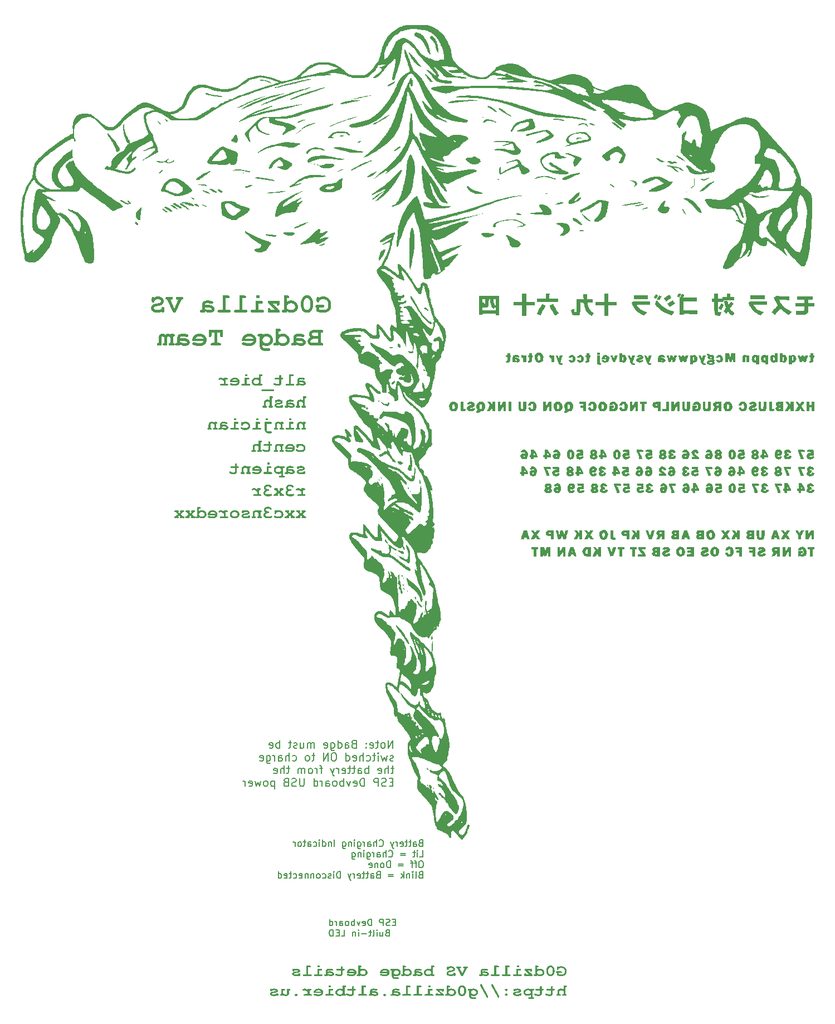
<source format=gbo>
G04 #@! TF.GenerationSoftware,KiCad,Pcbnew,7.0.10*
G04 #@! TF.CreationDate,2024-06-20T09:05:48-05:00*
G04 #@! TF.ProjectId,g0dzilla_vs_rear,6730647a-696c-46c6-915f-76735f726561,1*
G04 #@! TF.SameCoordinates,Original*
G04 #@! TF.FileFunction,Legend,Bot*
G04 #@! TF.FilePolarity,Positive*
%FSLAX46Y46*%
G04 Gerber Fmt 4.6, Leading zero omitted, Abs format (unit mm)*
G04 Created by KiCad (PCBNEW 7.0.10) date 2024-06-20 09:05:48*
%MOMM*%
%LPD*%
G01*
G04 APERTURE LIST*
%ADD10C,0.150000*%
%ADD11C,0.200000*%
G04 APERTURE END LIST*
D10*
X109166780Y-175206009D02*
X108833447Y-175206009D01*
X108690590Y-175729819D02*
X109166780Y-175729819D01*
X109166780Y-175729819D02*
X109166780Y-174729819D01*
X109166780Y-174729819D02*
X108690590Y-174729819D01*
X108309637Y-175682200D02*
X108166780Y-175729819D01*
X108166780Y-175729819D02*
X107928685Y-175729819D01*
X107928685Y-175729819D02*
X107833447Y-175682200D01*
X107833447Y-175682200D02*
X107785828Y-175634580D01*
X107785828Y-175634580D02*
X107738209Y-175539342D01*
X107738209Y-175539342D02*
X107738209Y-175444104D01*
X107738209Y-175444104D02*
X107785828Y-175348866D01*
X107785828Y-175348866D02*
X107833447Y-175301247D01*
X107833447Y-175301247D02*
X107928685Y-175253628D01*
X107928685Y-175253628D02*
X108119161Y-175206009D01*
X108119161Y-175206009D02*
X108214399Y-175158390D01*
X108214399Y-175158390D02*
X108262018Y-175110771D01*
X108262018Y-175110771D02*
X108309637Y-175015533D01*
X108309637Y-175015533D02*
X108309637Y-174920295D01*
X108309637Y-174920295D02*
X108262018Y-174825057D01*
X108262018Y-174825057D02*
X108214399Y-174777438D01*
X108214399Y-174777438D02*
X108119161Y-174729819D01*
X108119161Y-174729819D02*
X107881066Y-174729819D01*
X107881066Y-174729819D02*
X107738209Y-174777438D01*
X107309637Y-175729819D02*
X107309637Y-174729819D01*
X107309637Y-174729819D02*
X106928685Y-174729819D01*
X106928685Y-174729819D02*
X106833447Y-174777438D01*
X106833447Y-174777438D02*
X106785828Y-174825057D01*
X106785828Y-174825057D02*
X106738209Y-174920295D01*
X106738209Y-174920295D02*
X106738209Y-175063152D01*
X106738209Y-175063152D02*
X106785828Y-175158390D01*
X106785828Y-175158390D02*
X106833447Y-175206009D01*
X106833447Y-175206009D02*
X106928685Y-175253628D01*
X106928685Y-175253628D02*
X107309637Y-175253628D01*
X105547732Y-175729819D02*
X105547732Y-174729819D01*
X105547732Y-174729819D02*
X105309637Y-174729819D01*
X105309637Y-174729819D02*
X105166780Y-174777438D01*
X105166780Y-174777438D02*
X105071542Y-174872676D01*
X105071542Y-174872676D02*
X105023923Y-174967914D01*
X105023923Y-174967914D02*
X104976304Y-175158390D01*
X104976304Y-175158390D02*
X104976304Y-175301247D01*
X104976304Y-175301247D02*
X105023923Y-175491723D01*
X105023923Y-175491723D02*
X105071542Y-175586961D01*
X105071542Y-175586961D02*
X105166780Y-175682200D01*
X105166780Y-175682200D02*
X105309637Y-175729819D01*
X105309637Y-175729819D02*
X105547732Y-175729819D01*
X104166780Y-175682200D02*
X104262018Y-175729819D01*
X104262018Y-175729819D02*
X104452494Y-175729819D01*
X104452494Y-175729819D02*
X104547732Y-175682200D01*
X104547732Y-175682200D02*
X104595351Y-175586961D01*
X104595351Y-175586961D02*
X104595351Y-175206009D01*
X104595351Y-175206009D02*
X104547732Y-175110771D01*
X104547732Y-175110771D02*
X104452494Y-175063152D01*
X104452494Y-175063152D02*
X104262018Y-175063152D01*
X104262018Y-175063152D02*
X104166780Y-175110771D01*
X104166780Y-175110771D02*
X104119161Y-175206009D01*
X104119161Y-175206009D02*
X104119161Y-175301247D01*
X104119161Y-175301247D02*
X104595351Y-175396485D01*
X103785827Y-175063152D02*
X103547732Y-175729819D01*
X103547732Y-175729819D02*
X103309637Y-175063152D01*
X102928684Y-175729819D02*
X102928684Y-174729819D01*
X102928684Y-175110771D02*
X102833446Y-175063152D01*
X102833446Y-175063152D02*
X102642970Y-175063152D01*
X102642970Y-175063152D02*
X102547732Y-175110771D01*
X102547732Y-175110771D02*
X102500113Y-175158390D01*
X102500113Y-175158390D02*
X102452494Y-175253628D01*
X102452494Y-175253628D02*
X102452494Y-175539342D01*
X102452494Y-175539342D02*
X102500113Y-175634580D01*
X102500113Y-175634580D02*
X102547732Y-175682200D01*
X102547732Y-175682200D02*
X102642970Y-175729819D01*
X102642970Y-175729819D02*
X102833446Y-175729819D01*
X102833446Y-175729819D02*
X102928684Y-175682200D01*
X101881065Y-175729819D02*
X101976303Y-175682200D01*
X101976303Y-175682200D02*
X102023922Y-175634580D01*
X102023922Y-175634580D02*
X102071541Y-175539342D01*
X102071541Y-175539342D02*
X102071541Y-175253628D01*
X102071541Y-175253628D02*
X102023922Y-175158390D01*
X102023922Y-175158390D02*
X101976303Y-175110771D01*
X101976303Y-175110771D02*
X101881065Y-175063152D01*
X101881065Y-175063152D02*
X101738208Y-175063152D01*
X101738208Y-175063152D02*
X101642970Y-175110771D01*
X101642970Y-175110771D02*
X101595351Y-175158390D01*
X101595351Y-175158390D02*
X101547732Y-175253628D01*
X101547732Y-175253628D02*
X101547732Y-175539342D01*
X101547732Y-175539342D02*
X101595351Y-175634580D01*
X101595351Y-175634580D02*
X101642970Y-175682200D01*
X101642970Y-175682200D02*
X101738208Y-175729819D01*
X101738208Y-175729819D02*
X101881065Y-175729819D01*
X100690589Y-175729819D02*
X100690589Y-175206009D01*
X100690589Y-175206009D02*
X100738208Y-175110771D01*
X100738208Y-175110771D02*
X100833446Y-175063152D01*
X100833446Y-175063152D02*
X101023922Y-175063152D01*
X101023922Y-175063152D02*
X101119160Y-175110771D01*
X100690589Y-175682200D02*
X100785827Y-175729819D01*
X100785827Y-175729819D02*
X101023922Y-175729819D01*
X101023922Y-175729819D02*
X101119160Y-175682200D01*
X101119160Y-175682200D02*
X101166779Y-175586961D01*
X101166779Y-175586961D02*
X101166779Y-175491723D01*
X101166779Y-175491723D02*
X101119160Y-175396485D01*
X101119160Y-175396485D02*
X101023922Y-175348866D01*
X101023922Y-175348866D02*
X100785827Y-175348866D01*
X100785827Y-175348866D02*
X100690589Y-175301247D01*
X100214398Y-175729819D02*
X100214398Y-175063152D01*
X100214398Y-175253628D02*
X100166779Y-175158390D01*
X100166779Y-175158390D02*
X100119160Y-175110771D01*
X100119160Y-175110771D02*
X100023922Y-175063152D01*
X100023922Y-175063152D02*
X99928684Y-175063152D01*
X99166779Y-175729819D02*
X99166779Y-174729819D01*
X99166779Y-175682200D02*
X99262017Y-175729819D01*
X99262017Y-175729819D02*
X99452493Y-175729819D01*
X99452493Y-175729819D02*
X99547731Y-175682200D01*
X99547731Y-175682200D02*
X99595350Y-175634580D01*
X99595350Y-175634580D02*
X99642969Y-175539342D01*
X99642969Y-175539342D02*
X99642969Y-175253628D01*
X99642969Y-175253628D02*
X99595350Y-175158390D01*
X99595350Y-175158390D02*
X99547731Y-175110771D01*
X99547731Y-175110771D02*
X99452493Y-175063152D01*
X99452493Y-175063152D02*
X99262017Y-175063152D01*
X99262017Y-175063152D02*
X99166779Y-175110771D01*
X107928684Y-176816009D02*
X107785827Y-176863628D01*
X107785827Y-176863628D02*
X107738208Y-176911247D01*
X107738208Y-176911247D02*
X107690589Y-177006485D01*
X107690589Y-177006485D02*
X107690589Y-177149342D01*
X107690589Y-177149342D02*
X107738208Y-177244580D01*
X107738208Y-177244580D02*
X107785827Y-177292200D01*
X107785827Y-177292200D02*
X107881065Y-177339819D01*
X107881065Y-177339819D02*
X108262017Y-177339819D01*
X108262017Y-177339819D02*
X108262017Y-176339819D01*
X108262017Y-176339819D02*
X107928684Y-176339819D01*
X107928684Y-176339819D02*
X107833446Y-176387438D01*
X107833446Y-176387438D02*
X107785827Y-176435057D01*
X107785827Y-176435057D02*
X107738208Y-176530295D01*
X107738208Y-176530295D02*
X107738208Y-176625533D01*
X107738208Y-176625533D02*
X107785827Y-176720771D01*
X107785827Y-176720771D02*
X107833446Y-176768390D01*
X107833446Y-176768390D02*
X107928684Y-176816009D01*
X107928684Y-176816009D02*
X108262017Y-176816009D01*
X106833446Y-176673152D02*
X106833446Y-177339819D01*
X107262017Y-176673152D02*
X107262017Y-177196961D01*
X107262017Y-177196961D02*
X107214398Y-177292200D01*
X107214398Y-177292200D02*
X107119160Y-177339819D01*
X107119160Y-177339819D02*
X106976303Y-177339819D01*
X106976303Y-177339819D02*
X106881065Y-177292200D01*
X106881065Y-177292200D02*
X106833446Y-177244580D01*
X106357255Y-177339819D02*
X106357255Y-176673152D01*
X106357255Y-176339819D02*
X106404874Y-176387438D01*
X106404874Y-176387438D02*
X106357255Y-176435057D01*
X106357255Y-176435057D02*
X106309636Y-176387438D01*
X106309636Y-176387438D02*
X106357255Y-176339819D01*
X106357255Y-176339819D02*
X106357255Y-176435057D01*
X105738208Y-177339819D02*
X105833446Y-177292200D01*
X105833446Y-177292200D02*
X105881065Y-177196961D01*
X105881065Y-177196961D02*
X105881065Y-176339819D01*
X105500112Y-176673152D02*
X105119160Y-176673152D01*
X105357255Y-176339819D02*
X105357255Y-177196961D01*
X105357255Y-177196961D02*
X105309636Y-177292200D01*
X105309636Y-177292200D02*
X105214398Y-177339819D01*
X105214398Y-177339819D02*
X105119160Y-177339819D01*
X104785826Y-176958866D02*
X104023922Y-176958866D01*
X103547731Y-177339819D02*
X103547731Y-176673152D01*
X103547731Y-176339819D02*
X103595350Y-176387438D01*
X103595350Y-176387438D02*
X103547731Y-176435057D01*
X103547731Y-176435057D02*
X103500112Y-176387438D01*
X103500112Y-176387438D02*
X103547731Y-176339819D01*
X103547731Y-176339819D02*
X103547731Y-176435057D01*
X103071541Y-176673152D02*
X103071541Y-177339819D01*
X103071541Y-176768390D02*
X103023922Y-176720771D01*
X103023922Y-176720771D02*
X102928684Y-176673152D01*
X102928684Y-176673152D02*
X102785827Y-176673152D01*
X102785827Y-176673152D02*
X102690589Y-176720771D01*
X102690589Y-176720771D02*
X102642970Y-176816009D01*
X102642970Y-176816009D02*
X102642970Y-177339819D01*
X100928684Y-177339819D02*
X101404874Y-177339819D01*
X101404874Y-177339819D02*
X101404874Y-176339819D01*
X100595350Y-176816009D02*
X100262017Y-176816009D01*
X100119160Y-177339819D02*
X100595350Y-177339819D01*
X100595350Y-177339819D02*
X100595350Y-176339819D01*
X100595350Y-176339819D02*
X100119160Y-176339819D01*
X99690588Y-177339819D02*
X99690588Y-176339819D01*
X99690588Y-176339819D02*
X99452493Y-176339819D01*
X99452493Y-176339819D02*
X99309636Y-176387438D01*
X99309636Y-176387438D02*
X99214398Y-176482676D01*
X99214398Y-176482676D02*
X99166779Y-176577914D01*
X99166779Y-176577914D02*
X99119160Y-176768390D01*
X99119160Y-176768390D02*
X99119160Y-176911247D01*
X99119160Y-176911247D02*
X99166779Y-177101723D01*
X99166779Y-177101723D02*
X99214398Y-177196961D01*
X99214398Y-177196961D02*
X99309636Y-177292200D01*
X99309636Y-177292200D02*
X99452493Y-177339819D01*
X99452493Y-177339819D02*
X99690588Y-177339819D01*
X112989887Y-163166009D02*
X112847030Y-163213628D01*
X112847030Y-163213628D02*
X112799411Y-163261247D01*
X112799411Y-163261247D02*
X112751792Y-163356485D01*
X112751792Y-163356485D02*
X112751792Y-163499342D01*
X112751792Y-163499342D02*
X112799411Y-163594580D01*
X112799411Y-163594580D02*
X112847030Y-163642200D01*
X112847030Y-163642200D02*
X112942268Y-163689819D01*
X112942268Y-163689819D02*
X113323220Y-163689819D01*
X113323220Y-163689819D02*
X113323220Y-162689819D01*
X113323220Y-162689819D02*
X112989887Y-162689819D01*
X112989887Y-162689819D02*
X112894649Y-162737438D01*
X112894649Y-162737438D02*
X112847030Y-162785057D01*
X112847030Y-162785057D02*
X112799411Y-162880295D01*
X112799411Y-162880295D02*
X112799411Y-162975533D01*
X112799411Y-162975533D02*
X112847030Y-163070771D01*
X112847030Y-163070771D02*
X112894649Y-163118390D01*
X112894649Y-163118390D02*
X112989887Y-163166009D01*
X112989887Y-163166009D02*
X113323220Y-163166009D01*
X111894649Y-163689819D02*
X111894649Y-163166009D01*
X111894649Y-163166009D02*
X111942268Y-163070771D01*
X111942268Y-163070771D02*
X112037506Y-163023152D01*
X112037506Y-163023152D02*
X112227982Y-163023152D01*
X112227982Y-163023152D02*
X112323220Y-163070771D01*
X111894649Y-163642200D02*
X111989887Y-163689819D01*
X111989887Y-163689819D02*
X112227982Y-163689819D01*
X112227982Y-163689819D02*
X112323220Y-163642200D01*
X112323220Y-163642200D02*
X112370839Y-163546961D01*
X112370839Y-163546961D02*
X112370839Y-163451723D01*
X112370839Y-163451723D02*
X112323220Y-163356485D01*
X112323220Y-163356485D02*
X112227982Y-163308866D01*
X112227982Y-163308866D02*
X111989887Y-163308866D01*
X111989887Y-163308866D02*
X111894649Y-163261247D01*
X111561315Y-163023152D02*
X111180363Y-163023152D01*
X111418458Y-162689819D02*
X111418458Y-163546961D01*
X111418458Y-163546961D02*
X111370839Y-163642200D01*
X111370839Y-163642200D02*
X111275601Y-163689819D01*
X111275601Y-163689819D02*
X111180363Y-163689819D01*
X110989886Y-163023152D02*
X110608934Y-163023152D01*
X110847029Y-162689819D02*
X110847029Y-163546961D01*
X110847029Y-163546961D02*
X110799410Y-163642200D01*
X110799410Y-163642200D02*
X110704172Y-163689819D01*
X110704172Y-163689819D02*
X110608934Y-163689819D01*
X109894648Y-163642200D02*
X109989886Y-163689819D01*
X109989886Y-163689819D02*
X110180362Y-163689819D01*
X110180362Y-163689819D02*
X110275600Y-163642200D01*
X110275600Y-163642200D02*
X110323219Y-163546961D01*
X110323219Y-163546961D02*
X110323219Y-163166009D01*
X110323219Y-163166009D02*
X110275600Y-163070771D01*
X110275600Y-163070771D02*
X110180362Y-163023152D01*
X110180362Y-163023152D02*
X109989886Y-163023152D01*
X109989886Y-163023152D02*
X109894648Y-163070771D01*
X109894648Y-163070771D02*
X109847029Y-163166009D01*
X109847029Y-163166009D02*
X109847029Y-163261247D01*
X109847029Y-163261247D02*
X110323219Y-163356485D01*
X109418457Y-163689819D02*
X109418457Y-163023152D01*
X109418457Y-163213628D02*
X109370838Y-163118390D01*
X109370838Y-163118390D02*
X109323219Y-163070771D01*
X109323219Y-163070771D02*
X109227981Y-163023152D01*
X109227981Y-163023152D02*
X109132743Y-163023152D01*
X108894647Y-163023152D02*
X108656552Y-163689819D01*
X108418457Y-163023152D02*
X108656552Y-163689819D01*
X108656552Y-163689819D02*
X108751790Y-163927914D01*
X108751790Y-163927914D02*
X108799409Y-163975533D01*
X108799409Y-163975533D02*
X108894647Y-164023152D01*
X106704171Y-163594580D02*
X106751790Y-163642200D01*
X106751790Y-163642200D02*
X106894647Y-163689819D01*
X106894647Y-163689819D02*
X106989885Y-163689819D01*
X106989885Y-163689819D02*
X107132742Y-163642200D01*
X107132742Y-163642200D02*
X107227980Y-163546961D01*
X107227980Y-163546961D02*
X107275599Y-163451723D01*
X107275599Y-163451723D02*
X107323218Y-163261247D01*
X107323218Y-163261247D02*
X107323218Y-163118390D01*
X107323218Y-163118390D02*
X107275599Y-162927914D01*
X107275599Y-162927914D02*
X107227980Y-162832676D01*
X107227980Y-162832676D02*
X107132742Y-162737438D01*
X107132742Y-162737438D02*
X106989885Y-162689819D01*
X106989885Y-162689819D02*
X106894647Y-162689819D01*
X106894647Y-162689819D02*
X106751790Y-162737438D01*
X106751790Y-162737438D02*
X106704171Y-162785057D01*
X106275599Y-163689819D02*
X106275599Y-162689819D01*
X105847028Y-163689819D02*
X105847028Y-163166009D01*
X105847028Y-163166009D02*
X105894647Y-163070771D01*
X105894647Y-163070771D02*
X105989885Y-163023152D01*
X105989885Y-163023152D02*
X106132742Y-163023152D01*
X106132742Y-163023152D02*
X106227980Y-163070771D01*
X106227980Y-163070771D02*
X106275599Y-163118390D01*
X104942266Y-163689819D02*
X104942266Y-163166009D01*
X104942266Y-163166009D02*
X104989885Y-163070771D01*
X104989885Y-163070771D02*
X105085123Y-163023152D01*
X105085123Y-163023152D02*
X105275599Y-163023152D01*
X105275599Y-163023152D02*
X105370837Y-163070771D01*
X104942266Y-163642200D02*
X105037504Y-163689819D01*
X105037504Y-163689819D02*
X105275599Y-163689819D01*
X105275599Y-163689819D02*
X105370837Y-163642200D01*
X105370837Y-163642200D02*
X105418456Y-163546961D01*
X105418456Y-163546961D02*
X105418456Y-163451723D01*
X105418456Y-163451723D02*
X105370837Y-163356485D01*
X105370837Y-163356485D02*
X105275599Y-163308866D01*
X105275599Y-163308866D02*
X105037504Y-163308866D01*
X105037504Y-163308866D02*
X104942266Y-163261247D01*
X104466075Y-163689819D02*
X104466075Y-163023152D01*
X104466075Y-163213628D02*
X104418456Y-163118390D01*
X104418456Y-163118390D02*
X104370837Y-163070771D01*
X104370837Y-163070771D02*
X104275599Y-163023152D01*
X104275599Y-163023152D02*
X104180361Y-163023152D01*
X103418456Y-163023152D02*
X103418456Y-163832676D01*
X103418456Y-163832676D02*
X103466075Y-163927914D01*
X103466075Y-163927914D02*
X103513694Y-163975533D01*
X103513694Y-163975533D02*
X103608932Y-164023152D01*
X103608932Y-164023152D02*
X103751789Y-164023152D01*
X103751789Y-164023152D02*
X103847027Y-163975533D01*
X103418456Y-163642200D02*
X103513694Y-163689819D01*
X103513694Y-163689819D02*
X103704170Y-163689819D01*
X103704170Y-163689819D02*
X103799408Y-163642200D01*
X103799408Y-163642200D02*
X103847027Y-163594580D01*
X103847027Y-163594580D02*
X103894646Y-163499342D01*
X103894646Y-163499342D02*
X103894646Y-163213628D01*
X103894646Y-163213628D02*
X103847027Y-163118390D01*
X103847027Y-163118390D02*
X103799408Y-163070771D01*
X103799408Y-163070771D02*
X103704170Y-163023152D01*
X103704170Y-163023152D02*
X103513694Y-163023152D01*
X103513694Y-163023152D02*
X103418456Y-163070771D01*
X102942265Y-163689819D02*
X102942265Y-163023152D01*
X102942265Y-162689819D02*
X102989884Y-162737438D01*
X102989884Y-162737438D02*
X102942265Y-162785057D01*
X102942265Y-162785057D02*
X102894646Y-162737438D01*
X102894646Y-162737438D02*
X102942265Y-162689819D01*
X102942265Y-162689819D02*
X102942265Y-162785057D01*
X102466075Y-163023152D02*
X102466075Y-163689819D01*
X102466075Y-163118390D02*
X102418456Y-163070771D01*
X102418456Y-163070771D02*
X102323218Y-163023152D01*
X102323218Y-163023152D02*
X102180361Y-163023152D01*
X102180361Y-163023152D02*
X102085123Y-163070771D01*
X102085123Y-163070771D02*
X102037504Y-163166009D01*
X102037504Y-163166009D02*
X102037504Y-163689819D01*
X101132742Y-163023152D02*
X101132742Y-163832676D01*
X101132742Y-163832676D02*
X101180361Y-163927914D01*
X101180361Y-163927914D02*
X101227980Y-163975533D01*
X101227980Y-163975533D02*
X101323218Y-164023152D01*
X101323218Y-164023152D02*
X101466075Y-164023152D01*
X101466075Y-164023152D02*
X101561313Y-163975533D01*
X101132742Y-163642200D02*
X101227980Y-163689819D01*
X101227980Y-163689819D02*
X101418456Y-163689819D01*
X101418456Y-163689819D02*
X101513694Y-163642200D01*
X101513694Y-163642200D02*
X101561313Y-163594580D01*
X101561313Y-163594580D02*
X101608932Y-163499342D01*
X101608932Y-163499342D02*
X101608932Y-163213628D01*
X101608932Y-163213628D02*
X101561313Y-163118390D01*
X101561313Y-163118390D02*
X101513694Y-163070771D01*
X101513694Y-163070771D02*
X101418456Y-163023152D01*
X101418456Y-163023152D02*
X101227980Y-163023152D01*
X101227980Y-163023152D02*
X101132742Y-163070771D01*
X99894646Y-163689819D02*
X99894646Y-162689819D01*
X99418456Y-163023152D02*
X99418456Y-163689819D01*
X99418456Y-163118390D02*
X99370837Y-163070771D01*
X99370837Y-163070771D02*
X99275599Y-163023152D01*
X99275599Y-163023152D02*
X99132742Y-163023152D01*
X99132742Y-163023152D02*
X99037504Y-163070771D01*
X99037504Y-163070771D02*
X98989885Y-163166009D01*
X98989885Y-163166009D02*
X98989885Y-163689819D01*
X98085123Y-163689819D02*
X98085123Y-162689819D01*
X98085123Y-163642200D02*
X98180361Y-163689819D01*
X98180361Y-163689819D02*
X98370837Y-163689819D01*
X98370837Y-163689819D02*
X98466075Y-163642200D01*
X98466075Y-163642200D02*
X98513694Y-163594580D01*
X98513694Y-163594580D02*
X98561313Y-163499342D01*
X98561313Y-163499342D02*
X98561313Y-163213628D01*
X98561313Y-163213628D02*
X98513694Y-163118390D01*
X98513694Y-163118390D02*
X98466075Y-163070771D01*
X98466075Y-163070771D02*
X98370837Y-163023152D01*
X98370837Y-163023152D02*
X98180361Y-163023152D01*
X98180361Y-163023152D02*
X98085123Y-163070771D01*
X97608932Y-163689819D02*
X97608932Y-163023152D01*
X97608932Y-162689819D02*
X97656551Y-162737438D01*
X97656551Y-162737438D02*
X97608932Y-162785057D01*
X97608932Y-162785057D02*
X97561313Y-162737438D01*
X97561313Y-162737438D02*
X97608932Y-162689819D01*
X97608932Y-162689819D02*
X97608932Y-162785057D01*
X96704171Y-163642200D02*
X96799409Y-163689819D01*
X96799409Y-163689819D02*
X96989885Y-163689819D01*
X96989885Y-163689819D02*
X97085123Y-163642200D01*
X97085123Y-163642200D02*
X97132742Y-163594580D01*
X97132742Y-163594580D02*
X97180361Y-163499342D01*
X97180361Y-163499342D02*
X97180361Y-163213628D01*
X97180361Y-163213628D02*
X97132742Y-163118390D01*
X97132742Y-163118390D02*
X97085123Y-163070771D01*
X97085123Y-163070771D02*
X96989885Y-163023152D01*
X96989885Y-163023152D02*
X96799409Y-163023152D01*
X96799409Y-163023152D02*
X96704171Y-163070771D01*
X95847028Y-163689819D02*
X95847028Y-163166009D01*
X95847028Y-163166009D02*
X95894647Y-163070771D01*
X95894647Y-163070771D02*
X95989885Y-163023152D01*
X95989885Y-163023152D02*
X96180361Y-163023152D01*
X96180361Y-163023152D02*
X96275599Y-163070771D01*
X95847028Y-163642200D02*
X95942266Y-163689819D01*
X95942266Y-163689819D02*
X96180361Y-163689819D01*
X96180361Y-163689819D02*
X96275599Y-163642200D01*
X96275599Y-163642200D02*
X96323218Y-163546961D01*
X96323218Y-163546961D02*
X96323218Y-163451723D01*
X96323218Y-163451723D02*
X96275599Y-163356485D01*
X96275599Y-163356485D02*
X96180361Y-163308866D01*
X96180361Y-163308866D02*
X95942266Y-163308866D01*
X95942266Y-163308866D02*
X95847028Y-163261247D01*
X95513694Y-163023152D02*
X95132742Y-163023152D01*
X95370837Y-162689819D02*
X95370837Y-163546961D01*
X95370837Y-163546961D02*
X95323218Y-163642200D01*
X95323218Y-163642200D02*
X95227980Y-163689819D01*
X95227980Y-163689819D02*
X95132742Y-163689819D01*
X94656551Y-163689819D02*
X94751789Y-163642200D01*
X94751789Y-163642200D02*
X94799408Y-163594580D01*
X94799408Y-163594580D02*
X94847027Y-163499342D01*
X94847027Y-163499342D02*
X94847027Y-163213628D01*
X94847027Y-163213628D02*
X94799408Y-163118390D01*
X94799408Y-163118390D02*
X94751789Y-163070771D01*
X94751789Y-163070771D02*
X94656551Y-163023152D01*
X94656551Y-163023152D02*
X94513694Y-163023152D01*
X94513694Y-163023152D02*
X94418456Y-163070771D01*
X94418456Y-163070771D02*
X94370837Y-163118390D01*
X94370837Y-163118390D02*
X94323218Y-163213628D01*
X94323218Y-163213628D02*
X94323218Y-163499342D01*
X94323218Y-163499342D02*
X94370837Y-163594580D01*
X94370837Y-163594580D02*
X94418456Y-163642200D01*
X94418456Y-163642200D02*
X94513694Y-163689819D01*
X94513694Y-163689819D02*
X94656551Y-163689819D01*
X93894646Y-163689819D02*
X93894646Y-163023152D01*
X93894646Y-163213628D02*
X93847027Y-163118390D01*
X93847027Y-163118390D02*
X93799408Y-163070771D01*
X93799408Y-163070771D02*
X93704170Y-163023152D01*
X93704170Y-163023152D02*
X93608932Y-163023152D01*
X112847030Y-165299819D02*
X113323220Y-165299819D01*
X113323220Y-165299819D02*
X113323220Y-164299819D01*
X112513696Y-165299819D02*
X112513696Y-164633152D01*
X112513696Y-164299819D02*
X112561315Y-164347438D01*
X112561315Y-164347438D02*
X112513696Y-164395057D01*
X112513696Y-164395057D02*
X112466077Y-164347438D01*
X112466077Y-164347438D02*
X112513696Y-164299819D01*
X112513696Y-164299819D02*
X112513696Y-164395057D01*
X112180363Y-164633152D02*
X111799411Y-164633152D01*
X112037506Y-164299819D02*
X112037506Y-165156961D01*
X112037506Y-165156961D02*
X111989887Y-165252200D01*
X111989887Y-165252200D02*
X111894649Y-165299819D01*
X111894649Y-165299819D02*
X111799411Y-165299819D01*
X110704172Y-164776009D02*
X109942268Y-164776009D01*
X109942268Y-165061723D02*
X110704172Y-165061723D01*
X108132744Y-165204580D02*
X108180363Y-165252200D01*
X108180363Y-165252200D02*
X108323220Y-165299819D01*
X108323220Y-165299819D02*
X108418458Y-165299819D01*
X108418458Y-165299819D02*
X108561315Y-165252200D01*
X108561315Y-165252200D02*
X108656553Y-165156961D01*
X108656553Y-165156961D02*
X108704172Y-165061723D01*
X108704172Y-165061723D02*
X108751791Y-164871247D01*
X108751791Y-164871247D02*
X108751791Y-164728390D01*
X108751791Y-164728390D02*
X108704172Y-164537914D01*
X108704172Y-164537914D02*
X108656553Y-164442676D01*
X108656553Y-164442676D02*
X108561315Y-164347438D01*
X108561315Y-164347438D02*
X108418458Y-164299819D01*
X108418458Y-164299819D02*
X108323220Y-164299819D01*
X108323220Y-164299819D02*
X108180363Y-164347438D01*
X108180363Y-164347438D02*
X108132744Y-164395057D01*
X107704172Y-165299819D02*
X107704172Y-164299819D01*
X107275601Y-165299819D02*
X107275601Y-164776009D01*
X107275601Y-164776009D02*
X107323220Y-164680771D01*
X107323220Y-164680771D02*
X107418458Y-164633152D01*
X107418458Y-164633152D02*
X107561315Y-164633152D01*
X107561315Y-164633152D02*
X107656553Y-164680771D01*
X107656553Y-164680771D02*
X107704172Y-164728390D01*
X106370839Y-165299819D02*
X106370839Y-164776009D01*
X106370839Y-164776009D02*
X106418458Y-164680771D01*
X106418458Y-164680771D02*
X106513696Y-164633152D01*
X106513696Y-164633152D02*
X106704172Y-164633152D01*
X106704172Y-164633152D02*
X106799410Y-164680771D01*
X106370839Y-165252200D02*
X106466077Y-165299819D01*
X106466077Y-165299819D02*
X106704172Y-165299819D01*
X106704172Y-165299819D02*
X106799410Y-165252200D01*
X106799410Y-165252200D02*
X106847029Y-165156961D01*
X106847029Y-165156961D02*
X106847029Y-165061723D01*
X106847029Y-165061723D02*
X106799410Y-164966485D01*
X106799410Y-164966485D02*
X106704172Y-164918866D01*
X106704172Y-164918866D02*
X106466077Y-164918866D01*
X106466077Y-164918866D02*
X106370839Y-164871247D01*
X105894648Y-165299819D02*
X105894648Y-164633152D01*
X105894648Y-164823628D02*
X105847029Y-164728390D01*
X105847029Y-164728390D02*
X105799410Y-164680771D01*
X105799410Y-164680771D02*
X105704172Y-164633152D01*
X105704172Y-164633152D02*
X105608934Y-164633152D01*
X104847029Y-164633152D02*
X104847029Y-165442676D01*
X104847029Y-165442676D02*
X104894648Y-165537914D01*
X104894648Y-165537914D02*
X104942267Y-165585533D01*
X104942267Y-165585533D02*
X105037505Y-165633152D01*
X105037505Y-165633152D02*
X105180362Y-165633152D01*
X105180362Y-165633152D02*
X105275600Y-165585533D01*
X104847029Y-165252200D02*
X104942267Y-165299819D01*
X104942267Y-165299819D02*
X105132743Y-165299819D01*
X105132743Y-165299819D02*
X105227981Y-165252200D01*
X105227981Y-165252200D02*
X105275600Y-165204580D01*
X105275600Y-165204580D02*
X105323219Y-165109342D01*
X105323219Y-165109342D02*
X105323219Y-164823628D01*
X105323219Y-164823628D02*
X105275600Y-164728390D01*
X105275600Y-164728390D02*
X105227981Y-164680771D01*
X105227981Y-164680771D02*
X105132743Y-164633152D01*
X105132743Y-164633152D02*
X104942267Y-164633152D01*
X104942267Y-164633152D02*
X104847029Y-164680771D01*
X104370838Y-165299819D02*
X104370838Y-164633152D01*
X104370838Y-164299819D02*
X104418457Y-164347438D01*
X104418457Y-164347438D02*
X104370838Y-164395057D01*
X104370838Y-164395057D02*
X104323219Y-164347438D01*
X104323219Y-164347438D02*
X104370838Y-164299819D01*
X104370838Y-164299819D02*
X104370838Y-164395057D01*
X103894648Y-164633152D02*
X103894648Y-165299819D01*
X103894648Y-164728390D02*
X103847029Y-164680771D01*
X103847029Y-164680771D02*
X103751791Y-164633152D01*
X103751791Y-164633152D02*
X103608934Y-164633152D01*
X103608934Y-164633152D02*
X103513696Y-164680771D01*
X103513696Y-164680771D02*
X103466077Y-164776009D01*
X103466077Y-164776009D02*
X103466077Y-165299819D01*
X102561315Y-164633152D02*
X102561315Y-165442676D01*
X102561315Y-165442676D02*
X102608934Y-165537914D01*
X102608934Y-165537914D02*
X102656553Y-165585533D01*
X102656553Y-165585533D02*
X102751791Y-165633152D01*
X102751791Y-165633152D02*
X102894648Y-165633152D01*
X102894648Y-165633152D02*
X102989886Y-165585533D01*
X102561315Y-165252200D02*
X102656553Y-165299819D01*
X102656553Y-165299819D02*
X102847029Y-165299819D01*
X102847029Y-165299819D02*
X102942267Y-165252200D01*
X102942267Y-165252200D02*
X102989886Y-165204580D01*
X102989886Y-165204580D02*
X103037505Y-165109342D01*
X103037505Y-165109342D02*
X103037505Y-164823628D01*
X103037505Y-164823628D02*
X102989886Y-164728390D01*
X102989886Y-164728390D02*
X102942267Y-164680771D01*
X102942267Y-164680771D02*
X102847029Y-164633152D01*
X102847029Y-164633152D02*
X102656553Y-164633152D01*
X102656553Y-164633152D02*
X102561315Y-164680771D01*
X113132744Y-165909819D02*
X112942268Y-165909819D01*
X112942268Y-165909819D02*
X112847030Y-165957438D01*
X112847030Y-165957438D02*
X112751792Y-166052676D01*
X112751792Y-166052676D02*
X112704173Y-166243152D01*
X112704173Y-166243152D02*
X112704173Y-166576485D01*
X112704173Y-166576485D02*
X112751792Y-166766961D01*
X112751792Y-166766961D02*
X112847030Y-166862200D01*
X112847030Y-166862200D02*
X112942268Y-166909819D01*
X112942268Y-166909819D02*
X113132744Y-166909819D01*
X113132744Y-166909819D02*
X113227982Y-166862200D01*
X113227982Y-166862200D02*
X113323220Y-166766961D01*
X113323220Y-166766961D02*
X113370839Y-166576485D01*
X113370839Y-166576485D02*
X113370839Y-166243152D01*
X113370839Y-166243152D02*
X113323220Y-166052676D01*
X113323220Y-166052676D02*
X113227982Y-165957438D01*
X113227982Y-165957438D02*
X113132744Y-165909819D01*
X112418458Y-166243152D02*
X112037506Y-166243152D01*
X112275601Y-166909819D02*
X112275601Y-166052676D01*
X112275601Y-166052676D02*
X112227982Y-165957438D01*
X112227982Y-165957438D02*
X112132744Y-165909819D01*
X112132744Y-165909819D02*
X112037506Y-165909819D01*
X111847029Y-166243152D02*
X111466077Y-166243152D01*
X111704172Y-166909819D02*
X111704172Y-166052676D01*
X111704172Y-166052676D02*
X111656553Y-165957438D01*
X111656553Y-165957438D02*
X111561315Y-165909819D01*
X111561315Y-165909819D02*
X111466077Y-165909819D01*
X110370838Y-166386009D02*
X109608934Y-166386009D01*
X109608934Y-166671723D02*
X110370838Y-166671723D01*
X108370838Y-166909819D02*
X108370838Y-165909819D01*
X108370838Y-165909819D02*
X108132743Y-165909819D01*
X108132743Y-165909819D02*
X107989886Y-165957438D01*
X107989886Y-165957438D02*
X107894648Y-166052676D01*
X107894648Y-166052676D02*
X107847029Y-166147914D01*
X107847029Y-166147914D02*
X107799410Y-166338390D01*
X107799410Y-166338390D02*
X107799410Y-166481247D01*
X107799410Y-166481247D02*
X107847029Y-166671723D01*
X107847029Y-166671723D02*
X107894648Y-166766961D01*
X107894648Y-166766961D02*
X107989886Y-166862200D01*
X107989886Y-166862200D02*
X108132743Y-166909819D01*
X108132743Y-166909819D02*
X108370838Y-166909819D01*
X107227981Y-166909819D02*
X107323219Y-166862200D01*
X107323219Y-166862200D02*
X107370838Y-166814580D01*
X107370838Y-166814580D02*
X107418457Y-166719342D01*
X107418457Y-166719342D02*
X107418457Y-166433628D01*
X107418457Y-166433628D02*
X107370838Y-166338390D01*
X107370838Y-166338390D02*
X107323219Y-166290771D01*
X107323219Y-166290771D02*
X107227981Y-166243152D01*
X107227981Y-166243152D02*
X107085124Y-166243152D01*
X107085124Y-166243152D02*
X106989886Y-166290771D01*
X106989886Y-166290771D02*
X106942267Y-166338390D01*
X106942267Y-166338390D02*
X106894648Y-166433628D01*
X106894648Y-166433628D02*
X106894648Y-166719342D01*
X106894648Y-166719342D02*
X106942267Y-166814580D01*
X106942267Y-166814580D02*
X106989886Y-166862200D01*
X106989886Y-166862200D02*
X107085124Y-166909819D01*
X107085124Y-166909819D02*
X107227981Y-166909819D01*
X106466076Y-166243152D02*
X106466076Y-166909819D01*
X106466076Y-166338390D02*
X106418457Y-166290771D01*
X106418457Y-166290771D02*
X106323219Y-166243152D01*
X106323219Y-166243152D02*
X106180362Y-166243152D01*
X106180362Y-166243152D02*
X106085124Y-166290771D01*
X106085124Y-166290771D02*
X106037505Y-166386009D01*
X106037505Y-166386009D02*
X106037505Y-166909819D01*
X105180362Y-166862200D02*
X105275600Y-166909819D01*
X105275600Y-166909819D02*
X105466076Y-166909819D01*
X105466076Y-166909819D02*
X105561314Y-166862200D01*
X105561314Y-166862200D02*
X105608933Y-166766961D01*
X105608933Y-166766961D02*
X105608933Y-166386009D01*
X105608933Y-166386009D02*
X105561314Y-166290771D01*
X105561314Y-166290771D02*
X105466076Y-166243152D01*
X105466076Y-166243152D02*
X105275600Y-166243152D01*
X105275600Y-166243152D02*
X105180362Y-166290771D01*
X105180362Y-166290771D02*
X105132743Y-166386009D01*
X105132743Y-166386009D02*
X105132743Y-166481247D01*
X105132743Y-166481247D02*
X105608933Y-166576485D01*
X112989887Y-167996009D02*
X112847030Y-168043628D01*
X112847030Y-168043628D02*
X112799411Y-168091247D01*
X112799411Y-168091247D02*
X112751792Y-168186485D01*
X112751792Y-168186485D02*
X112751792Y-168329342D01*
X112751792Y-168329342D02*
X112799411Y-168424580D01*
X112799411Y-168424580D02*
X112847030Y-168472200D01*
X112847030Y-168472200D02*
X112942268Y-168519819D01*
X112942268Y-168519819D02*
X113323220Y-168519819D01*
X113323220Y-168519819D02*
X113323220Y-167519819D01*
X113323220Y-167519819D02*
X112989887Y-167519819D01*
X112989887Y-167519819D02*
X112894649Y-167567438D01*
X112894649Y-167567438D02*
X112847030Y-167615057D01*
X112847030Y-167615057D02*
X112799411Y-167710295D01*
X112799411Y-167710295D02*
X112799411Y-167805533D01*
X112799411Y-167805533D02*
X112847030Y-167900771D01*
X112847030Y-167900771D02*
X112894649Y-167948390D01*
X112894649Y-167948390D02*
X112989887Y-167996009D01*
X112989887Y-167996009D02*
X113323220Y-167996009D01*
X112180363Y-168519819D02*
X112275601Y-168472200D01*
X112275601Y-168472200D02*
X112323220Y-168376961D01*
X112323220Y-168376961D02*
X112323220Y-167519819D01*
X111799410Y-168519819D02*
X111799410Y-167853152D01*
X111799410Y-167519819D02*
X111847029Y-167567438D01*
X111847029Y-167567438D02*
X111799410Y-167615057D01*
X111799410Y-167615057D02*
X111751791Y-167567438D01*
X111751791Y-167567438D02*
X111799410Y-167519819D01*
X111799410Y-167519819D02*
X111799410Y-167615057D01*
X111323220Y-167853152D02*
X111323220Y-168519819D01*
X111323220Y-167948390D02*
X111275601Y-167900771D01*
X111275601Y-167900771D02*
X111180363Y-167853152D01*
X111180363Y-167853152D02*
X111037506Y-167853152D01*
X111037506Y-167853152D02*
X110942268Y-167900771D01*
X110942268Y-167900771D02*
X110894649Y-167996009D01*
X110894649Y-167996009D02*
X110894649Y-168519819D01*
X110418458Y-168519819D02*
X110418458Y-167519819D01*
X110323220Y-168138866D02*
X110037506Y-168519819D01*
X110037506Y-167853152D02*
X110418458Y-168234104D01*
X108847029Y-167996009D02*
X108085125Y-167996009D01*
X108085125Y-168281723D02*
X108847029Y-168281723D01*
X106513696Y-167996009D02*
X106370839Y-168043628D01*
X106370839Y-168043628D02*
X106323220Y-168091247D01*
X106323220Y-168091247D02*
X106275601Y-168186485D01*
X106275601Y-168186485D02*
X106275601Y-168329342D01*
X106275601Y-168329342D02*
X106323220Y-168424580D01*
X106323220Y-168424580D02*
X106370839Y-168472200D01*
X106370839Y-168472200D02*
X106466077Y-168519819D01*
X106466077Y-168519819D02*
X106847029Y-168519819D01*
X106847029Y-168519819D02*
X106847029Y-167519819D01*
X106847029Y-167519819D02*
X106513696Y-167519819D01*
X106513696Y-167519819D02*
X106418458Y-167567438D01*
X106418458Y-167567438D02*
X106370839Y-167615057D01*
X106370839Y-167615057D02*
X106323220Y-167710295D01*
X106323220Y-167710295D02*
X106323220Y-167805533D01*
X106323220Y-167805533D02*
X106370839Y-167900771D01*
X106370839Y-167900771D02*
X106418458Y-167948390D01*
X106418458Y-167948390D02*
X106513696Y-167996009D01*
X106513696Y-167996009D02*
X106847029Y-167996009D01*
X105418458Y-168519819D02*
X105418458Y-167996009D01*
X105418458Y-167996009D02*
X105466077Y-167900771D01*
X105466077Y-167900771D02*
X105561315Y-167853152D01*
X105561315Y-167853152D02*
X105751791Y-167853152D01*
X105751791Y-167853152D02*
X105847029Y-167900771D01*
X105418458Y-168472200D02*
X105513696Y-168519819D01*
X105513696Y-168519819D02*
X105751791Y-168519819D01*
X105751791Y-168519819D02*
X105847029Y-168472200D01*
X105847029Y-168472200D02*
X105894648Y-168376961D01*
X105894648Y-168376961D02*
X105894648Y-168281723D01*
X105894648Y-168281723D02*
X105847029Y-168186485D01*
X105847029Y-168186485D02*
X105751791Y-168138866D01*
X105751791Y-168138866D02*
X105513696Y-168138866D01*
X105513696Y-168138866D02*
X105418458Y-168091247D01*
X105085124Y-167853152D02*
X104704172Y-167853152D01*
X104942267Y-167519819D02*
X104942267Y-168376961D01*
X104942267Y-168376961D02*
X104894648Y-168472200D01*
X104894648Y-168472200D02*
X104799410Y-168519819D01*
X104799410Y-168519819D02*
X104704172Y-168519819D01*
X104513695Y-167853152D02*
X104132743Y-167853152D01*
X104370838Y-167519819D02*
X104370838Y-168376961D01*
X104370838Y-168376961D02*
X104323219Y-168472200D01*
X104323219Y-168472200D02*
X104227981Y-168519819D01*
X104227981Y-168519819D02*
X104132743Y-168519819D01*
X103418457Y-168472200D02*
X103513695Y-168519819D01*
X103513695Y-168519819D02*
X103704171Y-168519819D01*
X103704171Y-168519819D02*
X103799409Y-168472200D01*
X103799409Y-168472200D02*
X103847028Y-168376961D01*
X103847028Y-168376961D02*
X103847028Y-167996009D01*
X103847028Y-167996009D02*
X103799409Y-167900771D01*
X103799409Y-167900771D02*
X103704171Y-167853152D01*
X103704171Y-167853152D02*
X103513695Y-167853152D01*
X103513695Y-167853152D02*
X103418457Y-167900771D01*
X103418457Y-167900771D02*
X103370838Y-167996009D01*
X103370838Y-167996009D02*
X103370838Y-168091247D01*
X103370838Y-168091247D02*
X103847028Y-168186485D01*
X102942266Y-168519819D02*
X102942266Y-167853152D01*
X102942266Y-168043628D02*
X102894647Y-167948390D01*
X102894647Y-167948390D02*
X102847028Y-167900771D01*
X102847028Y-167900771D02*
X102751790Y-167853152D01*
X102751790Y-167853152D02*
X102656552Y-167853152D01*
X102418456Y-167853152D02*
X102180361Y-168519819D01*
X101942266Y-167853152D02*
X102180361Y-168519819D01*
X102180361Y-168519819D02*
X102275599Y-168757914D01*
X102275599Y-168757914D02*
X102323218Y-168805533D01*
X102323218Y-168805533D02*
X102418456Y-168853152D01*
X100799408Y-168519819D02*
X100799408Y-167519819D01*
X100799408Y-167519819D02*
X100561313Y-167519819D01*
X100561313Y-167519819D02*
X100418456Y-167567438D01*
X100418456Y-167567438D02*
X100323218Y-167662676D01*
X100323218Y-167662676D02*
X100275599Y-167757914D01*
X100275599Y-167757914D02*
X100227980Y-167948390D01*
X100227980Y-167948390D02*
X100227980Y-168091247D01*
X100227980Y-168091247D02*
X100275599Y-168281723D01*
X100275599Y-168281723D02*
X100323218Y-168376961D01*
X100323218Y-168376961D02*
X100418456Y-168472200D01*
X100418456Y-168472200D02*
X100561313Y-168519819D01*
X100561313Y-168519819D02*
X100799408Y-168519819D01*
X99799408Y-168519819D02*
X99799408Y-167853152D01*
X99799408Y-167519819D02*
X99847027Y-167567438D01*
X99847027Y-167567438D02*
X99799408Y-167615057D01*
X99799408Y-167615057D02*
X99751789Y-167567438D01*
X99751789Y-167567438D02*
X99799408Y-167519819D01*
X99799408Y-167519819D02*
X99799408Y-167615057D01*
X99370837Y-168472200D02*
X99275599Y-168519819D01*
X99275599Y-168519819D02*
X99085123Y-168519819D01*
X99085123Y-168519819D02*
X98989885Y-168472200D01*
X98989885Y-168472200D02*
X98942266Y-168376961D01*
X98942266Y-168376961D02*
X98942266Y-168329342D01*
X98942266Y-168329342D02*
X98989885Y-168234104D01*
X98989885Y-168234104D02*
X99085123Y-168186485D01*
X99085123Y-168186485D02*
X99227980Y-168186485D01*
X99227980Y-168186485D02*
X99323218Y-168138866D01*
X99323218Y-168138866D02*
X99370837Y-168043628D01*
X99370837Y-168043628D02*
X99370837Y-167996009D01*
X99370837Y-167996009D02*
X99323218Y-167900771D01*
X99323218Y-167900771D02*
X99227980Y-167853152D01*
X99227980Y-167853152D02*
X99085123Y-167853152D01*
X99085123Y-167853152D02*
X98989885Y-167900771D01*
X98085123Y-168472200D02*
X98180361Y-168519819D01*
X98180361Y-168519819D02*
X98370837Y-168519819D01*
X98370837Y-168519819D02*
X98466075Y-168472200D01*
X98466075Y-168472200D02*
X98513694Y-168424580D01*
X98513694Y-168424580D02*
X98561313Y-168329342D01*
X98561313Y-168329342D02*
X98561313Y-168043628D01*
X98561313Y-168043628D02*
X98513694Y-167948390D01*
X98513694Y-167948390D02*
X98466075Y-167900771D01*
X98466075Y-167900771D02*
X98370837Y-167853152D01*
X98370837Y-167853152D02*
X98180361Y-167853152D01*
X98180361Y-167853152D02*
X98085123Y-167900771D01*
X97513694Y-168519819D02*
X97608932Y-168472200D01*
X97608932Y-168472200D02*
X97656551Y-168424580D01*
X97656551Y-168424580D02*
X97704170Y-168329342D01*
X97704170Y-168329342D02*
X97704170Y-168043628D01*
X97704170Y-168043628D02*
X97656551Y-167948390D01*
X97656551Y-167948390D02*
X97608932Y-167900771D01*
X97608932Y-167900771D02*
X97513694Y-167853152D01*
X97513694Y-167853152D02*
X97370837Y-167853152D01*
X97370837Y-167853152D02*
X97275599Y-167900771D01*
X97275599Y-167900771D02*
X97227980Y-167948390D01*
X97227980Y-167948390D02*
X97180361Y-168043628D01*
X97180361Y-168043628D02*
X97180361Y-168329342D01*
X97180361Y-168329342D02*
X97227980Y-168424580D01*
X97227980Y-168424580D02*
X97275599Y-168472200D01*
X97275599Y-168472200D02*
X97370837Y-168519819D01*
X97370837Y-168519819D02*
X97513694Y-168519819D01*
X96751789Y-167853152D02*
X96751789Y-168519819D01*
X96751789Y-167948390D02*
X96704170Y-167900771D01*
X96704170Y-167900771D02*
X96608932Y-167853152D01*
X96608932Y-167853152D02*
X96466075Y-167853152D01*
X96466075Y-167853152D02*
X96370837Y-167900771D01*
X96370837Y-167900771D02*
X96323218Y-167996009D01*
X96323218Y-167996009D02*
X96323218Y-168519819D01*
X95847027Y-167853152D02*
X95847027Y-168519819D01*
X95847027Y-167948390D02*
X95799408Y-167900771D01*
X95799408Y-167900771D02*
X95704170Y-167853152D01*
X95704170Y-167853152D02*
X95561313Y-167853152D01*
X95561313Y-167853152D02*
X95466075Y-167900771D01*
X95466075Y-167900771D02*
X95418456Y-167996009D01*
X95418456Y-167996009D02*
X95418456Y-168519819D01*
X94561313Y-168472200D02*
X94656551Y-168519819D01*
X94656551Y-168519819D02*
X94847027Y-168519819D01*
X94847027Y-168519819D02*
X94942265Y-168472200D01*
X94942265Y-168472200D02*
X94989884Y-168376961D01*
X94989884Y-168376961D02*
X94989884Y-167996009D01*
X94989884Y-167996009D02*
X94942265Y-167900771D01*
X94942265Y-167900771D02*
X94847027Y-167853152D01*
X94847027Y-167853152D02*
X94656551Y-167853152D01*
X94656551Y-167853152D02*
X94561313Y-167900771D01*
X94561313Y-167900771D02*
X94513694Y-167996009D01*
X94513694Y-167996009D02*
X94513694Y-168091247D01*
X94513694Y-168091247D02*
X94989884Y-168186485D01*
X93656551Y-168472200D02*
X93751789Y-168519819D01*
X93751789Y-168519819D02*
X93942265Y-168519819D01*
X93942265Y-168519819D02*
X94037503Y-168472200D01*
X94037503Y-168472200D02*
X94085122Y-168424580D01*
X94085122Y-168424580D02*
X94132741Y-168329342D01*
X94132741Y-168329342D02*
X94132741Y-168043628D01*
X94132741Y-168043628D02*
X94085122Y-167948390D01*
X94085122Y-167948390D02*
X94037503Y-167900771D01*
X94037503Y-167900771D02*
X93942265Y-167853152D01*
X93942265Y-167853152D02*
X93751789Y-167853152D01*
X93751789Y-167853152D02*
X93656551Y-167900771D01*
X93370836Y-167853152D02*
X92989884Y-167853152D01*
X93227979Y-167519819D02*
X93227979Y-168376961D01*
X93227979Y-168376961D02*
X93180360Y-168472200D01*
X93180360Y-168472200D02*
X93085122Y-168519819D01*
X93085122Y-168519819D02*
X92989884Y-168519819D01*
X92275598Y-168472200D02*
X92370836Y-168519819D01*
X92370836Y-168519819D02*
X92561312Y-168519819D01*
X92561312Y-168519819D02*
X92656550Y-168472200D01*
X92656550Y-168472200D02*
X92704169Y-168376961D01*
X92704169Y-168376961D02*
X92704169Y-167996009D01*
X92704169Y-167996009D02*
X92656550Y-167900771D01*
X92656550Y-167900771D02*
X92561312Y-167853152D01*
X92561312Y-167853152D02*
X92370836Y-167853152D01*
X92370836Y-167853152D02*
X92275598Y-167900771D01*
X92275598Y-167900771D02*
X92227979Y-167996009D01*
X92227979Y-167996009D02*
X92227979Y-168091247D01*
X92227979Y-168091247D02*
X92704169Y-168186485D01*
X91370836Y-168519819D02*
X91370836Y-167519819D01*
X91370836Y-168472200D02*
X91466074Y-168519819D01*
X91466074Y-168519819D02*
X91656550Y-168519819D01*
X91656550Y-168519819D02*
X91751788Y-168472200D01*
X91751788Y-168472200D02*
X91799407Y-168424580D01*
X91799407Y-168424580D02*
X91847026Y-168329342D01*
X91847026Y-168329342D02*
X91847026Y-168043628D01*
X91847026Y-168043628D02*
X91799407Y-167948390D01*
X91799407Y-167948390D02*
X91751788Y-167900771D01*
X91751788Y-167900771D02*
X91656550Y-167853152D01*
X91656550Y-167853152D02*
X91466074Y-167853152D01*
X91466074Y-167853152D02*
X91370836Y-167900771D01*
D11*
G36*
X97182414Y-81799685D02*
G01*
X97182414Y-82341172D01*
X97217891Y-82359218D01*
X97252699Y-82376537D01*
X97286836Y-82393130D01*
X97320304Y-82408995D01*
X97353103Y-82424133D01*
X97385231Y-82438545D01*
X97416690Y-82452229D01*
X97447479Y-82465186D01*
X97477598Y-82477416D01*
X97507047Y-82488920D01*
X97535827Y-82499696D01*
X97563937Y-82509745D01*
X97604846Y-82523456D01*
X97644248Y-82535531D01*
X97669678Y-82542672D01*
X97707606Y-82552362D01*
X97746100Y-82561099D01*
X97785161Y-82568883D01*
X97824788Y-82575714D01*
X97864982Y-82581591D01*
X97905743Y-82586516D01*
X97947071Y-82590487D01*
X97988965Y-82593505D01*
X98031426Y-82595570D01*
X98074454Y-82596682D01*
X98103454Y-82596894D01*
X98143751Y-82596536D01*
X98183676Y-82595463D01*
X98223229Y-82593674D01*
X98262410Y-82591170D01*
X98301219Y-82587950D01*
X98339656Y-82584014D01*
X98377720Y-82579363D01*
X98415413Y-82573996D01*
X98452733Y-82567914D01*
X98489682Y-82561116D01*
X98526258Y-82553603D01*
X98562462Y-82545374D01*
X98598295Y-82536430D01*
X98633755Y-82526770D01*
X98668843Y-82516394D01*
X98703558Y-82505303D01*
X98743283Y-82491792D01*
X98781397Y-82477637D01*
X98817901Y-82462838D01*
X98852795Y-82447395D01*
X98886079Y-82431307D01*
X98917753Y-82414576D01*
X98947817Y-82397201D01*
X98976271Y-82379182D01*
X99003115Y-82360519D01*
X99028349Y-82341212D01*
X99044277Y-82327983D01*
X99067466Y-82306892D01*
X99090319Y-82284010D01*
X99112837Y-82259339D01*
X99135021Y-82232877D01*
X99156870Y-82204625D01*
X99178384Y-82174582D01*
X99199563Y-82142749D01*
X99220407Y-82109126D01*
X99240916Y-82073712D01*
X99261090Y-82036508D01*
X99274354Y-82010711D01*
X99287042Y-81984230D01*
X99298912Y-81957359D01*
X99309963Y-81930100D01*
X99320195Y-81902451D01*
X99329609Y-81874412D01*
X99338204Y-81845985D01*
X99345981Y-81817168D01*
X99352939Y-81787962D01*
X99359079Y-81758366D01*
X99364399Y-81728382D01*
X99368902Y-81698008D01*
X99372585Y-81667245D01*
X99375450Y-81636092D01*
X99377497Y-81604551D01*
X99378725Y-81572620D01*
X99379134Y-81540300D01*
X99379134Y-81251605D01*
X99378127Y-81201931D01*
X99375104Y-81152927D01*
X99370067Y-81104592D01*
X99363014Y-81056928D01*
X99353947Y-81009933D01*
X99342864Y-80963608D01*
X99329767Y-80917953D01*
X99314654Y-80872967D01*
X99297527Y-80828651D01*
X99278384Y-80785005D01*
X99257226Y-80742029D01*
X99234054Y-80699723D01*
X99208866Y-80658086D01*
X99181664Y-80617119D01*
X99152446Y-80576822D01*
X99121214Y-80537194D01*
X99099354Y-80511003D01*
X99077007Y-80485643D01*
X99054171Y-80461114D01*
X99030848Y-80437417D01*
X99007036Y-80414552D01*
X98982737Y-80392518D01*
X98957949Y-80371315D01*
X98932674Y-80350944D01*
X98906910Y-80331404D01*
X98880658Y-80312696D01*
X98853919Y-80294819D01*
X98826691Y-80277774D01*
X98798976Y-80261560D01*
X98770772Y-80246178D01*
X98742080Y-80231627D01*
X98712901Y-80217908D01*
X98683233Y-80205020D01*
X98653077Y-80192963D01*
X98622434Y-80181739D01*
X98591302Y-80171345D01*
X98559682Y-80161783D01*
X98527575Y-80153053D01*
X98494979Y-80145154D01*
X98461895Y-80138086D01*
X98428324Y-80131850D01*
X98394264Y-80126445D01*
X98359716Y-80121872D01*
X98324681Y-80118131D01*
X98289157Y-80115221D01*
X98253145Y-80113142D01*
X98216645Y-80111895D01*
X98179658Y-80111479D01*
X98147389Y-80111891D01*
X98115429Y-80113128D01*
X98083779Y-80115188D01*
X98052438Y-80118073D01*
X98021405Y-80121783D01*
X97990682Y-80126317D01*
X97960268Y-80131675D01*
X97930163Y-80137857D01*
X97900368Y-80144864D01*
X97870881Y-80152695D01*
X97851395Y-80158374D01*
X97822274Y-80167578D01*
X97793435Y-80177608D01*
X97764880Y-80188461D01*
X97736609Y-80200139D01*
X97708620Y-80212641D01*
X97680916Y-80225968D01*
X97653494Y-80240119D01*
X97626356Y-80255094D01*
X97599501Y-80270893D01*
X97572930Y-80287517D01*
X97555373Y-80299057D01*
X97539606Y-80273916D01*
X97518683Y-80244240D01*
X97497874Y-80218961D01*
X97477181Y-80198078D01*
X97451474Y-80178157D01*
X97420863Y-80163319D01*
X97390509Y-80158374D01*
X97356875Y-80160640D01*
X97325765Y-80167441D01*
X97297180Y-80178775D01*
X97271120Y-80194644D01*
X97247584Y-80215046D01*
X97240300Y-80222854D01*
X97220628Y-80250176D01*
X97207343Y-80277747D01*
X97196885Y-80309682D01*
X97190554Y-80338373D01*
X97186032Y-80369857D01*
X97183318Y-80404135D01*
X97182414Y-80441207D01*
X97182414Y-80717445D01*
X97183330Y-80754540D01*
X97186078Y-80788886D01*
X97190657Y-80820485D01*
X97197069Y-80849337D01*
X97207659Y-80881537D01*
X97221111Y-80909443D01*
X97241032Y-80937264D01*
X97264225Y-80959426D01*
X97289839Y-80977003D01*
X97317874Y-80989995D01*
X97348331Y-80998401D01*
X97381210Y-81002222D01*
X97392707Y-81002477D01*
X97424103Y-81000338D01*
X97453535Y-80993922D01*
X97481004Y-80983228D01*
X97506509Y-80968256D01*
X97520202Y-80957780D01*
X97542240Y-80935028D01*
X97557937Y-80909237D01*
X97570388Y-80881494D01*
X97581911Y-80848547D01*
X97589078Y-80823691D01*
X97597958Y-80792822D01*
X97609087Y-80760124D01*
X97620730Y-80732166D01*
X97634965Y-80705539D01*
X97652093Y-80683007D01*
X97675990Y-80661489D01*
X97700508Y-80644266D01*
X97729213Y-80627686D01*
X97762103Y-80611751D01*
X97791429Y-80599466D01*
X97823435Y-80587594D01*
X97849197Y-80578960D01*
X97884917Y-80568312D01*
X97921737Y-80559084D01*
X97959656Y-80551276D01*
X97988816Y-80546352D01*
X98018595Y-80542226D01*
X98048991Y-80538899D01*
X98080006Y-80536370D01*
X98111640Y-80534640D01*
X98143891Y-80533708D01*
X98165736Y-80533531D01*
X98196894Y-80533903D01*
X98227537Y-80535019D01*
X98257665Y-80536879D01*
X98287277Y-80539484D01*
X98330730Y-80544786D01*
X98373023Y-80551763D01*
X98414158Y-80560414D01*
X98454133Y-80570739D01*
X98492949Y-80582739D01*
X98530606Y-80596414D01*
X98567104Y-80611762D01*
X98602442Y-80628785D01*
X98635094Y-80648008D01*
X98667105Y-80670505D01*
X98690693Y-80689527D01*
X98713920Y-80710390D01*
X98736786Y-80733095D01*
X98759292Y-80757642D01*
X98781437Y-80784031D01*
X98803221Y-80812262D01*
X98824645Y-80842335D01*
X98845708Y-80874249D01*
X98865612Y-80907224D01*
X98883558Y-80940753D01*
X98899546Y-80974836D01*
X98913577Y-81009472D01*
X98925650Y-81044662D01*
X98935765Y-81080407D01*
X98943922Y-81116704D01*
X98950122Y-81153556D01*
X98954363Y-81190962D01*
X98956647Y-81228921D01*
X98957083Y-81254535D01*
X98957083Y-81535903D01*
X98956315Y-81574515D01*
X98954014Y-81611947D01*
X98950179Y-81648200D01*
X98944809Y-81683273D01*
X98937906Y-81717168D01*
X98929468Y-81749883D01*
X98919496Y-81781419D01*
X98907990Y-81811775D01*
X98894949Y-81840953D01*
X98880375Y-81868951D01*
X98864266Y-81895770D01*
X98846624Y-81921410D01*
X98827447Y-81945871D01*
X98806736Y-81969152D01*
X98784491Y-81991254D01*
X98760711Y-82012177D01*
X98735169Y-82031875D01*
X98707817Y-82050302D01*
X98678657Y-82067458D01*
X98647688Y-82083343D01*
X98614910Y-82097958D01*
X98580323Y-82111301D01*
X98543927Y-82123374D01*
X98505722Y-82134176D01*
X98465708Y-82143707D01*
X98423885Y-82151968D01*
X98380253Y-82158957D01*
X98334813Y-82164676D01*
X98287563Y-82169124D01*
X98238505Y-82172301D01*
X98187637Y-82174207D01*
X98134961Y-82174842D01*
X98098803Y-82174508D01*
X98063051Y-82173503D01*
X98027705Y-82171829D01*
X97992766Y-82169484D01*
X97958233Y-82166470D01*
X97924107Y-82162787D01*
X97890387Y-82158433D01*
X97857074Y-82153410D01*
X97824167Y-82147717D01*
X97791666Y-82141355D01*
X97759572Y-82134322D01*
X97727885Y-82126620D01*
X97696603Y-82118248D01*
X97665729Y-82109206D01*
X97635260Y-82099495D01*
X97605198Y-82089113D01*
X97605198Y-81799685D01*
X98035310Y-81799685D01*
X98072221Y-81798781D01*
X98106385Y-81796068D01*
X98137800Y-81791545D01*
X98166468Y-81785214D01*
X98198439Y-81774756D01*
X98226117Y-81761472D01*
X98253663Y-81741800D01*
X98275576Y-81718556D01*
X98292956Y-81692787D01*
X98305801Y-81664494D01*
X98314113Y-81633677D01*
X98317891Y-81600335D01*
X98318143Y-81588660D01*
X98315876Y-81554502D01*
X98309076Y-81522920D01*
X98297741Y-81493914D01*
X98281873Y-81467485D01*
X98261471Y-81443631D01*
X98253663Y-81436252D01*
X98226117Y-81416331D01*
X98198439Y-81402879D01*
X98166468Y-81392288D01*
X98137800Y-81385877D01*
X98106385Y-81381297D01*
X98072221Y-81378550D01*
X98035310Y-81377634D01*
X97285729Y-81377634D01*
X97248989Y-81378550D01*
X97214975Y-81381297D01*
X97183685Y-81385877D01*
X97148404Y-81394177D01*
X97117381Y-81405340D01*
X97090616Y-81419365D01*
X97068108Y-81436252D01*
X97045946Y-81459247D01*
X97028369Y-81484818D01*
X97015378Y-81512965D01*
X97006971Y-81543688D01*
X97003150Y-81576988D01*
X97002896Y-81588660D01*
X97004467Y-81622843D01*
X97009181Y-81654502D01*
X97017038Y-81683637D01*
X97030176Y-81714436D01*
X97047592Y-81741800D01*
X97069070Y-81764355D01*
X97095036Y-81781370D01*
X97125490Y-81792845D01*
X97155166Y-81798272D01*
X97182414Y-81799685D01*
G37*
G36*
X95783933Y-79925314D02*
G01*
X95836850Y-79929556D01*
X95888164Y-79936626D01*
X95937875Y-79946523D01*
X95985983Y-79959249D01*
X96032488Y-79974802D01*
X96077391Y-79993183D01*
X96120690Y-80014392D01*
X96162387Y-80038429D01*
X96202481Y-80065294D01*
X96240972Y-80094987D01*
X96277861Y-80127507D01*
X96313146Y-80162856D01*
X96346829Y-80201032D01*
X96378908Y-80242036D01*
X96409385Y-80285868D01*
X96438045Y-80331143D01*
X96464855Y-80376658D01*
X96489817Y-80422413D01*
X96512929Y-80468409D01*
X96534193Y-80514646D01*
X96553607Y-80561122D01*
X96571172Y-80607840D01*
X96586889Y-80654797D01*
X96600756Y-80701995D01*
X96612775Y-80749434D01*
X96622944Y-80797112D01*
X96631265Y-80845032D01*
X96637736Y-80893192D01*
X96642359Y-80941592D01*
X96645132Y-80990232D01*
X96646057Y-81039113D01*
X96646057Y-81481681D01*
X96645441Y-81521938D01*
X96643595Y-81561927D01*
X96640518Y-81601646D01*
X96636211Y-81641096D01*
X96630672Y-81680276D01*
X96623903Y-81719188D01*
X96615903Y-81757831D01*
X96606673Y-81796205D01*
X96596211Y-81834310D01*
X96584519Y-81872145D01*
X96571596Y-81909712D01*
X96557442Y-81947010D01*
X96542058Y-81984038D01*
X96525443Y-82020798D01*
X96507597Y-82057288D01*
X96488520Y-82093510D01*
X96478656Y-82111376D01*
X96458821Y-82146049D01*
X96438843Y-82179308D01*
X96418721Y-82211153D01*
X96398457Y-82241584D01*
X96378049Y-82270602D01*
X96357498Y-82298205D01*
X96336804Y-82324394D01*
X96315968Y-82349170D01*
X96294987Y-82372531D01*
X96273864Y-82394479D01*
X96252598Y-82415012D01*
X96220430Y-82443161D01*
X96187940Y-82468129D01*
X96155129Y-82489916D01*
X96144015Y-82496497D01*
X96109745Y-82514989D01*
X96074085Y-82531600D01*
X96037033Y-82546330D01*
X95998591Y-82559180D01*
X95958757Y-82570150D01*
X95917533Y-82579239D01*
X95874917Y-82586447D01*
X95845734Y-82590208D01*
X95815933Y-82593133D01*
X95785513Y-82595223D01*
X95754475Y-82596476D01*
X95722819Y-82596894D01*
X95668296Y-82595486D01*
X95615371Y-82591261D01*
X95564043Y-82584220D01*
X95514312Y-82574363D01*
X95466178Y-82561689D01*
X95419641Y-82546198D01*
X95374701Y-82527892D01*
X95331359Y-82506769D01*
X95289613Y-82482829D01*
X95249465Y-82456073D01*
X95210913Y-82426500D01*
X95173959Y-82394112D01*
X95138602Y-82358906D01*
X95104842Y-82320884D01*
X95072680Y-82280046D01*
X95042114Y-82236392D01*
X95013277Y-82191197D01*
X94986301Y-82145739D01*
X94961185Y-82100018D01*
X94937929Y-82054034D01*
X94916534Y-82007786D01*
X94896999Y-81961275D01*
X94879325Y-81914501D01*
X94863511Y-81867463D01*
X94849558Y-81820162D01*
X94837465Y-81772597D01*
X94827233Y-81724770D01*
X94818861Y-81676679D01*
X94812349Y-81628324D01*
X94807698Y-81579707D01*
X94804907Y-81530826D01*
X94803977Y-81481681D01*
X94803977Y-81478018D01*
X95228227Y-81478018D01*
X95228943Y-81518635D01*
X95231089Y-81558423D01*
X95234667Y-81597381D01*
X95239676Y-81635508D01*
X95246116Y-81672806D01*
X95253987Y-81709274D01*
X95263289Y-81744911D01*
X95274023Y-81779719D01*
X95286187Y-81813696D01*
X95299783Y-81846843D01*
X95314809Y-81879161D01*
X95331267Y-81910648D01*
X95349156Y-81941305D01*
X95368476Y-81971133D01*
X95389227Y-82000130D01*
X95411409Y-82028297D01*
X95426879Y-82046043D01*
X95451083Y-82070515D01*
X95476485Y-82092411D01*
X95503084Y-82111731D01*
X95530881Y-82128475D01*
X95559876Y-82142643D01*
X95590069Y-82154234D01*
X95621460Y-82163250D01*
X95654048Y-82169690D01*
X95687835Y-82173554D01*
X95722819Y-82174842D01*
X95747462Y-82174322D01*
X95783076Y-82171587D01*
X95817066Y-82166508D01*
X95849433Y-82159085D01*
X95880178Y-82149317D01*
X95909300Y-82137206D01*
X95936798Y-82122750D01*
X95962674Y-82105950D01*
X95986927Y-82086806D01*
X96009557Y-82065318D01*
X96030565Y-82041486D01*
X96053989Y-82011206D01*
X96075902Y-81980269D01*
X96096304Y-81948673D01*
X96115195Y-81916418D01*
X96132574Y-81883506D01*
X96148442Y-81849935D01*
X96162799Y-81815705D01*
X96175645Y-81780818D01*
X96186979Y-81745272D01*
X96196803Y-81709068D01*
X96205114Y-81672205D01*
X96211915Y-81634684D01*
X96217204Y-81596505D01*
X96220983Y-81557668D01*
X96223249Y-81518172D01*
X96224005Y-81478018D01*
X96224005Y-81042777D01*
X96223290Y-81002159D01*
X96221143Y-80962371D01*
X96217565Y-80923414D01*
X96212556Y-80885286D01*
X96206116Y-80847988D01*
X96198245Y-80811521D01*
X96188943Y-80775883D01*
X96178210Y-80741076D01*
X96166045Y-80707098D01*
X96152450Y-80673951D01*
X96137423Y-80641634D01*
X96120965Y-80610146D01*
X96103076Y-80579489D01*
X96083756Y-80549662D01*
X96063005Y-80520665D01*
X96040823Y-80492498D01*
X96025344Y-80474752D01*
X96001095Y-80450280D01*
X95975610Y-80428384D01*
X95948888Y-80409064D01*
X95920930Y-80392320D01*
X95891736Y-80378152D01*
X95861304Y-80366560D01*
X95829637Y-80357544D01*
X95796733Y-80351104D01*
X95762592Y-80347240D01*
X95727215Y-80345952D01*
X95702832Y-80346473D01*
X95667556Y-80349208D01*
X95633838Y-80354287D01*
X95601679Y-80361710D01*
X95571078Y-80371477D01*
X95542036Y-80383589D01*
X95514552Y-80398044D01*
X95488627Y-80414844D01*
X95464260Y-80433988D01*
X95441452Y-80455476D01*
X95420202Y-80479309D01*
X95396955Y-80509760D01*
X95375208Y-80540846D01*
X95354960Y-80572568D01*
X95336213Y-80604926D01*
X95318965Y-80637919D01*
X95303217Y-80671547D01*
X95288969Y-80705810D01*
X95276221Y-80740710D01*
X95264972Y-80776244D01*
X95255223Y-80812414D01*
X95246975Y-80849219D01*
X95240225Y-80886660D01*
X95234976Y-80924736D01*
X95231227Y-80963448D01*
X95228977Y-81002795D01*
X95228227Y-81042777D01*
X95228227Y-81478018D01*
X94803977Y-81478018D01*
X94803977Y-81039113D01*
X94804601Y-80998590D01*
X94806473Y-80958353D01*
X94809593Y-80918402D01*
X94813961Y-80878737D01*
X94819576Y-80839359D01*
X94826440Y-80800267D01*
X94834551Y-80761461D01*
X94843911Y-80722941D01*
X94854518Y-80684707D01*
X94866374Y-80646760D01*
X94879477Y-80609099D01*
X94893828Y-80571724D01*
X94909427Y-80534635D01*
X94926274Y-80497833D01*
X94944369Y-80461317D01*
X94963712Y-80425087D01*
X94973712Y-80407221D01*
X94993810Y-80372560D01*
X95014041Y-80339324D01*
X95034402Y-80307513D01*
X95054896Y-80277128D01*
X95075521Y-80248168D01*
X95096278Y-80220633D01*
X95117166Y-80194524D01*
X95138187Y-80169840D01*
X95159338Y-80146582D01*
X95180622Y-80124749D01*
X95202037Y-80104341D01*
X95234407Y-80076402D01*
X95267072Y-80051671D01*
X95300034Y-80030146D01*
X95333690Y-80011159D01*
X95368711Y-79994039D01*
X95405096Y-79978787D01*
X95442848Y-79965403D01*
X95481964Y-79953886D01*
X95522446Y-79944236D01*
X95564293Y-79936455D01*
X95607506Y-79930541D01*
X95637072Y-79927636D01*
X95667246Y-79925560D01*
X95698026Y-79924315D01*
X95729413Y-79923900D01*
X95783933Y-79925314D01*
G37*
G36*
X92767267Y-79971711D02*
G01*
X92801430Y-79974459D01*
X92832846Y-79979038D01*
X92861514Y-79985450D01*
X92893485Y-79996040D01*
X92921162Y-80009492D01*
X92948708Y-80029413D01*
X92956517Y-80036792D01*
X92976919Y-80060646D01*
X92992787Y-80087076D01*
X93004121Y-80116081D01*
X93010922Y-80147663D01*
X93013189Y-80181821D01*
X93012937Y-80193496D01*
X93009159Y-80226838D01*
X93000847Y-80257655D01*
X92988001Y-80285948D01*
X92970622Y-80311717D01*
X92948708Y-80334961D01*
X92921162Y-80354633D01*
X92893485Y-80367917D01*
X92861514Y-80378375D01*
X92832846Y-80384707D01*
X92801430Y-80389229D01*
X92767267Y-80391942D01*
X92730355Y-80392847D01*
X92658548Y-80392847D01*
X92658548Y-80922609D01*
X92677891Y-80910256D01*
X92706970Y-80892456D01*
X92736126Y-80875532D01*
X92765359Y-80859483D01*
X92794669Y-80844310D01*
X92824057Y-80830014D01*
X92853522Y-80816593D01*
X92883065Y-80804048D01*
X92912685Y-80792378D01*
X92942382Y-80781585D01*
X92972156Y-80771667D01*
X92991965Y-80765545D01*
X93021776Y-80757102D01*
X93051703Y-80749548D01*
X93081745Y-80742883D01*
X93111904Y-80737106D01*
X93142178Y-80732218D01*
X93172569Y-80728219D01*
X93203075Y-80725108D01*
X93233697Y-80722886D01*
X93264435Y-80721553D01*
X93295289Y-80721109D01*
X93349631Y-80722222D01*
X93402931Y-80725563D01*
X93455190Y-80731130D01*
X93506407Y-80738924D01*
X93556581Y-80748944D01*
X93605714Y-80761192D01*
X93653805Y-80775666D01*
X93700854Y-80792367D01*
X93746862Y-80811295D01*
X93791827Y-80832449D01*
X93835751Y-80855831D01*
X93878633Y-80881439D01*
X93920473Y-80909274D01*
X93961271Y-80939336D01*
X94001027Y-80971625D01*
X94039741Y-81006140D01*
X94076652Y-81042230D01*
X94111182Y-81079242D01*
X94143331Y-81117175D01*
X94173098Y-81156029D01*
X94200484Y-81195806D01*
X94225488Y-81236503D01*
X94248111Y-81278123D01*
X94268353Y-81320664D01*
X94286213Y-81364127D01*
X94301692Y-81408511D01*
X94314789Y-81453818D01*
X94325505Y-81500045D01*
X94333840Y-81547195D01*
X94339794Y-81595266D01*
X94343366Y-81644258D01*
X94344556Y-81694173D01*
X94343423Y-81741854D01*
X94340023Y-81788546D01*
X94334355Y-81834247D01*
X94326421Y-81878958D01*
X94316220Y-81922678D01*
X94303753Y-81965408D01*
X94289018Y-82007148D01*
X94272016Y-82047897D01*
X94252748Y-82087656D01*
X94231212Y-82126425D01*
X94207410Y-82164204D01*
X94181341Y-82200992D01*
X94153005Y-82236790D01*
X94122402Y-82271597D01*
X94089532Y-82305414D01*
X94054396Y-82338241D01*
X94036034Y-82354154D01*
X93998224Y-82384465D01*
X93958966Y-82412755D01*
X93918259Y-82439025D01*
X93876105Y-82463273D01*
X93832501Y-82485501D01*
X93787450Y-82505709D01*
X93740950Y-82523895D01*
X93693003Y-82540061D01*
X93643606Y-82554206D01*
X93592762Y-82566331D01*
X93540469Y-82576434D01*
X93486728Y-82584517D01*
X93431539Y-82590579D01*
X93374901Y-82594621D01*
X93316815Y-82596642D01*
X93287229Y-82596894D01*
X93266117Y-82596616D01*
X93234621Y-82595159D01*
X93203332Y-82592452D01*
X93172248Y-82588496D01*
X93141370Y-82583290D01*
X93110699Y-82576835D01*
X93080233Y-82569131D01*
X93049974Y-82560177D01*
X93019921Y-82549974D01*
X92990073Y-82538521D01*
X92960432Y-82525819D01*
X92940792Y-82516669D01*
X92911524Y-82501945D01*
X92882488Y-82486023D01*
X92853684Y-82468903D01*
X92825112Y-82450586D01*
X92796772Y-82431071D01*
X92768663Y-82410357D01*
X92740787Y-82388446D01*
X92713142Y-82365338D01*
X92685729Y-82341031D01*
X92658548Y-82315526D01*
X92658548Y-82550000D01*
X92163956Y-82550000D01*
X92136153Y-82549491D01*
X92101485Y-82547230D01*
X92069566Y-82543160D01*
X92033531Y-82535528D01*
X92001789Y-82525070D01*
X91974340Y-82511786D01*
X91947069Y-82492114D01*
X91939172Y-82484646D01*
X91918538Y-82460561D01*
X91902489Y-82433951D01*
X91891026Y-82404816D01*
X91884148Y-82373157D01*
X91881856Y-82338974D01*
X91882113Y-82327302D01*
X91885977Y-82294002D01*
X91894478Y-82263279D01*
X91907616Y-82235132D01*
X91925390Y-82209561D01*
X91947801Y-82186566D01*
X91970467Y-82169679D01*
X91997246Y-82155654D01*
X92028140Y-82144491D01*
X92063149Y-82136191D01*
X92094118Y-82131612D01*
X92127721Y-82128864D01*
X92163956Y-82127948D01*
X92235764Y-82127948D01*
X92235764Y-81703698D01*
X92658548Y-81703698D01*
X92659201Y-81728800D01*
X92662627Y-81765443D01*
X92668989Y-81800876D01*
X92678289Y-81835098D01*
X92690525Y-81868110D01*
X92705697Y-81899910D01*
X92723807Y-81930500D01*
X92744853Y-81959880D01*
X92768835Y-81988048D01*
X92795754Y-82015006D01*
X92825610Y-82040753D01*
X92847005Y-82056991D01*
X92881019Y-82079382D01*
X92917339Y-82099417D01*
X92955964Y-82117095D01*
X92996894Y-82132416D01*
X93025462Y-82141320D01*
X93055054Y-82149177D01*
X93085671Y-82155986D01*
X93117313Y-82161748D01*
X93149980Y-82166462D01*
X93183671Y-82170128D01*
X93218387Y-82172747D01*
X93254127Y-82174319D01*
X93290893Y-82174842D01*
X93309582Y-82174712D01*
X93346161Y-82173664D01*
X93381675Y-82171569D01*
X93416125Y-82168426D01*
X93449510Y-82164236D01*
X93481830Y-82158998D01*
X93513086Y-82152713D01*
X93543276Y-82145380D01*
X93572402Y-82136999D01*
X93614095Y-82122464D01*
X93653392Y-82105572D01*
X93690293Y-82086323D01*
X93724798Y-82064716D01*
X93756908Y-82040753D01*
X93776872Y-82023700D01*
X93804403Y-81997026D01*
X93829036Y-81969037D01*
X93850771Y-81939735D01*
X93869608Y-81909120D01*
X93885547Y-81877190D01*
X93898588Y-81843947D01*
X93908731Y-81809390D01*
X93915976Y-81773519D01*
X93920323Y-81736335D01*
X93921772Y-81697836D01*
X93921593Y-81683567D01*
X93918910Y-81641542D01*
X93913006Y-81600689D01*
X93903883Y-81561008D01*
X93891540Y-81522499D01*
X93875976Y-81485162D01*
X93857193Y-81448997D01*
X93835190Y-81414004D01*
X93809966Y-81380183D01*
X93781523Y-81347535D01*
X93760772Y-81326420D01*
X93738590Y-81305826D01*
X93715289Y-81286129D01*
X93691363Y-81267702D01*
X93666814Y-81250546D01*
X93641641Y-81234660D01*
X93615844Y-81220046D01*
X93589422Y-81206702D01*
X93562377Y-81194629D01*
X93534708Y-81183827D01*
X93506415Y-81174296D01*
X93477498Y-81166036D01*
X93447957Y-81159046D01*
X93417792Y-81153327D01*
X93387003Y-81148879D01*
X93355590Y-81145702D01*
X93323554Y-81143796D01*
X93290893Y-81143161D01*
X93258057Y-81143796D01*
X93225863Y-81145702D01*
X93194310Y-81148879D01*
X93163398Y-81153327D01*
X93133127Y-81159046D01*
X93103497Y-81166036D01*
X93074509Y-81174296D01*
X93046161Y-81183827D01*
X93018455Y-81194629D01*
X92991390Y-81206702D01*
X92964966Y-81220046D01*
X92939183Y-81234660D01*
X92914041Y-81250546D01*
X92889541Y-81267702D01*
X92865681Y-81286129D01*
X92842463Y-81305826D01*
X92831148Y-81316064D01*
X92809595Y-81336964D01*
X92789480Y-81358430D01*
X92762000Y-81391693D01*
X92737754Y-81426231D01*
X92716740Y-81462044D01*
X92698959Y-81499132D01*
X92684411Y-81537495D01*
X92673096Y-81577133D01*
X92665014Y-81618046D01*
X92660164Y-81660234D01*
X92658548Y-81703698D01*
X92235764Y-81703698D01*
X92235764Y-79970795D01*
X92730355Y-79970795D01*
X92767267Y-79971711D01*
G37*
G36*
X90912456Y-82127948D02*
G01*
X90170935Y-82127948D01*
X90168645Y-82091392D01*
X90164706Y-82057560D01*
X90159119Y-82026454D01*
X90149817Y-81991402D01*
X90137939Y-81960608D01*
X90123485Y-81934072D01*
X90106454Y-81911793D01*
X90083245Y-81889631D01*
X90058129Y-81872054D01*
X90031107Y-81859062D01*
X90002178Y-81850656D01*
X89971343Y-81846835D01*
X89960642Y-81846580D01*
X89926458Y-81848873D01*
X89894799Y-81855751D01*
X89865664Y-81867214D01*
X89839054Y-81883262D01*
X89814969Y-81903896D01*
X89807501Y-81911793D01*
X89787331Y-81939038D01*
X89773711Y-81966426D01*
X89762988Y-81998072D01*
X89755163Y-82033975D01*
X89750990Y-82065763D01*
X89748672Y-82100275D01*
X89748150Y-82127948D01*
X89748150Y-82550000D01*
X91586566Y-82550000D01*
X91586566Y-82216608D01*
X90473551Y-81190055D01*
X91121284Y-81190055D01*
X91121284Y-81236950D01*
X91122199Y-81273518D01*
X91124947Y-81307383D01*
X91129527Y-81338547D01*
X91137827Y-81373703D01*
X91148990Y-81404636D01*
X91163015Y-81431348D01*
X91179902Y-81453838D01*
X91203146Y-81475751D01*
X91228914Y-81493130D01*
X91257208Y-81505976D01*
X91288025Y-81514288D01*
X91321367Y-81518066D01*
X91333042Y-81518318D01*
X91367475Y-81516051D01*
X91399331Y-81509250D01*
X91428612Y-81497916D01*
X91455316Y-81482048D01*
X91479445Y-81461646D01*
X91486915Y-81453838D01*
X91506836Y-81426343D01*
X91520289Y-81398787D01*
X91530879Y-81367009D01*
X91538607Y-81331010D01*
X91542728Y-81299170D01*
X91545018Y-81264629D01*
X91545533Y-81236950D01*
X91543335Y-80768004D01*
X89795778Y-80768004D01*
X89795778Y-81097732D01*
X90912456Y-82127948D01*
G37*
G36*
X88013049Y-79970795D02*
G01*
X88013049Y-80392847D01*
X88515701Y-80392847D01*
X88515701Y-79970795D01*
X88013049Y-79970795D01*
G37*
G36*
X87955163Y-80768004D02*
G01*
X87955163Y-82127948D01*
X87448115Y-82127948D01*
X87411387Y-82128864D01*
X87377407Y-82131612D01*
X87346174Y-82136191D01*
X87310998Y-82144491D01*
X87280114Y-82155654D01*
X87253524Y-82169679D01*
X87231228Y-82186566D01*
X87209066Y-82209561D01*
X87191489Y-82235132D01*
X87178497Y-82263279D01*
X87170091Y-82294002D01*
X87166270Y-82327302D01*
X87166015Y-82338974D01*
X87168307Y-82373157D01*
X87175185Y-82404816D01*
X87186649Y-82433951D01*
X87202697Y-82460561D01*
X87223331Y-82484646D01*
X87231228Y-82492114D01*
X87258499Y-82511786D01*
X87285948Y-82525070D01*
X87317690Y-82535528D01*
X87353725Y-82543160D01*
X87385645Y-82547230D01*
X87420312Y-82549491D01*
X87448115Y-82550000D01*
X88884996Y-82550000D01*
X88921735Y-82549095D01*
X88955750Y-82546382D01*
X88987040Y-82541859D01*
X89022320Y-82533663D01*
X89053343Y-82522640D01*
X89080109Y-82508790D01*
X89102616Y-82492114D01*
X89124530Y-82468870D01*
X89141909Y-82443101D01*
X89154755Y-82414808D01*
X89163066Y-82383991D01*
X89166845Y-82350649D01*
X89167096Y-82338974D01*
X89164830Y-82304816D01*
X89158029Y-82273234D01*
X89146695Y-82244228D01*
X89130826Y-82217799D01*
X89110425Y-82193945D01*
X89102616Y-82186566D01*
X89075096Y-82166645D01*
X89047479Y-82153193D01*
X89015605Y-82142602D01*
X88979473Y-82134874D01*
X88947502Y-82130753D01*
X88912806Y-82128463D01*
X88884996Y-82127948D01*
X88377948Y-82127948D01*
X88377948Y-81190055D01*
X88717934Y-81190055D01*
X88754170Y-81189151D01*
X88787772Y-81186437D01*
X88818741Y-81181915D01*
X88853750Y-81173718D01*
X88884644Y-81162695D01*
X88911424Y-81148846D01*
X88934089Y-81132170D01*
X88956500Y-81108926D01*
X88974274Y-81083157D01*
X88987412Y-81054864D01*
X88995913Y-81024047D01*
X88999777Y-80990705D01*
X89000034Y-80979030D01*
X88997768Y-80944872D01*
X88990967Y-80913290D01*
X88979632Y-80884284D01*
X88963764Y-80857855D01*
X88943362Y-80834001D01*
X88935554Y-80826622D01*
X88908034Y-80806701D01*
X88880417Y-80793248D01*
X88848543Y-80782658D01*
X88812411Y-80774930D01*
X88780440Y-80770809D01*
X88745744Y-80768519D01*
X88717934Y-80768004D01*
X87955163Y-80768004D01*
G37*
G36*
X85432379Y-79970795D02*
G01*
X85432379Y-82127948D01*
X84926064Y-82127948D01*
X84889164Y-82128864D01*
X84855035Y-82131612D01*
X84823676Y-82136191D01*
X84788374Y-82144491D01*
X84757402Y-82155654D01*
X84730758Y-82169679D01*
X84708443Y-82186566D01*
X84686281Y-82209561D01*
X84668704Y-82235132D01*
X84655713Y-82263279D01*
X84647306Y-82294002D01*
X84643485Y-82327302D01*
X84643230Y-82338974D01*
X84645523Y-82373157D01*
X84652401Y-82404816D01*
X84663864Y-82433951D01*
X84679913Y-82460561D01*
X84700546Y-82484646D01*
X84708443Y-82492114D01*
X84735740Y-82511786D01*
X84763250Y-82525070D01*
X84795088Y-82535528D01*
X84831256Y-82543160D01*
X84863307Y-82547230D01*
X84898129Y-82549491D01*
X84926064Y-82550000D01*
X86362212Y-82550000D01*
X86398951Y-82549095D01*
X86432966Y-82546382D01*
X86464256Y-82541859D01*
X86499536Y-82533663D01*
X86530559Y-82522640D01*
X86557324Y-82508790D01*
X86579832Y-82492114D01*
X86601745Y-82468870D01*
X86619125Y-82443101D01*
X86631970Y-82414808D01*
X86640282Y-82383991D01*
X86644060Y-82350649D01*
X86644312Y-82338974D01*
X86642045Y-82304816D01*
X86635245Y-82273234D01*
X86623910Y-82244228D01*
X86608042Y-82217799D01*
X86587640Y-82193945D01*
X86579832Y-82186566D01*
X86552312Y-82166645D01*
X86524695Y-82153193D01*
X86492820Y-82142602D01*
X86456689Y-82134874D01*
X86424718Y-82130753D01*
X86390022Y-82128463D01*
X86362212Y-82127948D01*
X85855163Y-82127948D01*
X85855163Y-80392847D01*
X86195150Y-80392847D01*
X86231385Y-80391942D01*
X86264988Y-80389229D01*
X86295957Y-80384707D01*
X86330965Y-80376510D01*
X86361860Y-80365487D01*
X86388639Y-80351637D01*
X86411304Y-80334961D01*
X86433716Y-80311717D01*
X86451490Y-80285948D01*
X86464628Y-80257655D01*
X86473128Y-80226838D01*
X86476992Y-80193496D01*
X86477250Y-80181821D01*
X86474983Y-80147663D01*
X86468183Y-80116081D01*
X86456848Y-80087076D01*
X86440980Y-80060646D01*
X86420578Y-80036792D01*
X86412770Y-80029413D01*
X86385250Y-80009492D01*
X86357633Y-79996040D01*
X86325758Y-79985450D01*
X86289626Y-79977722D01*
X86257655Y-79973600D01*
X86222960Y-79971310D01*
X86195150Y-79970795D01*
X85432379Y-79970795D01*
G37*
G36*
X82911793Y-79970795D02*
G01*
X82911793Y-82127948D01*
X82405478Y-82127948D01*
X82368578Y-82128864D01*
X82334449Y-82131612D01*
X82303090Y-82136191D01*
X82267788Y-82144491D01*
X82236815Y-82155654D01*
X82210172Y-82169679D01*
X82187857Y-82186566D01*
X82165695Y-82209561D01*
X82148118Y-82235132D01*
X82135126Y-82263279D01*
X82126720Y-82294002D01*
X82122899Y-82327302D01*
X82122644Y-82338974D01*
X82124937Y-82373157D01*
X82131815Y-82404816D01*
X82143278Y-82433951D01*
X82159327Y-82460561D01*
X82179960Y-82484646D01*
X82187857Y-82492114D01*
X82215154Y-82511786D01*
X82242664Y-82525070D01*
X82274502Y-82535528D01*
X82310670Y-82543160D01*
X82342721Y-82547230D01*
X82377543Y-82549491D01*
X82405478Y-82550000D01*
X83841625Y-82550000D01*
X83878365Y-82549095D01*
X83912380Y-82546382D01*
X83943669Y-82541859D01*
X83978950Y-82533663D01*
X84009973Y-82522640D01*
X84036738Y-82508790D01*
X84059246Y-82492114D01*
X84081159Y-82468870D01*
X84098538Y-82443101D01*
X84111384Y-82414808D01*
X84119696Y-82383991D01*
X84123474Y-82350649D01*
X84123726Y-82338974D01*
X84121459Y-82304816D01*
X84114658Y-82273234D01*
X84103324Y-82244228D01*
X84087456Y-82217799D01*
X84067054Y-82193945D01*
X84059246Y-82186566D01*
X84031726Y-82166645D01*
X84004109Y-82153193D01*
X83972234Y-82142602D01*
X83936102Y-82134874D01*
X83904131Y-82130753D01*
X83869436Y-82128463D01*
X83841625Y-82127948D01*
X83334577Y-82127948D01*
X83334577Y-80392847D01*
X83674563Y-80392847D01*
X83710799Y-80391942D01*
X83744402Y-80389229D01*
X83775371Y-80384707D01*
X83810379Y-80376510D01*
X83841273Y-80365487D01*
X83868053Y-80351637D01*
X83890718Y-80334961D01*
X83913129Y-80311717D01*
X83930904Y-80285948D01*
X83944041Y-80257655D01*
X83952542Y-80226838D01*
X83956406Y-80193496D01*
X83956664Y-80181821D01*
X83954397Y-80147663D01*
X83947596Y-80116081D01*
X83936262Y-80087076D01*
X83920394Y-80060646D01*
X83899992Y-80036792D01*
X83892184Y-80029413D01*
X83864663Y-80009492D01*
X83837047Y-79996040D01*
X83805172Y-79985450D01*
X83769040Y-79977722D01*
X83737069Y-79973600D01*
X83702373Y-79971310D01*
X83674563Y-79970795D01*
X82911793Y-79970795D01*
G37*
G36*
X80653611Y-80721334D02*
G01*
X80687786Y-80722336D01*
X80722922Y-80724139D01*
X80759021Y-80726744D01*
X80796081Y-80730150D01*
X80834103Y-80734358D01*
X80863250Y-80738039D01*
X80892938Y-80742171D01*
X80923168Y-80746755D01*
X80943478Y-80749937D01*
X80973858Y-80754969D01*
X81004134Y-80760310D01*
X81034308Y-80765960D01*
X81064378Y-80771919D01*
X81094346Y-80778187D01*
X81124210Y-80784765D01*
X81153971Y-80791651D01*
X81183630Y-80798847D01*
X81213185Y-80806352D01*
X81242637Y-80814166D01*
X81277324Y-80824237D01*
X81308111Y-80833843D01*
X81339907Y-80844757D01*
X81369905Y-80856643D01*
X81397243Y-80870586D01*
X81416930Y-80884992D01*
X81439032Y-80907987D01*
X81455129Y-80932868D01*
X81466809Y-80960794D01*
X81473641Y-80992184D01*
X81475645Y-81023726D01*
X81475416Y-81035229D01*
X81471981Y-81068193D01*
X81464425Y-81098839D01*
X81452747Y-81127167D01*
X81436948Y-81153176D01*
X81417027Y-81176866D01*
X81413337Y-81180563D01*
X81390119Y-81200278D01*
X81365046Y-81215768D01*
X81333450Y-81228501D01*
X81304358Y-81234838D01*
X81273412Y-81236950D01*
X81261434Y-81236731D01*
X81230078Y-81234517D01*
X81199406Y-81230722D01*
X81165231Y-81225175D01*
X81134076Y-81219214D01*
X81100488Y-81212037D01*
X81063554Y-81203697D01*
X81027490Y-81195894D01*
X80992296Y-81188630D01*
X80957972Y-81181904D01*
X80924519Y-81175716D01*
X80891935Y-81170066D01*
X80860222Y-81164954D01*
X80829378Y-81160380D01*
X80799405Y-81156344D01*
X80770302Y-81152846D01*
X80728279Y-81148609D01*
X80688214Y-81145582D01*
X80650106Y-81143766D01*
X80613956Y-81143161D01*
X80572386Y-81143624D01*
X80533405Y-81145015D01*
X80497012Y-81147334D01*
X80463209Y-81150580D01*
X80431994Y-81154753D01*
X80394402Y-81161759D01*
X80361412Y-81170415D01*
X80333024Y-81180719D01*
X80304012Y-81195917D01*
X80299008Y-81199199D01*
X80272321Y-81220150D01*
X80251352Y-81243265D01*
X80236102Y-81268545D01*
X80225539Y-81300772D01*
X80222679Y-81330739D01*
X80222679Y-81418667D01*
X80238329Y-81416142D01*
X80269281Y-81411334D01*
X80299770Y-81406846D01*
X80329794Y-81402678D01*
X80359355Y-81398831D01*
X80388453Y-81395305D01*
X80431229Y-81390617D01*
X80472963Y-81386650D01*
X80513653Y-81383404D01*
X80553299Y-81380880D01*
X80591903Y-81379076D01*
X80629463Y-81377994D01*
X80665980Y-81377634D01*
X80724890Y-81378470D01*
X80782186Y-81380977D01*
X80837868Y-81385156D01*
X80891935Y-81391006D01*
X80944388Y-81398528D01*
X80995227Y-81407721D01*
X81044451Y-81418586D01*
X81092062Y-81431123D01*
X81138057Y-81445331D01*
X81182439Y-81461211D01*
X81225206Y-81478762D01*
X81266359Y-81497984D01*
X81305898Y-81518879D01*
X81343823Y-81541444D01*
X81380133Y-81565682D01*
X81414829Y-81591591D01*
X81447658Y-81618384D01*
X81478370Y-81645458D01*
X81506963Y-81672812D01*
X81533439Y-81700447D01*
X81557796Y-81728362D01*
X81580036Y-81756558D01*
X81600157Y-81785034D01*
X81618161Y-81813790D01*
X81634046Y-81842828D01*
X81647813Y-81872145D01*
X81659463Y-81901744D01*
X81668994Y-81931622D01*
X81676407Y-81961782D01*
X81681702Y-81992221D01*
X81684879Y-82022942D01*
X81685938Y-82053942D01*
X81685731Y-82066730D01*
X81682629Y-82104672D01*
X81675805Y-82141983D01*
X81665259Y-82178664D01*
X81650990Y-82214713D01*
X81632998Y-82250130D01*
X81611285Y-82284917D01*
X81585849Y-82319073D01*
X81566824Y-82341492D01*
X81546144Y-82363632D01*
X81523810Y-82385490D01*
X81499822Y-82407069D01*
X81474180Y-82428367D01*
X81447117Y-82448774D01*
X81419053Y-82467865D01*
X81389987Y-82485640D01*
X81359920Y-82502097D01*
X81328850Y-82517239D01*
X81296779Y-82531063D01*
X81263706Y-82543571D01*
X81229631Y-82554762D01*
X81194555Y-82564637D01*
X81158477Y-82573195D01*
X81121397Y-82580436D01*
X81083315Y-82586361D01*
X81044231Y-82590969D01*
X81004146Y-82594261D01*
X80963058Y-82596236D01*
X80920969Y-82596894D01*
X80901323Y-82596619D01*
X80871339Y-82595177D01*
X80840736Y-82592498D01*
X80809515Y-82588582D01*
X80777675Y-82583430D01*
X80745218Y-82577042D01*
X80712142Y-82569417D01*
X80678448Y-82560555D01*
X80644135Y-82550457D01*
X80609205Y-82539123D01*
X80573656Y-82526552D01*
X80549788Y-82517485D01*
X80514469Y-82502853D01*
X80479730Y-82486985D01*
X80445570Y-82469880D01*
X80411989Y-82451539D01*
X80378989Y-82431962D01*
X80346568Y-82411147D01*
X80314726Y-82389097D01*
X80283464Y-82365810D01*
X80252782Y-82341286D01*
X80222679Y-82315526D01*
X80222679Y-82550000D01*
X79728087Y-82550000D01*
X79700277Y-82549491D01*
X79665582Y-82547230D01*
X79633611Y-82543160D01*
X79597479Y-82535528D01*
X79565604Y-82525070D01*
X79537987Y-82511786D01*
X79510467Y-82492114D01*
X79502570Y-82484646D01*
X79481936Y-82460561D01*
X79465888Y-82433951D01*
X79454425Y-82404816D01*
X79447547Y-82373157D01*
X79445254Y-82338974D01*
X79445509Y-82327302D01*
X79449330Y-82294002D01*
X79457736Y-82263279D01*
X79470728Y-82235132D01*
X79488305Y-82209561D01*
X79510467Y-82186566D01*
X79532975Y-82169679D01*
X79559740Y-82155654D01*
X79590763Y-82144491D01*
X79626044Y-82136191D01*
X79657333Y-82131612D01*
X79691348Y-82128864D01*
X79728087Y-82127948D01*
X79799895Y-82127948D01*
X79799895Y-81990928D01*
X80222679Y-81990928D01*
X80241621Y-82001415D01*
X80270657Y-82016630D01*
X80300440Y-82031228D01*
X80330970Y-82045207D01*
X80362247Y-82058568D01*
X80394271Y-82071310D01*
X80427042Y-82083435D01*
X80460560Y-82094941D01*
X80494825Y-82105829D01*
X80529837Y-82116098D01*
X80565596Y-82125750D01*
X80577601Y-82128770D01*
X80613143Y-82137256D01*
X80647977Y-82144879D01*
X80682103Y-82151638D01*
X80715520Y-82157535D01*
X80748229Y-82162569D01*
X80780229Y-82166740D01*
X80811521Y-82170048D01*
X80842105Y-82172493D01*
X80871980Y-82174075D01*
X80910711Y-82174842D01*
X80932851Y-82174622D01*
X80964932Y-82173465D01*
X80995662Y-82171316D01*
X81034531Y-82166908D01*
X81070996Y-82160737D01*
X81105056Y-82152803D01*
X81136712Y-82143106D01*
X81165964Y-82131646D01*
X81192812Y-82118422D01*
X81202764Y-82112491D01*
X81226746Y-82092765D01*
X81243061Y-82067449D01*
X81248499Y-82038555D01*
X81245691Y-82017296D01*
X81232322Y-81987653D01*
X81212100Y-81962357D01*
X81189070Y-81941355D01*
X81160423Y-81920425D01*
X81133461Y-81903733D01*
X81110005Y-81891133D01*
X81073758Y-81873758D01*
X81036237Y-81858212D01*
X80997440Y-81844495D01*
X80957368Y-81832607D01*
X80916021Y-81822547D01*
X80873399Y-81814317D01*
X80844276Y-81809846D01*
X80814586Y-81806188D01*
X80784330Y-81803343D01*
X80753507Y-81801311D01*
X80722117Y-81800092D01*
X80690160Y-81799685D01*
X80676749Y-81799726D01*
X80636053Y-81800327D01*
X80594661Y-81801649D01*
X80552573Y-81803693D01*
X80509790Y-81806457D01*
X80466311Y-81809944D01*
X80436939Y-81812669D01*
X80407258Y-81815714D01*
X80377268Y-81819080D01*
X80346968Y-81822766D01*
X80316360Y-81826774D01*
X80285442Y-81831101D01*
X80254215Y-81835749D01*
X80222679Y-81840718D01*
X80222679Y-81990928D01*
X79799895Y-81990928D01*
X79799895Y-81314619D01*
X79800745Y-81280636D01*
X79803295Y-81247563D01*
X79807546Y-81215400D01*
X79813496Y-81184148D01*
X79821147Y-81153805D01*
X79830498Y-81124373D01*
X79841549Y-81095851D01*
X79854300Y-81068239D01*
X79868751Y-81041538D01*
X79884903Y-81015746D01*
X79902754Y-80990865D01*
X79922306Y-80966894D01*
X79943558Y-80943833D01*
X79966510Y-80921682D01*
X79991163Y-80900442D01*
X80017515Y-80880111D01*
X80045405Y-80860857D01*
X80074668Y-80842845D01*
X80105305Y-80826075D01*
X80137316Y-80810548D01*
X80170701Y-80796262D01*
X80205460Y-80783219D01*
X80241593Y-80771418D01*
X80279099Y-80760860D01*
X80317980Y-80751543D01*
X80358234Y-80743469D01*
X80399862Y-80736637D01*
X80442864Y-80731047D01*
X80487240Y-80726699D01*
X80532990Y-80723593D01*
X80580113Y-80721730D01*
X80628611Y-80721109D01*
X80653611Y-80721334D01*
G37*
G36*
X75562526Y-81960153D02*
G01*
X74950697Y-80580425D01*
X75047417Y-80580425D01*
X75084157Y-80579521D01*
X75118172Y-80576807D01*
X75149461Y-80572285D01*
X75184742Y-80564088D01*
X75215765Y-80553065D01*
X75242530Y-80539216D01*
X75265038Y-80522540D01*
X75286951Y-80499296D01*
X75304330Y-80473527D01*
X75317176Y-80445234D01*
X75325488Y-80414416D01*
X75329266Y-80381074D01*
X75329518Y-80369399D01*
X75327251Y-80335242D01*
X75320450Y-80303660D01*
X75309116Y-80274654D01*
X75293248Y-80248224D01*
X75272846Y-80224371D01*
X75265038Y-80216992D01*
X75237518Y-80197071D01*
X75209901Y-80183618D01*
X75178026Y-80173028D01*
X75141894Y-80165300D01*
X75109923Y-80161179D01*
X75075228Y-80158889D01*
X75047417Y-80158374D01*
X74481018Y-80158374D01*
X74444119Y-80159289D01*
X74409989Y-80162037D01*
X74378631Y-80166617D01*
X74343329Y-80174917D01*
X74312356Y-80186080D01*
X74285713Y-80200105D01*
X74263398Y-80216992D01*
X74241236Y-80239987D01*
X74223659Y-80265558D01*
X74210667Y-80293705D01*
X74202261Y-80324428D01*
X74198440Y-80357727D01*
X74198185Y-80369399D01*
X74201663Y-80404253D01*
X74209874Y-80432392D01*
X74222915Y-80459708D01*
X74240786Y-80486202D01*
X74263487Y-80511872D01*
X74285125Y-80531816D01*
X74297103Y-80541591D01*
X74322674Y-80556722D01*
X74352126Y-80566734D01*
X74381983Y-80572992D01*
X74416669Y-80577353D01*
X74447896Y-80579477D01*
X74482214Y-80580387D01*
X74491277Y-80580425D01*
X75358827Y-82550000D01*
X75764759Y-82550000D01*
X76630111Y-80580425D01*
X76665545Y-80579807D01*
X76697843Y-80577952D01*
X76727003Y-80574861D01*
X76759042Y-80569258D01*
X76791019Y-80559985D01*
X76819404Y-80545649D01*
X76825750Y-80540858D01*
X76848934Y-80521349D01*
X76873567Y-80496190D01*
X76893370Y-80470172D01*
X76908343Y-80443296D01*
X76918486Y-80415561D01*
X76924282Y-80381146D01*
X76924668Y-80369399D01*
X76922375Y-80335242D01*
X76915497Y-80303660D01*
X76904034Y-80274654D01*
X76887986Y-80248224D01*
X76867352Y-80224371D01*
X76859455Y-80216992D01*
X76832184Y-80197071D01*
X76804735Y-80183618D01*
X76772993Y-80173028D01*
X76736958Y-80165300D01*
X76705038Y-80161179D01*
X76670371Y-80158889D01*
X76642568Y-80158374D01*
X76071772Y-80158374D01*
X76035387Y-80159289D01*
X76001705Y-80162037D01*
X75970724Y-80166617D01*
X75935798Y-80174917D01*
X75905093Y-80186080D01*
X75878611Y-80200105D01*
X75856350Y-80216992D01*
X75834188Y-80239987D01*
X75816611Y-80265558D01*
X75803619Y-80293705D01*
X75795213Y-80324428D01*
X75791392Y-80357727D01*
X75791137Y-80369399D01*
X75793404Y-80403583D01*
X75800204Y-80435242D01*
X75811539Y-80464376D01*
X75827407Y-80490987D01*
X75847809Y-80515072D01*
X75855617Y-80522540D01*
X75882639Y-80542212D01*
X75909920Y-80555496D01*
X75941530Y-80565954D01*
X75977468Y-80573585D01*
X76009336Y-80577655D01*
X76043975Y-80579916D01*
X76071772Y-80580425D01*
X76170690Y-80580425D01*
X75562526Y-81960153D01*
G37*
G36*
X73658164Y-82409316D02*
G01*
X73675048Y-82435906D01*
X73693938Y-82463658D01*
X73714089Y-82490305D01*
X73734628Y-82513203D01*
X73748290Y-82525087D01*
X73775733Y-82540268D01*
X73804691Y-82548029D01*
X73831088Y-82550000D01*
X73860594Y-82548425D01*
X73893498Y-82542380D01*
X73923672Y-82531801D01*
X73951115Y-82516689D01*
X73975827Y-82497043D01*
X73987159Y-82485519D01*
X74007080Y-82458102D01*
X74020533Y-82430729D01*
X74031123Y-82399241D01*
X74038851Y-82363638D01*
X74042973Y-82332194D01*
X74045262Y-82298116D01*
X74045778Y-82270830D01*
X74045778Y-81987264D01*
X74044862Y-81950708D01*
X74042114Y-81916876D01*
X74037534Y-81885770D01*
X74029234Y-81850718D01*
X74018071Y-81819924D01*
X74004046Y-81793388D01*
X73987159Y-81771109D01*
X73963838Y-81748947D01*
X73937838Y-81731370D01*
X73909158Y-81718378D01*
X73877800Y-81709972D01*
X73843762Y-81706151D01*
X73831821Y-81705896D01*
X73800280Y-81707684D01*
X73771053Y-81713049D01*
X73740485Y-81723559D01*
X73712939Y-81738740D01*
X73706524Y-81743265D01*
X73682756Y-81765110D01*
X73664439Y-81789408D01*
X73648435Y-81818545D01*
X73636560Y-81847370D01*
X73629588Y-81868562D01*
X73619370Y-81899551D01*
X73607318Y-81930691D01*
X73593374Y-81959669D01*
X73575685Y-81985972D01*
X73573900Y-81987997D01*
X73548123Y-82010880D01*
X73521683Y-82030068D01*
X73490736Y-82049363D01*
X73462732Y-82064876D01*
X73431843Y-82080458D01*
X73398068Y-82096109D01*
X73370844Y-82107892D01*
X73361409Y-82111828D01*
X73332582Y-82123089D01*
X73303252Y-82133243D01*
X73273419Y-82142289D01*
X73243085Y-82150227D01*
X73212248Y-82157058D01*
X73180909Y-82162781D01*
X73149067Y-82167396D01*
X73116724Y-82170904D01*
X73083877Y-82173304D01*
X73050529Y-82174596D01*
X73028018Y-82174842D01*
X72993061Y-82174367D01*
X72958901Y-82172942D01*
X72925536Y-82170566D01*
X72892967Y-82167240D01*
X72861193Y-82162964D01*
X72830215Y-82157738D01*
X72800033Y-82151561D01*
X72770647Y-82144434D01*
X72742056Y-82136357D01*
X72700662Y-82122460D01*
X72661058Y-82106424D01*
X72623245Y-82088250D01*
X72587221Y-82067939D01*
X72564200Y-82053210D01*
X72537067Y-82034170D01*
X72513551Y-82014054D01*
X72489243Y-81987396D01*
X72470589Y-81959057D01*
X72457587Y-81929036D01*
X72450238Y-81897333D01*
X72448429Y-81870760D01*
X72451094Y-81839445D01*
X72459088Y-81808971D01*
X72472412Y-81779338D01*
X72491065Y-81750547D01*
X72504117Y-81734473D01*
X72527472Y-81711340D01*
X72550714Y-81693244D01*
X72577390Y-81676221D01*
X72607500Y-81660271D01*
X72641045Y-81645395D01*
X72670355Y-81634266D01*
X72685833Y-81628960D01*
X72716470Y-81619529D01*
X72748166Y-81611263D01*
X72786251Y-81602355D01*
X72819007Y-81595254D01*
X72855356Y-81587792D01*
X72895299Y-81579970D01*
X72938836Y-81571787D01*
X72969857Y-81566131D01*
X73002474Y-81560315D01*
X73036689Y-81554339D01*
X73054396Y-81551290D01*
X73096969Y-81543769D01*
X73138225Y-81536041D01*
X73178164Y-81528107D01*
X73216787Y-81519966D01*
X73254093Y-81511620D01*
X73290083Y-81503068D01*
X73324756Y-81494309D01*
X73358112Y-81485345D01*
X73390152Y-81476174D01*
X73420875Y-81466798D01*
X73450281Y-81457215D01*
X73478371Y-81447426D01*
X73518037Y-81432357D01*
X73554741Y-81416823D01*
X73577564Y-81406210D01*
X73610161Y-81389524D01*
X73641457Y-81371615D01*
X73671453Y-81352481D01*
X73700147Y-81332125D01*
X73727541Y-81310544D01*
X73753634Y-81287740D01*
X73778425Y-81263712D01*
X73801916Y-81238461D01*
X73824106Y-81211986D01*
X73844996Y-81184288D01*
X73858199Y-81165143D01*
X73876532Y-81135660D01*
X73893061Y-81105740D01*
X73907787Y-81075382D01*
X73920710Y-81044586D01*
X73931830Y-81013352D01*
X73941146Y-80981680D01*
X73948660Y-80949570D01*
X73954370Y-80917022D01*
X73958277Y-80884037D01*
X73960380Y-80850613D01*
X73960781Y-80828087D01*
X73959791Y-80792556D01*
X73956820Y-80757585D01*
X73951868Y-80723176D01*
X73944936Y-80689327D01*
X73936023Y-80656039D01*
X73925129Y-80623313D01*
X73912255Y-80591147D01*
X73897400Y-80559542D01*
X73880564Y-80528499D01*
X73861748Y-80498016D01*
X73840951Y-80468094D01*
X73818174Y-80438734D01*
X73793416Y-80409934D01*
X73766677Y-80381695D01*
X73737957Y-80354018D01*
X73707257Y-80326901D01*
X73674971Y-80300815D01*
X73641495Y-80276412D01*
X73606827Y-80253691D01*
X73570969Y-80232654D01*
X73533921Y-80213300D01*
X73495682Y-80195628D01*
X73456252Y-80179640D01*
X73415631Y-80165334D01*
X73373820Y-80152712D01*
X73330818Y-80141773D01*
X73286625Y-80132516D01*
X73241242Y-80124943D01*
X73194668Y-80119052D01*
X73146903Y-80114845D01*
X73097947Y-80112320D01*
X73047801Y-80111479D01*
X73017514Y-80111885D01*
X72987652Y-80113102D01*
X72958215Y-80115130D01*
X72919626Y-80119097D01*
X72881793Y-80124507D01*
X72844716Y-80131359D01*
X72808394Y-80139654D01*
X72772828Y-80149391D01*
X72746650Y-80157641D01*
X72712246Y-80169948D01*
X72678644Y-80183790D01*
X72645842Y-80199166D01*
X72613843Y-80216076D01*
X72582645Y-80234520D01*
X72552248Y-80254498D01*
X72522652Y-80276011D01*
X72493859Y-80299057D01*
X72478340Y-80273916D01*
X72457669Y-80244240D01*
X72437021Y-80218961D01*
X72416396Y-80198078D01*
X72390647Y-80178157D01*
X72359795Y-80163319D01*
X72328995Y-80158374D01*
X72295309Y-80160692D01*
X72264045Y-80167647D01*
X72235202Y-80179239D01*
X72208781Y-80195468D01*
X72184782Y-80216334D01*
X72177320Y-80224319D01*
X72157399Y-80251839D01*
X72143946Y-80279456D01*
X72133356Y-80311331D01*
X72125628Y-80347463D01*
X72121506Y-80379434D01*
X72119217Y-80414129D01*
X72118702Y-80441939D01*
X72118702Y-80763607D01*
X72119617Y-80800873D01*
X72122365Y-80835369D01*
X72126945Y-80867094D01*
X72133356Y-80896048D01*
X72143946Y-80928345D01*
X72157399Y-80956312D01*
X72177320Y-80984159D01*
X72200512Y-81006321D01*
X72226126Y-81023898D01*
X72254162Y-81036889D01*
X72284619Y-81045296D01*
X72317497Y-81049117D01*
X72328995Y-81049371D01*
X72362279Y-81047127D01*
X72393529Y-81040396D01*
X72422746Y-81029176D01*
X72449929Y-81013468D01*
X72464549Y-81002477D01*
X72485844Y-80980953D01*
X72502148Y-80955057D01*
X72514393Y-80927614D01*
X72525040Y-80895328D01*
X72532693Y-80864724D01*
X72540096Y-80833658D01*
X72549781Y-80800204D01*
X72560343Y-80770924D01*
X72573772Y-80742038D01*
X72590579Y-80715980D01*
X72610804Y-80692528D01*
X72633927Y-80670256D01*
X72659948Y-80649165D01*
X72688867Y-80629255D01*
X72714089Y-80614176D01*
X72741166Y-80599854D01*
X72770097Y-80586287D01*
X72800540Y-80573922D01*
X72832150Y-80563206D01*
X72864928Y-80554139D01*
X72898874Y-80546720D01*
X72933988Y-80540949D01*
X72970269Y-80536828D01*
X73007719Y-80534355D01*
X73046336Y-80533531D01*
X73088363Y-80534394D01*
X73128716Y-80536982D01*
X73167395Y-80541297D01*
X73204399Y-80547338D01*
X73239729Y-80555105D01*
X73273384Y-80564597D01*
X73305365Y-80575816D01*
X73335672Y-80588760D01*
X73364304Y-80603430D01*
X73391262Y-80619827D01*
X73408304Y-80631716D01*
X73432005Y-80650197D01*
X73459980Y-80675058D01*
X73483811Y-80700171D01*
X73503498Y-80725536D01*
X73519039Y-80751153D01*
X73532639Y-80783528D01*
X73539762Y-80816297D01*
X73540928Y-80836147D01*
X73538333Y-80867638D01*
X73530549Y-80898638D01*
X73517576Y-80929147D01*
X73502326Y-80954907D01*
X73486706Y-80976099D01*
X73464320Y-81000347D01*
X73438380Y-81022535D01*
X73414048Y-81039451D01*
X73387246Y-81054936D01*
X73357977Y-81068989D01*
X73326238Y-81081612D01*
X73298067Y-81090660D01*
X73266617Y-81099057D01*
X73237830Y-81106032D01*
X73204587Y-81113586D01*
X73166887Y-81121720D01*
X73124731Y-81130433D01*
X73094151Y-81136564D01*
X73061590Y-81142952D01*
X73027049Y-81149599D01*
X72990527Y-81156502D01*
X72952024Y-81163664D01*
X72932030Y-81167341D01*
X72892042Y-81174722D01*
X72853228Y-81182213D01*
X72815586Y-81189812D01*
X72779119Y-81197520D01*
X72743825Y-81205337D01*
X72709704Y-81213262D01*
X72676757Y-81221296D01*
X72644984Y-81229439D01*
X72614384Y-81237691D01*
X72584957Y-81246052D01*
X72556704Y-81254521D01*
X72516525Y-81267429D01*
X72478986Y-81280582D01*
X72444088Y-81293979D01*
X72433042Y-81298499D01*
X72400866Y-81312684D01*
X72369733Y-81328312D01*
X72339643Y-81345382D01*
X72310596Y-81363895D01*
X72282593Y-81383851D01*
X72255633Y-81405249D01*
X72229716Y-81428089D01*
X72204843Y-81452372D01*
X72181013Y-81478098D01*
X72158226Y-81505266D01*
X72143614Y-81524180D01*
X72122925Y-81553539D01*
X72104270Y-81583917D01*
X72087651Y-81615312D01*
X72073066Y-81647724D01*
X72060517Y-81681154D01*
X72050002Y-81715602D01*
X72041523Y-81751067D01*
X72035079Y-81787550D01*
X72030670Y-81825050D01*
X72028295Y-81863567D01*
X72027843Y-81889811D01*
X72028705Y-81926350D01*
X72031289Y-81961962D01*
X72035597Y-81996646D01*
X72041628Y-82030403D01*
X72049381Y-82063233D01*
X72058858Y-82095135D01*
X72070058Y-82126110D01*
X72082981Y-82156158D01*
X72097627Y-82185278D01*
X72113996Y-82213471D01*
X72132088Y-82240737D01*
X72151903Y-82267075D01*
X72173441Y-82292485D01*
X72196703Y-82316969D01*
X72221687Y-82340525D01*
X72248394Y-82363154D01*
X72285569Y-82391458D01*
X72324003Y-82417937D01*
X72363696Y-82442589D01*
X72404649Y-82465415D01*
X72446861Y-82486415D01*
X72490332Y-82505589D01*
X72535063Y-82522937D01*
X72581053Y-82538459D01*
X72628303Y-82552155D01*
X72676812Y-82564024D01*
X72726580Y-82574068D01*
X72777608Y-82582285D01*
X72829895Y-82588677D01*
X72883441Y-82593242D01*
X72938247Y-82595981D01*
X72994312Y-82596894D01*
X73027070Y-82596482D01*
X73059674Y-82595245D01*
X73092123Y-82593185D01*
X73124417Y-82590300D01*
X73156557Y-82586590D01*
X73188542Y-82582056D01*
X73220373Y-82576698D01*
X73252049Y-82570516D01*
X73283571Y-82563509D01*
X73314938Y-82555678D01*
X73335764Y-82550000D01*
X73366736Y-82540795D01*
X73397553Y-82530765D01*
X73428216Y-82519912D01*
X73458725Y-82508234D01*
X73489078Y-82495732D01*
X73519278Y-82482405D01*
X73549323Y-82468254D01*
X73579213Y-82453279D01*
X73608948Y-82437480D01*
X73638529Y-82420856D01*
X73658164Y-82409316D01*
G37*
G36*
X97942952Y-85198889D02*
G01*
X97977648Y-85201179D01*
X98009619Y-85205300D01*
X98045751Y-85213028D01*
X98077625Y-85223618D01*
X98105242Y-85237071D01*
X98132762Y-85256992D01*
X98140570Y-85264371D01*
X98160972Y-85288224D01*
X98176840Y-85314654D01*
X98188175Y-85343660D01*
X98194975Y-85375242D01*
X98197242Y-85409399D01*
X98196990Y-85421074D01*
X98193212Y-85454416D01*
X98184900Y-85485234D01*
X98172055Y-85513527D01*
X98154675Y-85539296D01*
X98132762Y-85562540D01*
X98110254Y-85579216D01*
X98083489Y-85593065D01*
X98052466Y-85604088D01*
X98017186Y-85612285D01*
X97985896Y-85616807D01*
X97951881Y-85619521D01*
X97915142Y-85620425D01*
X97849196Y-85620425D01*
X97849196Y-87167948D01*
X97915142Y-87167948D01*
X97942565Y-87168463D01*
X97976826Y-87170753D01*
X98008454Y-87174874D01*
X98044285Y-87182602D01*
X98076002Y-87193193D01*
X98103605Y-87206645D01*
X98131297Y-87226566D01*
X98139282Y-87233945D01*
X98160148Y-87257799D01*
X98176377Y-87284228D01*
X98187969Y-87313234D01*
X98194924Y-87344816D01*
X98197242Y-87378974D01*
X98196990Y-87390649D01*
X98193212Y-87423991D01*
X98184900Y-87454808D01*
X98172055Y-87483101D01*
X98154675Y-87508870D01*
X98132762Y-87532114D01*
X98110254Y-87548790D01*
X98083489Y-87562640D01*
X98052466Y-87573663D01*
X98017186Y-87581859D01*
X97985896Y-87586382D01*
X97951881Y-87589095D01*
X97915142Y-87590000D01*
X96674632Y-87590000D01*
X96646265Y-87589788D01*
X96604841Y-87588676D01*
X96564769Y-87586611D01*
X96526049Y-87583592D01*
X96488682Y-87579621D01*
X96452668Y-87574697D01*
X96418005Y-87568819D01*
X96384696Y-87561988D01*
X96352738Y-87554205D01*
X96322133Y-87545468D01*
X96292881Y-87535778D01*
X96283401Y-87532357D01*
X96255511Y-87521718D01*
X96219608Y-87506652D01*
X96185170Y-87490577D01*
X96152197Y-87473496D01*
X96120689Y-87455406D01*
X96090648Y-87436310D01*
X96062071Y-87416205D01*
X96034960Y-87395094D01*
X96025343Y-87387234D01*
X96002102Y-87366132D01*
X95980006Y-87342955D01*
X95959054Y-87317704D01*
X95939248Y-87290376D01*
X95920586Y-87260974D01*
X95903069Y-87229497D01*
X95894374Y-87212192D01*
X95878666Y-87177067D01*
X95865202Y-87141255D01*
X95853982Y-87104756D01*
X95845006Y-87067570D01*
X95838274Y-87029697D01*
X95833786Y-86991137D01*
X95831893Y-86961766D01*
X95831262Y-86932009D01*
X95831308Y-86929078D01*
X96254046Y-86929078D01*
X96255305Y-86954873D01*
X96260422Y-86984958D01*
X96271756Y-87017897D01*
X96288758Y-87047383D01*
X96311426Y-87073418D01*
X96334646Y-87092477D01*
X96348342Y-87101616D01*
X96379323Y-87118125D01*
X96415089Y-87132276D01*
X96445054Y-87141341D01*
X96477711Y-87149080D01*
X96513061Y-87155492D01*
X96551102Y-87160578D01*
X96591835Y-87164336D01*
X96635260Y-87166769D01*
X96665705Y-87167653D01*
X96697347Y-87167948D01*
X97426412Y-87167948D01*
X97426412Y-86558318D01*
X96868073Y-86558318D01*
X96849661Y-86558437D01*
X96813648Y-86559393D01*
X96778718Y-86561305D01*
X96744869Y-86564173D01*
X96712102Y-86567997D01*
X96680417Y-86572777D01*
X96649815Y-86578513D01*
X96620294Y-86585205D01*
X96591855Y-86592853D01*
X96551225Y-86606117D01*
X96513029Y-86621532D01*
X96477268Y-86639098D01*
X96443941Y-86658815D01*
X96413048Y-86680683D01*
X96384633Y-86703659D01*
X96359012Y-86726699D01*
X96336187Y-86749804D01*
X96316156Y-86772973D01*
X96293797Y-86803965D01*
X96276406Y-86835072D01*
X96263984Y-86866293D01*
X96256530Y-86897628D01*
X96254046Y-86929078D01*
X95831308Y-86929078D01*
X95831654Y-86907076D01*
X95833712Y-86870289D01*
X95837536Y-86834236D01*
X95843123Y-86798917D01*
X95850476Y-86764332D01*
X95859593Y-86730481D01*
X95870474Y-86697364D01*
X95883120Y-86664982D01*
X95897531Y-86633334D01*
X95913706Y-86602420D01*
X95931645Y-86572240D01*
X95944494Y-86552522D01*
X95965237Y-86523535D01*
X95987745Y-86495257D01*
X96012017Y-86467688D01*
X96038054Y-86440826D01*
X96065856Y-86414674D01*
X96095422Y-86389229D01*
X96126752Y-86364493D01*
X96159847Y-86340465D01*
X96194707Y-86317146D01*
X96231331Y-86294535D01*
X96204907Y-86270642D01*
X96180224Y-86246221D01*
X96157280Y-86221274D01*
X96136077Y-86195800D01*
X96116614Y-86169800D01*
X96098891Y-86143273D01*
X96082908Y-86116219D01*
X96068666Y-86088639D01*
X96056129Y-86060566D01*
X96045264Y-86032035D01*
X96036071Y-86003047D01*
X96028549Y-85973600D01*
X96022698Y-85943696D01*
X96018520Y-85913333D01*
X96016012Y-85882513D01*
X96015255Y-85854166D01*
X96437228Y-85854166D01*
X96438968Y-85880006D01*
X96446038Y-85910792D01*
X96458546Y-85939898D01*
X96476492Y-85967321D01*
X96499876Y-85993063D01*
X96522499Y-86012446D01*
X96548603Y-86030753D01*
X96569540Y-86043530D01*
X96602180Y-86061150D01*
X96636301Y-86076915D01*
X96671904Y-86090825D01*
X96708987Y-86102881D01*
X96747552Y-86113082D01*
X96787598Y-86121428D01*
X96829126Y-86127920D01*
X96872134Y-86132557D01*
X96901629Y-86134617D01*
X96931783Y-86135854D01*
X96962595Y-86136266D01*
X97426412Y-86136266D01*
X97426412Y-85620425D01*
X96876133Y-85620425D01*
X96848040Y-85620700D01*
X96807715Y-85622143D01*
X96769566Y-85624822D01*
X96733595Y-85628737D01*
X96699800Y-85633889D01*
X96668181Y-85640278D01*
X96638740Y-85647903D01*
X96602871Y-85659993D01*
X96570871Y-85674281D01*
X96542741Y-85690767D01*
X96536250Y-85695141D01*
X96512344Y-85713110D01*
X96487100Y-85736634D01*
X96467007Y-85761339D01*
X96452066Y-85787224D01*
X96440938Y-85819845D01*
X96437228Y-85854166D01*
X96015255Y-85854166D01*
X96015177Y-85851235D01*
X96016078Y-85818270D01*
X96018783Y-85785873D01*
X96023291Y-85754042D01*
X96029602Y-85722778D01*
X96037717Y-85692081D01*
X96047634Y-85661950D01*
X96059355Y-85632386D01*
X96072879Y-85603389D01*
X96088206Y-85574959D01*
X96105336Y-85547095D01*
X96124270Y-85519798D01*
X96145007Y-85493068D01*
X96167547Y-85466904D01*
X96191890Y-85441307D01*
X96218036Y-85416277D01*
X96245986Y-85391814D01*
X96275415Y-85368389D01*
X96306001Y-85346476D01*
X96337743Y-85326074D01*
X96370641Y-85307184D01*
X96404696Y-85289804D01*
X96439907Y-85273936D01*
X96476275Y-85259579D01*
X96513798Y-85246734D01*
X96552478Y-85235399D01*
X96592315Y-85225576D01*
X96633307Y-85217264D01*
X96675457Y-85210464D01*
X96718762Y-85205174D01*
X96763224Y-85201396D01*
X96808842Y-85199129D01*
X96855616Y-85198374D01*
X97915142Y-85198374D01*
X97942952Y-85198889D01*
G37*
G36*
X94516834Y-85761334D02*
G01*
X94551009Y-85762336D01*
X94586146Y-85764139D01*
X94622244Y-85766744D01*
X94659304Y-85770150D01*
X94697326Y-85774358D01*
X94726473Y-85778039D01*
X94756161Y-85782171D01*
X94786391Y-85786755D01*
X94806701Y-85789937D01*
X94837081Y-85794969D01*
X94867357Y-85800310D01*
X94897531Y-85805960D01*
X94927601Y-85811919D01*
X94957569Y-85818187D01*
X94987433Y-85824765D01*
X95017195Y-85831651D01*
X95046853Y-85838847D01*
X95076408Y-85846352D01*
X95105860Y-85854166D01*
X95140547Y-85864237D01*
X95171334Y-85873843D01*
X95203130Y-85884757D01*
X95233128Y-85896643D01*
X95260466Y-85910586D01*
X95280153Y-85924992D01*
X95302255Y-85947987D01*
X95318352Y-85972868D01*
X95330032Y-86000794D01*
X95336865Y-86032184D01*
X95338868Y-86063726D01*
X95338639Y-86075229D01*
X95335204Y-86108193D01*
X95327648Y-86138839D01*
X95315970Y-86167167D01*
X95300171Y-86193176D01*
X95280250Y-86216866D01*
X95276560Y-86220563D01*
X95253342Y-86240278D01*
X95228269Y-86255768D01*
X95196673Y-86268501D01*
X95167581Y-86274838D01*
X95136635Y-86276950D01*
X95124657Y-86276731D01*
X95093301Y-86274517D01*
X95062629Y-86270722D01*
X95028455Y-86265175D01*
X94997299Y-86259214D01*
X94963711Y-86252037D01*
X94926777Y-86243697D01*
X94890713Y-86235894D01*
X94855519Y-86228630D01*
X94821195Y-86221904D01*
X94787742Y-86215716D01*
X94755158Y-86210066D01*
X94723445Y-86204954D01*
X94692602Y-86200380D01*
X94662628Y-86196344D01*
X94633525Y-86192846D01*
X94591502Y-86188609D01*
X94551437Y-86185582D01*
X94513329Y-86183766D01*
X94477179Y-86183161D01*
X94435609Y-86183624D01*
X94396628Y-86185015D01*
X94360235Y-86187334D01*
X94326432Y-86190580D01*
X94295217Y-86194753D01*
X94257625Y-86201759D01*
X94224635Y-86210415D01*
X94196247Y-86220719D01*
X94167235Y-86235917D01*
X94162231Y-86239199D01*
X94135544Y-86260150D01*
X94114575Y-86283265D01*
X94099325Y-86308545D01*
X94088762Y-86340772D01*
X94085902Y-86370739D01*
X94085902Y-86458667D01*
X94101552Y-86456142D01*
X94132504Y-86451334D01*
X94162993Y-86446846D01*
X94193017Y-86442678D01*
X94222578Y-86438831D01*
X94251676Y-86435305D01*
X94294452Y-86430617D01*
X94336186Y-86426650D01*
X94376876Y-86423404D01*
X94416522Y-86420880D01*
X94455126Y-86419076D01*
X94492686Y-86417994D01*
X94529203Y-86417634D01*
X94588113Y-86418470D01*
X94645409Y-86420977D01*
X94701091Y-86425156D01*
X94755158Y-86431006D01*
X94807611Y-86438528D01*
X94858450Y-86447721D01*
X94907675Y-86458586D01*
X94955285Y-86471123D01*
X95001281Y-86485331D01*
X95045662Y-86501211D01*
X95088429Y-86518762D01*
X95129583Y-86537984D01*
X95169121Y-86558879D01*
X95207046Y-86581444D01*
X95243356Y-86605682D01*
X95278052Y-86631591D01*
X95310881Y-86658384D01*
X95341593Y-86685458D01*
X95370187Y-86712812D01*
X95396662Y-86740447D01*
X95421020Y-86768362D01*
X95443259Y-86796558D01*
X95463380Y-86825034D01*
X95481384Y-86853790D01*
X95497269Y-86882828D01*
X95511036Y-86912145D01*
X95522686Y-86941744D01*
X95532217Y-86971622D01*
X95539630Y-87001782D01*
X95544925Y-87032221D01*
X95548102Y-87062942D01*
X95549161Y-87093942D01*
X95548954Y-87106730D01*
X95545852Y-87144672D01*
X95539028Y-87181983D01*
X95528482Y-87218664D01*
X95514213Y-87254713D01*
X95496222Y-87290130D01*
X95474508Y-87324917D01*
X95449072Y-87359073D01*
X95430047Y-87381492D01*
X95409367Y-87403632D01*
X95387034Y-87425490D01*
X95363045Y-87447069D01*
X95337403Y-87468367D01*
X95310340Y-87488774D01*
X95282276Y-87507865D01*
X95253210Y-87525640D01*
X95223143Y-87542097D01*
X95192073Y-87557239D01*
X95160002Y-87571063D01*
X95126929Y-87583571D01*
X95092854Y-87594762D01*
X95057778Y-87604637D01*
X95021700Y-87613195D01*
X94984620Y-87620436D01*
X94946538Y-87626361D01*
X94907454Y-87630969D01*
X94867369Y-87634261D01*
X94826282Y-87636236D01*
X94784193Y-87636894D01*
X94764546Y-87636619D01*
X94734562Y-87635177D01*
X94703959Y-87632498D01*
X94672738Y-87628582D01*
X94640898Y-87623430D01*
X94608441Y-87617042D01*
X94575365Y-87609417D01*
X94541671Y-87600555D01*
X94507359Y-87590457D01*
X94472428Y-87579123D01*
X94436879Y-87566552D01*
X94413011Y-87557485D01*
X94377692Y-87542853D01*
X94342953Y-87526985D01*
X94308793Y-87509880D01*
X94275212Y-87491539D01*
X94242212Y-87471962D01*
X94209791Y-87451147D01*
X94177949Y-87429097D01*
X94146687Y-87405810D01*
X94116005Y-87381286D01*
X94085902Y-87355526D01*
X94085902Y-87590000D01*
X93591311Y-87590000D01*
X93563500Y-87589491D01*
X93528805Y-87587230D01*
X93496834Y-87583160D01*
X93460702Y-87575528D01*
X93428827Y-87565070D01*
X93401210Y-87551786D01*
X93373690Y-87532114D01*
X93365793Y-87524646D01*
X93345160Y-87500561D01*
X93329111Y-87473951D01*
X93317648Y-87444816D01*
X93310770Y-87413157D01*
X93308477Y-87378974D01*
X93308732Y-87367302D01*
X93312553Y-87334002D01*
X93320959Y-87303279D01*
X93333951Y-87275132D01*
X93351528Y-87249561D01*
X93373690Y-87226566D01*
X93396198Y-87209679D01*
X93422963Y-87195654D01*
X93453986Y-87184491D01*
X93489267Y-87176191D01*
X93520556Y-87171612D01*
X93554571Y-87168864D01*
X93591311Y-87167948D01*
X93663118Y-87167948D01*
X93663118Y-87030928D01*
X94085902Y-87030928D01*
X94104844Y-87041415D01*
X94133880Y-87056630D01*
X94163663Y-87071228D01*
X94194193Y-87085207D01*
X94225470Y-87098568D01*
X94257494Y-87111310D01*
X94290265Y-87123435D01*
X94323783Y-87134941D01*
X94358048Y-87145829D01*
X94393060Y-87156098D01*
X94428819Y-87165750D01*
X94440824Y-87168770D01*
X94476366Y-87177256D01*
X94511200Y-87184879D01*
X94545326Y-87191638D01*
X94578743Y-87197535D01*
X94611452Y-87202569D01*
X94643452Y-87206740D01*
X94674744Y-87210048D01*
X94705328Y-87212493D01*
X94735203Y-87214075D01*
X94773934Y-87214842D01*
X94796074Y-87214622D01*
X94828156Y-87213465D01*
X94858885Y-87211316D01*
X94897754Y-87206908D01*
X94934219Y-87200737D01*
X94968279Y-87192803D01*
X94999935Y-87183106D01*
X95029187Y-87171646D01*
X95056035Y-87158422D01*
X95065987Y-87152491D01*
X95089969Y-87132765D01*
X95106284Y-87107449D01*
X95111722Y-87078555D01*
X95108914Y-87057296D01*
X95095545Y-87027653D01*
X95075323Y-87002357D01*
X95052293Y-86981355D01*
X95023646Y-86960425D01*
X94996684Y-86943733D01*
X94973228Y-86931133D01*
X94936982Y-86913758D01*
X94899460Y-86898212D01*
X94860663Y-86884495D01*
X94820591Y-86872607D01*
X94779245Y-86862547D01*
X94736622Y-86854317D01*
X94707499Y-86849846D01*
X94677810Y-86846188D01*
X94647553Y-86843343D01*
X94616730Y-86841311D01*
X94585340Y-86840092D01*
X94553383Y-86839685D01*
X94539972Y-86839726D01*
X94499276Y-86840327D01*
X94457884Y-86841649D01*
X94415796Y-86843693D01*
X94373013Y-86846457D01*
X94329535Y-86849944D01*
X94300162Y-86852669D01*
X94270481Y-86855714D01*
X94240491Y-86859080D01*
X94210191Y-86862766D01*
X94179583Y-86866774D01*
X94148665Y-86871101D01*
X94117438Y-86875749D01*
X94085902Y-86880718D01*
X94085902Y-87030928D01*
X93663118Y-87030928D01*
X93663118Y-86354619D01*
X93663968Y-86320636D01*
X93666518Y-86287563D01*
X93670769Y-86255400D01*
X93676719Y-86224148D01*
X93684370Y-86193805D01*
X93693721Y-86164373D01*
X93704772Y-86135851D01*
X93717523Y-86108239D01*
X93731974Y-86081538D01*
X93748126Y-86055746D01*
X93765978Y-86030865D01*
X93785529Y-86006894D01*
X93806781Y-85983833D01*
X93829734Y-85961682D01*
X93854386Y-85940442D01*
X93880738Y-85920111D01*
X93908628Y-85900857D01*
X93937891Y-85882845D01*
X93968528Y-85866075D01*
X94000539Y-85850548D01*
X94033924Y-85836262D01*
X94068683Y-85823219D01*
X94104816Y-85811418D01*
X94142322Y-85800860D01*
X94181203Y-85791543D01*
X94221457Y-85783469D01*
X94263085Y-85776637D01*
X94306087Y-85771047D01*
X94350463Y-85766699D01*
X94396213Y-85763593D01*
X94443336Y-85761730D01*
X94491834Y-85761109D01*
X94516834Y-85761334D01*
G37*
G36*
X91506973Y-85011711D02*
G01*
X91541136Y-85014459D01*
X91572552Y-85019038D01*
X91601220Y-85025450D01*
X91633191Y-85036040D01*
X91660868Y-85049492D01*
X91688414Y-85069413D01*
X91696223Y-85076792D01*
X91716625Y-85100646D01*
X91732493Y-85127076D01*
X91743827Y-85156081D01*
X91750628Y-85187663D01*
X91752895Y-85221821D01*
X91752643Y-85233496D01*
X91748865Y-85266838D01*
X91740553Y-85297655D01*
X91727707Y-85325948D01*
X91710328Y-85351717D01*
X91688414Y-85374961D01*
X91660868Y-85394633D01*
X91633191Y-85407917D01*
X91601220Y-85418375D01*
X91572552Y-85424707D01*
X91541136Y-85429229D01*
X91506973Y-85431942D01*
X91470061Y-85432847D01*
X91398254Y-85432847D01*
X91398254Y-85962609D01*
X91417597Y-85950256D01*
X91446676Y-85932456D01*
X91475832Y-85915532D01*
X91505065Y-85899483D01*
X91534375Y-85884310D01*
X91563763Y-85870014D01*
X91593228Y-85856593D01*
X91622771Y-85844048D01*
X91652391Y-85832378D01*
X91682088Y-85821585D01*
X91711862Y-85811667D01*
X91731671Y-85805545D01*
X91761482Y-85797102D01*
X91791409Y-85789548D01*
X91821451Y-85782883D01*
X91851610Y-85777106D01*
X91881884Y-85772218D01*
X91912275Y-85768219D01*
X91942781Y-85765108D01*
X91973403Y-85762886D01*
X92004141Y-85761553D01*
X92034995Y-85761109D01*
X92089337Y-85762222D01*
X92142637Y-85765563D01*
X92194896Y-85771130D01*
X92246113Y-85778924D01*
X92296287Y-85788944D01*
X92345420Y-85801192D01*
X92393511Y-85815666D01*
X92440560Y-85832367D01*
X92486568Y-85851295D01*
X92531533Y-85872449D01*
X92575457Y-85895831D01*
X92618339Y-85921439D01*
X92660179Y-85949274D01*
X92700977Y-85979336D01*
X92740733Y-86011625D01*
X92779447Y-86046140D01*
X92816358Y-86082230D01*
X92850888Y-86119242D01*
X92883037Y-86157175D01*
X92912804Y-86196029D01*
X92940190Y-86235806D01*
X92965194Y-86276503D01*
X92987817Y-86318123D01*
X93008059Y-86360664D01*
X93025919Y-86404127D01*
X93041398Y-86448511D01*
X93054495Y-86493818D01*
X93065211Y-86540045D01*
X93073546Y-86587195D01*
X93079500Y-86635266D01*
X93083072Y-86684258D01*
X93084262Y-86734173D01*
X93083129Y-86781854D01*
X93079729Y-86828546D01*
X93074061Y-86874247D01*
X93066127Y-86918958D01*
X93055926Y-86962678D01*
X93043459Y-87005408D01*
X93028724Y-87047148D01*
X93011722Y-87087897D01*
X92992454Y-87127656D01*
X92970918Y-87166425D01*
X92947116Y-87204204D01*
X92921047Y-87240992D01*
X92892711Y-87276790D01*
X92862108Y-87311597D01*
X92829238Y-87345414D01*
X92794102Y-87378241D01*
X92775740Y-87394154D01*
X92737930Y-87424465D01*
X92698672Y-87452755D01*
X92657965Y-87479025D01*
X92615811Y-87503273D01*
X92572207Y-87525501D01*
X92527156Y-87545709D01*
X92480656Y-87563895D01*
X92432709Y-87580061D01*
X92383312Y-87594206D01*
X92332468Y-87606331D01*
X92280175Y-87616434D01*
X92226434Y-87624517D01*
X92171245Y-87630579D01*
X92114607Y-87634621D01*
X92056521Y-87636642D01*
X92026935Y-87636894D01*
X92005823Y-87636616D01*
X91974327Y-87635159D01*
X91943038Y-87632452D01*
X91911954Y-87628496D01*
X91881076Y-87623290D01*
X91850405Y-87616835D01*
X91819939Y-87609131D01*
X91789680Y-87600177D01*
X91759627Y-87589974D01*
X91729779Y-87578521D01*
X91700138Y-87565819D01*
X91680498Y-87556669D01*
X91651230Y-87541945D01*
X91622194Y-87526023D01*
X91593390Y-87508903D01*
X91564818Y-87490586D01*
X91536478Y-87471071D01*
X91508369Y-87450357D01*
X91480493Y-87428446D01*
X91452848Y-87405338D01*
X91425435Y-87381031D01*
X91398254Y-87355526D01*
X91398254Y-87590000D01*
X90903662Y-87590000D01*
X90875859Y-87589491D01*
X90841191Y-87587230D01*
X90809272Y-87583160D01*
X90773237Y-87575528D01*
X90741495Y-87565070D01*
X90714046Y-87551786D01*
X90686775Y-87532114D01*
X90678878Y-87524646D01*
X90658244Y-87500561D01*
X90642195Y-87473951D01*
X90630732Y-87444816D01*
X90623854Y-87413157D01*
X90621562Y-87378974D01*
X90621819Y-87367302D01*
X90625683Y-87334002D01*
X90634184Y-87303279D01*
X90647322Y-87275132D01*
X90665096Y-87249561D01*
X90687507Y-87226566D01*
X90710173Y-87209679D01*
X90736952Y-87195654D01*
X90767846Y-87184491D01*
X90802855Y-87176191D01*
X90833824Y-87171612D01*
X90867427Y-87168864D01*
X90903662Y-87167948D01*
X90975470Y-87167948D01*
X90975470Y-86743698D01*
X91398254Y-86743698D01*
X91398907Y-86768800D01*
X91402333Y-86805443D01*
X91408695Y-86840876D01*
X91417995Y-86875098D01*
X91430231Y-86908110D01*
X91445403Y-86939910D01*
X91463513Y-86970500D01*
X91484559Y-86999880D01*
X91508541Y-87028048D01*
X91535460Y-87055006D01*
X91565316Y-87080753D01*
X91586711Y-87096991D01*
X91620725Y-87119382D01*
X91657045Y-87139417D01*
X91695670Y-87157095D01*
X91736600Y-87172416D01*
X91765168Y-87181320D01*
X91794760Y-87189177D01*
X91825377Y-87195986D01*
X91857019Y-87201748D01*
X91889686Y-87206462D01*
X91923377Y-87210128D01*
X91958093Y-87212747D01*
X91993833Y-87214319D01*
X92030599Y-87214842D01*
X92049288Y-87214712D01*
X92085867Y-87213664D01*
X92121381Y-87211569D01*
X92155831Y-87208426D01*
X92189216Y-87204236D01*
X92221536Y-87198998D01*
X92252792Y-87192713D01*
X92282982Y-87185380D01*
X92312108Y-87176999D01*
X92353801Y-87162464D01*
X92393098Y-87145572D01*
X92429999Y-87126323D01*
X92464504Y-87104716D01*
X92496614Y-87080753D01*
X92516578Y-87063700D01*
X92544109Y-87037026D01*
X92568742Y-87009037D01*
X92590477Y-86979735D01*
X92609314Y-86949120D01*
X92625253Y-86917190D01*
X92638294Y-86883947D01*
X92648437Y-86849390D01*
X92655682Y-86813519D01*
X92660029Y-86776335D01*
X92661478Y-86737836D01*
X92661299Y-86723567D01*
X92658616Y-86681542D01*
X92652712Y-86640689D01*
X92643589Y-86601008D01*
X92631246Y-86562499D01*
X92615682Y-86525162D01*
X92596899Y-86488997D01*
X92574896Y-86454004D01*
X92549672Y-86420183D01*
X92521229Y-86387535D01*
X92500478Y-86366420D01*
X92478296Y-86345826D01*
X92454995Y-86326129D01*
X92431069Y-86307702D01*
X92406520Y-86290546D01*
X92381347Y-86274660D01*
X92355550Y-86260046D01*
X92329128Y-86246702D01*
X92302083Y-86234629D01*
X92274414Y-86223827D01*
X92246121Y-86214296D01*
X92217204Y-86206036D01*
X92187663Y-86199046D01*
X92157498Y-86193327D01*
X92126709Y-86188879D01*
X92095296Y-86185702D01*
X92063260Y-86183796D01*
X92030599Y-86183161D01*
X91997763Y-86183796D01*
X91965569Y-86185702D01*
X91934016Y-86188879D01*
X91903104Y-86193327D01*
X91872833Y-86199046D01*
X91843203Y-86206036D01*
X91814215Y-86214296D01*
X91785867Y-86223827D01*
X91758161Y-86234629D01*
X91731096Y-86246702D01*
X91704672Y-86260046D01*
X91678889Y-86274660D01*
X91653747Y-86290546D01*
X91629247Y-86307702D01*
X91605387Y-86326129D01*
X91582169Y-86345826D01*
X91570854Y-86356064D01*
X91549301Y-86376964D01*
X91529186Y-86398430D01*
X91501706Y-86431693D01*
X91477460Y-86466231D01*
X91456446Y-86502044D01*
X91438665Y-86539132D01*
X91424117Y-86577495D01*
X91412802Y-86617133D01*
X91404720Y-86658046D01*
X91399870Y-86700234D01*
X91398254Y-86743698D01*
X90975470Y-86743698D01*
X90975470Y-85010795D01*
X91470061Y-85010795D01*
X91506973Y-85011711D01*
G37*
G36*
X89596294Y-85762165D02*
G01*
X89648510Y-85765334D01*
X89699632Y-85770614D01*
X89749661Y-85778008D01*
X89798596Y-85787513D01*
X89846438Y-85799131D01*
X89893187Y-85812861D01*
X89938842Y-85828703D01*
X89983404Y-85846658D01*
X90026872Y-85866725D01*
X90069248Y-85888904D01*
X90110529Y-85913196D01*
X90150718Y-85939600D01*
X90189813Y-85968116D01*
X90227815Y-85998745D01*
X90264723Y-86031486D01*
X90299860Y-86065695D01*
X90332729Y-86100912D01*
X90363332Y-86137136D01*
X90391668Y-86174368D01*
X90417737Y-86212607D01*
X90441539Y-86251854D01*
X90463075Y-86292108D01*
X90482343Y-86333370D01*
X90499345Y-86375639D01*
X90514080Y-86418916D01*
X90526547Y-86463200D01*
X90536748Y-86508492D01*
X90544682Y-86554791D01*
X90550350Y-86602098D01*
X90553750Y-86650413D01*
X90554883Y-86699734D01*
X90553750Y-86748882D01*
X90550350Y-86797038D01*
X90544682Y-86844205D01*
X90536748Y-86890381D01*
X90526547Y-86935567D01*
X90514080Y-86979763D01*
X90499345Y-87022968D01*
X90482343Y-87065183D01*
X90463075Y-87106407D01*
X90441539Y-87146641D01*
X90417737Y-87185885D01*
X90391668Y-87224139D01*
X90363332Y-87261402D01*
X90332729Y-87297675D01*
X90299860Y-87332958D01*
X90264723Y-87367250D01*
X90227815Y-87399902D01*
X90189813Y-87430448D01*
X90150718Y-87458887D01*
X90110529Y-87485219D01*
X90069248Y-87509445D01*
X90026872Y-87531564D01*
X89983404Y-87551577D01*
X89938842Y-87569483D01*
X89893187Y-87585283D01*
X89846438Y-87598975D01*
X89798596Y-87610562D01*
X89749661Y-87620041D01*
X89699632Y-87627414D01*
X89648510Y-87632681D01*
X89596294Y-87635841D01*
X89542985Y-87636894D01*
X89504998Y-87636184D01*
X89467240Y-87634055D01*
X89429710Y-87630506D01*
X89392410Y-87625537D01*
X89355338Y-87619148D01*
X89318496Y-87611340D01*
X89281882Y-87602112D01*
X89245498Y-87591465D01*
X89218209Y-87582685D01*
X89181985Y-87569736D01*
X89145944Y-87555368D01*
X89119033Y-87543660D01*
X89092226Y-87531154D01*
X89065521Y-87517849D01*
X89038920Y-87503745D01*
X89012421Y-87488843D01*
X88986026Y-87473142D01*
X88959733Y-87456643D01*
X88959733Y-87638360D01*
X88961416Y-87672947D01*
X88966465Y-87706000D01*
X88974880Y-87737518D01*
X88986661Y-87767503D01*
X89001808Y-87795953D01*
X89020321Y-87822870D01*
X89042200Y-87848252D01*
X89067445Y-87872100D01*
X89081155Y-87883369D01*
X89110601Y-87903725D01*
X89142750Y-87921173D01*
X89177600Y-87935713D01*
X89205511Y-87944710D01*
X89234942Y-87952070D01*
X89265892Y-87957796D01*
X89298363Y-87961885D01*
X89332353Y-87964339D01*
X89367863Y-87965157D01*
X89833879Y-87965157D01*
X89861689Y-87965672D01*
X89896384Y-87967961D01*
X89928355Y-87972083D01*
X89964487Y-87979811D01*
X89996362Y-87990401D01*
X90023979Y-88003854D01*
X90051499Y-88023775D01*
X90059307Y-88031242D01*
X90079709Y-88055328D01*
X90095577Y-88081938D01*
X90106912Y-88111073D01*
X90113712Y-88142732D01*
X90115979Y-88176915D01*
X90115727Y-88188413D01*
X90111949Y-88221291D01*
X90103637Y-88251748D01*
X90090792Y-88279783D01*
X90073412Y-88305397D01*
X90051499Y-88328590D01*
X90028991Y-88345477D01*
X90002226Y-88359502D01*
X89971203Y-88370665D01*
X89935922Y-88378965D01*
X89904633Y-88383545D01*
X89870618Y-88386292D01*
X89833879Y-88387208D01*
X89355407Y-88387208D01*
X89340296Y-88387100D01*
X89310363Y-88386236D01*
X89280814Y-88384507D01*
X89237209Y-88380293D01*
X89194466Y-88374134D01*
X89152587Y-88366031D01*
X89111571Y-88355982D01*
X89071417Y-88343989D01*
X89032127Y-88330050D01*
X88993699Y-88314167D01*
X88956135Y-88296339D01*
X88919433Y-88276566D01*
X88895554Y-88262567D01*
X88861205Y-88240935D01*
X88828621Y-88218543D01*
X88797801Y-88195391D01*
X88768746Y-88171480D01*
X88741455Y-88146808D01*
X88715929Y-88121377D01*
X88692168Y-88095185D01*
X88670171Y-88068234D01*
X88649939Y-88040522D01*
X88631471Y-88012051D01*
X88620114Y-87992703D01*
X88604452Y-87962907D01*
X88590438Y-87932184D01*
X88578073Y-87900533D01*
X88567357Y-87867955D01*
X88558290Y-87834450D01*
X88550871Y-87800018D01*
X88545101Y-87764658D01*
X88540979Y-87728371D01*
X88538506Y-87691156D01*
X88537682Y-87653014D01*
X88537682Y-86699002D01*
X88961932Y-86699002D01*
X88962604Y-86725151D01*
X88966135Y-86763516D01*
X88972694Y-86800851D01*
X88982278Y-86837155D01*
X88994890Y-86872429D01*
X89010529Y-86906673D01*
X89029194Y-86939886D01*
X89050886Y-86972069D01*
X89075605Y-87003221D01*
X89103350Y-87033343D01*
X89134123Y-87062435D01*
X89144952Y-87071812D01*
X89178247Y-87098155D01*
X89212752Y-87121820D01*
X89248469Y-87142806D01*
X89285395Y-87161113D01*
X89323533Y-87176741D01*
X89362882Y-87189689D01*
X89403441Y-87199959D01*
X89445210Y-87207550D01*
X89488191Y-87212461D01*
X89517517Y-87214247D01*
X89547382Y-87214842D01*
X89577246Y-87214247D01*
X89621034Y-87211122D01*
X89663611Y-87205317D01*
X89704977Y-87196833D01*
X89745133Y-87185671D01*
X89784077Y-87171829D01*
X89821811Y-87155308D01*
X89858335Y-87136109D01*
X89893647Y-87114230D01*
X89927749Y-87089672D01*
X89960641Y-87062435D01*
X89981492Y-87043155D01*
X90010246Y-87013376D01*
X90035974Y-86982568D01*
X90058675Y-86950728D01*
X90078349Y-86917858D01*
X90094997Y-86883958D01*
X90108617Y-86849028D01*
X90119211Y-86813067D01*
X90126778Y-86776075D01*
X90131318Y-86738054D01*
X90132832Y-86699002D01*
X90132159Y-86673116D01*
X90128628Y-86635103D01*
X90122070Y-86598068D01*
X90112485Y-86562013D01*
X90099873Y-86526936D01*
X90084235Y-86492839D01*
X90065570Y-86459720D01*
X90043878Y-86427580D01*
X90019159Y-86396419D01*
X89991413Y-86366237D01*
X89960641Y-86337034D01*
X89949811Y-86327567D01*
X89916517Y-86300970D01*
X89882011Y-86277077D01*
X89846295Y-86255890D01*
X89809368Y-86237407D01*
X89771230Y-86221629D01*
X89731882Y-86208556D01*
X89691323Y-86198187D01*
X89649553Y-86190524D01*
X89606572Y-86185565D01*
X89577246Y-86183762D01*
X89547382Y-86183161D01*
X89517517Y-86183762D01*
X89473730Y-86186917D01*
X89431153Y-86192778D01*
X89389786Y-86201343D01*
X89349631Y-86212613D01*
X89310686Y-86226588D01*
X89272952Y-86243267D01*
X89236429Y-86262652D01*
X89201116Y-86284741D01*
X89167014Y-86309535D01*
X89134123Y-86337034D01*
X89113272Y-86356394D01*
X89084517Y-86386250D01*
X89058789Y-86417084D01*
X89036088Y-86448898D01*
X89016414Y-86481690D01*
X88999767Y-86515462D01*
X88986146Y-86550212D01*
X88975552Y-86585941D01*
X88967985Y-86622649D01*
X88963445Y-86660336D01*
X88961932Y-86699002D01*
X88537682Y-86699002D01*
X88537682Y-86230055D01*
X88465142Y-86230055D01*
X88437338Y-86229547D01*
X88402671Y-86227285D01*
X88370751Y-86223215D01*
X88334716Y-86215584D01*
X88302974Y-86205126D01*
X88275525Y-86191842D01*
X88248254Y-86172170D01*
X88240357Y-86164702D01*
X88219723Y-86140617D01*
X88203675Y-86114007D01*
X88192212Y-86084872D01*
X88185334Y-86053213D01*
X88183041Y-86019030D01*
X88183296Y-86007357D01*
X88187117Y-85974058D01*
X88195523Y-85943335D01*
X88208515Y-85915188D01*
X88226092Y-85889617D01*
X88248254Y-85866622D01*
X88270551Y-85849735D01*
X88297141Y-85835710D01*
X88328024Y-85824547D01*
X88363201Y-85816247D01*
X88394433Y-85811667D01*
X88428414Y-85808920D01*
X88465142Y-85808004D01*
X88959733Y-85808004D01*
X88959733Y-85948688D01*
X88984585Y-85931390D01*
X89009682Y-85914942D01*
X89035023Y-85899344D01*
X89060610Y-85884597D01*
X89095105Y-85866256D01*
X89130036Y-85849426D01*
X89165401Y-85834107D01*
X89201202Y-85820300D01*
X89237438Y-85808004D01*
X89264775Y-85799623D01*
X89301646Y-85789731D01*
X89338998Y-85781305D01*
X89376831Y-85774344D01*
X89415145Y-85768849D01*
X89453939Y-85764818D01*
X89483351Y-85762758D01*
X89513033Y-85761521D01*
X89542985Y-85761109D01*
X89596294Y-85762165D01*
G37*
G36*
X87001585Y-85762137D02*
G01*
X87053998Y-85765219D01*
X87105633Y-85770357D01*
X87156488Y-85777550D01*
X87206566Y-85786797D01*
X87255865Y-85798100D01*
X87304385Y-85811458D01*
X87352127Y-85826871D01*
X87399090Y-85844340D01*
X87445275Y-85863863D01*
X87490681Y-85885441D01*
X87535309Y-85909074D01*
X87579158Y-85934763D01*
X87622229Y-85962506D01*
X87664521Y-85992305D01*
X87706035Y-86024159D01*
X87745785Y-86057558D01*
X87782971Y-86092176D01*
X87817593Y-86128014D01*
X87849650Y-86165071D01*
X87879142Y-86203348D01*
X87906070Y-86242844D01*
X87930433Y-86283559D01*
X87952232Y-86325493D01*
X87971466Y-86368647D01*
X87988135Y-86413020D01*
X88002240Y-86458612D01*
X88013781Y-86505424D01*
X88022757Y-86553455D01*
X88029168Y-86602705D01*
X88033015Y-86653175D01*
X88034297Y-86704863D01*
X88033109Y-86753564D01*
X88029546Y-86801297D01*
X88023607Y-86848063D01*
X88015292Y-86893862D01*
X88004602Y-86938693D01*
X87991536Y-86982556D01*
X87976094Y-87025452D01*
X87958277Y-87067381D01*
X87938084Y-87108342D01*
X87915515Y-87148336D01*
X87890571Y-87187362D01*
X87863251Y-87225421D01*
X87833555Y-87262513D01*
X87801484Y-87298637D01*
X87767037Y-87333794D01*
X87730215Y-87367983D01*
X87691415Y-87400546D01*
X87651034Y-87431009D01*
X87609074Y-87459371D01*
X87565534Y-87485631D01*
X87520414Y-87509791D01*
X87473714Y-87531851D01*
X87425434Y-87551809D01*
X87375574Y-87569666D01*
X87324134Y-87585423D01*
X87271115Y-87599078D01*
X87216515Y-87610633D01*
X87160335Y-87620087D01*
X87102576Y-87627440D01*
X87073103Y-87630329D01*
X87043236Y-87632692D01*
X87012974Y-87634531D01*
X86982317Y-87635844D01*
X86951264Y-87636632D01*
X86919817Y-87636894D01*
X86882900Y-87636625D01*
X86845789Y-87635818D01*
X86808482Y-87634473D01*
X86770982Y-87632589D01*
X86733286Y-87630168D01*
X86695396Y-87627208D01*
X86657311Y-87623711D01*
X86619032Y-87619675D01*
X86580558Y-87615101D01*
X86541890Y-87609989D01*
X86503026Y-87604339D01*
X86463968Y-87598151D01*
X86424716Y-87591425D01*
X86385269Y-87584161D01*
X86345627Y-87576358D01*
X86305791Y-87568018D01*
X86266781Y-87559379D01*
X86229621Y-87550684D01*
X86194310Y-87541931D01*
X86160848Y-87533121D01*
X86129235Y-87524254D01*
X86099470Y-87515330D01*
X86058291Y-87501836D01*
X86021272Y-87488213D01*
X85988413Y-87474462D01*
X85959714Y-87460581D01*
X85927920Y-87441874D01*
X85903523Y-87422937D01*
X85885791Y-87404469D01*
X85866016Y-87376569D01*
X85852131Y-87346286D01*
X85844137Y-87313618D01*
X85841973Y-87283719D01*
X85842200Y-87272573D01*
X85845591Y-87240580D01*
X85853053Y-87210750D01*
X85864585Y-87183083D01*
X85880187Y-87157581D01*
X85899859Y-87134242D01*
X85922270Y-87113823D01*
X85950891Y-87095340D01*
X85982176Y-87082608D01*
X86011114Y-87076271D01*
X86042008Y-87074159D01*
X86068567Y-87075601D01*
X86102081Y-87079929D01*
X86135322Y-87085739D01*
X86165392Y-87091830D01*
X86198554Y-87099203D01*
X86234807Y-87107858D01*
X86264025Y-87115191D01*
X86312148Y-87127259D01*
X86359062Y-87138547D01*
X86404769Y-87149057D01*
X86449268Y-87158789D01*
X86492559Y-87167742D01*
X86534642Y-87175916D01*
X86575518Y-87183312D01*
X86615185Y-87189930D01*
X86653645Y-87195769D01*
X86690897Y-87200829D01*
X86726941Y-87205111D01*
X86761777Y-87208614D01*
X86795405Y-87211339D01*
X86827825Y-87213285D01*
X86859038Y-87214453D01*
X86889043Y-87214842D01*
X86924391Y-87214490D01*
X86958812Y-87213434D01*
X86992306Y-87211674D01*
X87024872Y-87209210D01*
X87056511Y-87206041D01*
X87087223Y-87202169D01*
X87117007Y-87197592D01*
X87159945Y-87189407D01*
X87200796Y-87179637D01*
X87239560Y-87168283D01*
X87276238Y-87155346D01*
X87310829Y-87140823D01*
X87343334Y-87124717D01*
X87363911Y-87113139D01*
X87393284Y-87094946D01*
X87420866Y-87075761D01*
X87446658Y-87055585D01*
X87470660Y-87034417D01*
X87492872Y-87012257D01*
X87513293Y-86989105D01*
X87531924Y-86964961D01*
X87548764Y-86939826D01*
X87563815Y-86913699D01*
X87577075Y-86886580D01*
X85844172Y-86886580D01*
X85844172Y-86719518D01*
X85844429Y-86695610D01*
X85845782Y-86660424D01*
X85848293Y-86626049D01*
X85851964Y-86592486D01*
X85856794Y-86559735D01*
X85862783Y-86527794D01*
X85866543Y-86511423D01*
X86311652Y-86511423D01*
X87564618Y-86511423D01*
X87552027Y-86491141D01*
X87532293Y-86461942D01*
X87511541Y-86434212D01*
X87489772Y-86407950D01*
X87466985Y-86383156D01*
X87443181Y-86359830D01*
X87418359Y-86337973D01*
X87392519Y-86317583D01*
X87365662Y-86298663D01*
X87337788Y-86281210D01*
X87308896Y-86265226D01*
X87289072Y-86255289D01*
X87258499Y-86241584D01*
X87226922Y-86229323D01*
X87194340Y-86218503D01*
X87160753Y-86209127D01*
X87126162Y-86201193D01*
X87090566Y-86194701D01*
X87053965Y-86189652D01*
X87016360Y-86186046D01*
X86977750Y-86183882D01*
X86938135Y-86183161D01*
X86911348Y-86183481D01*
X86872036Y-86185164D01*
X86833767Y-86188290D01*
X86796542Y-86192858D01*
X86760360Y-86198869D01*
X86725221Y-86206322D01*
X86691126Y-86215218D01*
X86658073Y-86225556D01*
X86626065Y-86237337D01*
X86595099Y-86250560D01*
X86565177Y-86265226D01*
X86545811Y-86275719D01*
X86517642Y-86292682D01*
X86490530Y-86311113D01*
X86464474Y-86331013D01*
X86439474Y-86352381D01*
X86415530Y-86375217D01*
X86392642Y-86399522D01*
X86370810Y-86425295D01*
X86350035Y-86452536D01*
X86330316Y-86481245D01*
X86311652Y-86511423D01*
X85866543Y-86511423D01*
X85869932Y-86496665D01*
X85878239Y-86466348D01*
X85887706Y-86436842D01*
X85898332Y-86408148D01*
X85910117Y-86380265D01*
X85922410Y-86354333D01*
X85941612Y-86316423D01*
X85961729Y-86279698D01*
X85982760Y-86244157D01*
X86004705Y-86209802D01*
X86027565Y-86176632D01*
X86051339Y-86144647D01*
X86076028Y-86113846D01*
X86101631Y-86084231D01*
X86128149Y-86055800D01*
X86155581Y-86028555D01*
X86162238Y-86022432D01*
X86191026Y-85998212D01*
X86214886Y-85980332D01*
X86240692Y-85962697D01*
X86268442Y-85945307D01*
X86298136Y-85928162D01*
X86329776Y-85911261D01*
X86363361Y-85894605D01*
X86398890Y-85878194D01*
X86436364Y-85862027D01*
X86475784Y-85846106D01*
X86502875Y-85835813D01*
X86544123Y-85821619D01*
X86586105Y-85808920D01*
X86614501Y-85801283D01*
X86643224Y-85794311D01*
X86672272Y-85788002D01*
X86701647Y-85782358D01*
X86731348Y-85777378D01*
X86761376Y-85773062D01*
X86791730Y-85769410D01*
X86822410Y-85766421D01*
X86853416Y-85764097D01*
X86884749Y-85762437D01*
X86916408Y-85761441D01*
X86948394Y-85761109D01*
X87001585Y-85762137D01*
G37*
G36*
X81658093Y-85620425D02*
G01*
X81658093Y-87167948D01*
X81373795Y-87167948D01*
X81337055Y-87168864D01*
X81303041Y-87171612D01*
X81271751Y-87176191D01*
X81236470Y-87184491D01*
X81205448Y-87195654D01*
X81178682Y-87209679D01*
X81156174Y-87226566D01*
X81134012Y-87249561D01*
X81116435Y-87275132D01*
X81103444Y-87303279D01*
X81095037Y-87334002D01*
X81091216Y-87367302D01*
X81090962Y-87378974D01*
X81093254Y-87413157D01*
X81100132Y-87444816D01*
X81111595Y-87473951D01*
X81127644Y-87500561D01*
X81148278Y-87524646D01*
X81156174Y-87532114D01*
X81183695Y-87551786D01*
X81211312Y-87565070D01*
X81243186Y-87575528D01*
X81279318Y-87583160D01*
X81311289Y-87587230D01*
X81345985Y-87589491D01*
X81373795Y-87590000D01*
X82362978Y-87590000D01*
X82399718Y-87589095D01*
X82433732Y-87586382D01*
X82465022Y-87581859D01*
X82500303Y-87573663D01*
X82531326Y-87562640D01*
X82558091Y-87548790D01*
X82580599Y-87532114D01*
X82602512Y-87508870D01*
X82619891Y-87483101D01*
X82632737Y-87454808D01*
X82641049Y-87423991D01*
X82644827Y-87390649D01*
X82645079Y-87378974D01*
X82642812Y-87344816D01*
X82636011Y-87313234D01*
X82624677Y-87284228D01*
X82608809Y-87257799D01*
X82588407Y-87233945D01*
X82580599Y-87226566D01*
X82553078Y-87206645D01*
X82525462Y-87193193D01*
X82493587Y-87182602D01*
X82457455Y-87174874D01*
X82425484Y-87170753D01*
X82390788Y-87168463D01*
X82362978Y-87167948D01*
X82080145Y-87167948D01*
X82080145Y-85620425D01*
X82538100Y-85620425D01*
X82538100Y-86042477D01*
X82539016Y-86079045D01*
X82541764Y-86112910D01*
X82546344Y-86144074D01*
X82554644Y-86179229D01*
X82565807Y-86210163D01*
X82579832Y-86236875D01*
X82596719Y-86259364D01*
X82619963Y-86281278D01*
X82645731Y-86298657D01*
X82674024Y-86311503D01*
X82704842Y-86319815D01*
X82738184Y-86323593D01*
X82749859Y-86323845D01*
X82783544Y-86321578D01*
X82814809Y-86314777D01*
X82843651Y-86303443D01*
X82870072Y-86287575D01*
X82894072Y-86267173D01*
X82901534Y-86259364D01*
X82921455Y-86231870D01*
X82934907Y-86204314D01*
X82945498Y-86172536D01*
X82953226Y-86136537D01*
X82957347Y-86104697D01*
X82959637Y-86070156D01*
X82960152Y-86042477D01*
X82960152Y-85198374D01*
X80771492Y-85198374D01*
X80771492Y-86042477D01*
X80772419Y-86079045D01*
X80775201Y-86112910D01*
X80779838Y-86144074D01*
X80788242Y-86179229D01*
X80799545Y-86210163D01*
X80813745Y-86236875D01*
X80830843Y-86259364D01*
X80854087Y-86281278D01*
X80879856Y-86298657D01*
X80908149Y-86311503D01*
X80938966Y-86319815D01*
X80972308Y-86323593D01*
X80983983Y-86323845D01*
X81017669Y-86321578D01*
X81048933Y-86314777D01*
X81077775Y-86303443D01*
X81104197Y-86287575D01*
X81128196Y-86267173D01*
X81135658Y-86259364D01*
X81155579Y-86231870D01*
X81169032Y-86204314D01*
X81179622Y-86172536D01*
X81187350Y-86136537D01*
X81191471Y-86104697D01*
X81193761Y-86070156D01*
X81194276Y-86042477D01*
X81194276Y-85620425D01*
X81658093Y-85620425D01*
G37*
G36*
X79439827Y-85762137D02*
G01*
X79492240Y-85765219D01*
X79543874Y-85770357D01*
X79594730Y-85777550D01*
X79644807Y-85786797D01*
X79694106Y-85798100D01*
X79742627Y-85811458D01*
X79790368Y-85826871D01*
X79837332Y-85844340D01*
X79883517Y-85863863D01*
X79928923Y-85885441D01*
X79973551Y-85909074D01*
X80017400Y-85934763D01*
X80060470Y-85962506D01*
X80102763Y-85992305D01*
X80144276Y-86024159D01*
X80184027Y-86057558D01*
X80221213Y-86092176D01*
X80255834Y-86128014D01*
X80287891Y-86165071D01*
X80317383Y-86203348D01*
X80344311Y-86242844D01*
X80368674Y-86283559D01*
X80390473Y-86325493D01*
X80409707Y-86368647D01*
X80426377Y-86413020D01*
X80440482Y-86458612D01*
X80452022Y-86505424D01*
X80460998Y-86553455D01*
X80467410Y-86602705D01*
X80471256Y-86653175D01*
X80472539Y-86704863D01*
X80471351Y-86753564D01*
X80467787Y-86801297D01*
X80461848Y-86848063D01*
X80453534Y-86893862D01*
X80442843Y-86938693D01*
X80429777Y-86982556D01*
X80414335Y-87025452D01*
X80396518Y-87067381D01*
X80376325Y-87108342D01*
X80353757Y-87148336D01*
X80328812Y-87187362D01*
X80301492Y-87225421D01*
X80271797Y-87262513D01*
X80239726Y-87298637D01*
X80205279Y-87333794D01*
X80168456Y-87367983D01*
X80129656Y-87400546D01*
X80089276Y-87431009D01*
X80047316Y-87459371D01*
X80003776Y-87485631D01*
X79958656Y-87509791D01*
X79911956Y-87531851D01*
X79863676Y-87551809D01*
X79813816Y-87569666D01*
X79762376Y-87585423D01*
X79709356Y-87599078D01*
X79654756Y-87610633D01*
X79598577Y-87620087D01*
X79540817Y-87627440D01*
X79511345Y-87630329D01*
X79481478Y-87632692D01*
X79451215Y-87634531D01*
X79420558Y-87635844D01*
X79389506Y-87636632D01*
X79358059Y-87636894D01*
X79321142Y-87636625D01*
X79284030Y-87635818D01*
X79246724Y-87634473D01*
X79209223Y-87632589D01*
X79171528Y-87630168D01*
X79133638Y-87627208D01*
X79095553Y-87623711D01*
X79057274Y-87619675D01*
X79018800Y-87615101D01*
X78980131Y-87609989D01*
X78941268Y-87604339D01*
X78902210Y-87598151D01*
X78862957Y-87591425D01*
X78823510Y-87584161D01*
X78783868Y-87576358D01*
X78744032Y-87568018D01*
X78705023Y-87559379D01*
X78667863Y-87550684D01*
X78632551Y-87541931D01*
X78599089Y-87533121D01*
X78567476Y-87524254D01*
X78537712Y-87515330D01*
X78496532Y-87501836D01*
X78459513Y-87488213D01*
X78426654Y-87474462D01*
X78397955Y-87460581D01*
X78366162Y-87441874D01*
X78341764Y-87422937D01*
X78324033Y-87404469D01*
X78304258Y-87376569D01*
X78290373Y-87346286D01*
X78282379Y-87313618D01*
X78280215Y-87283719D01*
X78280441Y-87272573D01*
X78283833Y-87240580D01*
X78291295Y-87210750D01*
X78302826Y-87183083D01*
X78318428Y-87157581D01*
X78338100Y-87134242D01*
X78360512Y-87113823D01*
X78389132Y-87095340D01*
X78420418Y-87082608D01*
X78449355Y-87076271D01*
X78480250Y-87074159D01*
X78506808Y-87075601D01*
X78540322Y-87079929D01*
X78573563Y-87085739D01*
X78603634Y-87091830D01*
X78636795Y-87099203D01*
X78673048Y-87107858D01*
X78702267Y-87115191D01*
X78750389Y-87127259D01*
X78797304Y-87138547D01*
X78843011Y-87149057D01*
X78887509Y-87158789D01*
X78930801Y-87167742D01*
X78972884Y-87175916D01*
X79013759Y-87183312D01*
X79053427Y-87189930D01*
X79091886Y-87195769D01*
X79129138Y-87200829D01*
X79165182Y-87205111D01*
X79200018Y-87208614D01*
X79233646Y-87211339D01*
X79266067Y-87213285D01*
X79297279Y-87214453D01*
X79327284Y-87214842D01*
X79362632Y-87214490D01*
X79397053Y-87213434D01*
X79430547Y-87211674D01*
X79463114Y-87209210D01*
X79494753Y-87206041D01*
X79525464Y-87202169D01*
X79555248Y-87197592D01*
X79598186Y-87189407D01*
X79639037Y-87179637D01*
X79677802Y-87168283D01*
X79714480Y-87155346D01*
X79749071Y-87140823D01*
X79781576Y-87124717D01*
X79802152Y-87113139D01*
X79831525Y-87094946D01*
X79859108Y-87075761D01*
X79884900Y-87055585D01*
X79908902Y-87034417D01*
X79931113Y-87012257D01*
X79951534Y-86989105D01*
X79970165Y-86964961D01*
X79987006Y-86939826D01*
X80002056Y-86913699D01*
X80015316Y-86886580D01*
X78282413Y-86886580D01*
X78282413Y-86719518D01*
X78282671Y-86695610D01*
X78284023Y-86660424D01*
X78286535Y-86626049D01*
X78290205Y-86592486D01*
X78295035Y-86559735D01*
X78301025Y-86527794D01*
X78304784Y-86511423D01*
X78749894Y-86511423D01*
X80002860Y-86511423D01*
X79990269Y-86491141D01*
X79970535Y-86461942D01*
X79949783Y-86434212D01*
X79928013Y-86407950D01*
X79905227Y-86383156D01*
X79881422Y-86359830D01*
X79856600Y-86337973D01*
X79830761Y-86317583D01*
X79803904Y-86298663D01*
X79776029Y-86281210D01*
X79747137Y-86265226D01*
X79727314Y-86255289D01*
X79696741Y-86241584D01*
X79665163Y-86229323D01*
X79632581Y-86218503D01*
X79598995Y-86209127D01*
X79564403Y-86201193D01*
X79528807Y-86194701D01*
X79492207Y-86189652D01*
X79454601Y-86186046D01*
X79415991Y-86183882D01*
X79376377Y-86183161D01*
X79349589Y-86183481D01*
X79310277Y-86185164D01*
X79272009Y-86188290D01*
X79234783Y-86192858D01*
X79198601Y-86198869D01*
X79163463Y-86206322D01*
X79129367Y-86215218D01*
X79096315Y-86225556D01*
X79064306Y-86237337D01*
X79033340Y-86250560D01*
X79003418Y-86265226D01*
X78984052Y-86275719D01*
X78955884Y-86292682D01*
X78928771Y-86311113D01*
X78902715Y-86331013D01*
X78877715Y-86352381D01*
X78853771Y-86375217D01*
X78830883Y-86399522D01*
X78809052Y-86425295D01*
X78788276Y-86452536D01*
X78768557Y-86481245D01*
X78749894Y-86511423D01*
X78304784Y-86511423D01*
X78308173Y-86496665D01*
X78316481Y-86466348D01*
X78325947Y-86436842D01*
X78336573Y-86408148D01*
X78348359Y-86380265D01*
X78360652Y-86354333D01*
X78379854Y-86316423D01*
X78399970Y-86279698D01*
X78421001Y-86244157D01*
X78442946Y-86209802D01*
X78465806Y-86176632D01*
X78489581Y-86144647D01*
X78514269Y-86113846D01*
X78539873Y-86084231D01*
X78566390Y-86055800D01*
X78593823Y-86028555D01*
X78600480Y-86022432D01*
X78629268Y-85998212D01*
X78653128Y-85980332D01*
X78678933Y-85962697D01*
X78706683Y-85945307D01*
X78736378Y-85928162D01*
X78768017Y-85911261D01*
X78801602Y-85894605D01*
X78837132Y-85878194D01*
X78874606Y-85862027D01*
X78914025Y-85846106D01*
X78941116Y-85835813D01*
X78982364Y-85821619D01*
X79024347Y-85808920D01*
X79052743Y-85801283D01*
X79081465Y-85794311D01*
X79110514Y-85788002D01*
X79139889Y-85782358D01*
X79169590Y-85777378D01*
X79199618Y-85773062D01*
X79229971Y-85769410D01*
X79260651Y-85766421D01*
X79291658Y-85764097D01*
X79322991Y-85762437D01*
X79354650Y-85761441D01*
X79386635Y-85761109D01*
X79439827Y-85762137D01*
G37*
G36*
X76872731Y-85761334D02*
G01*
X76906906Y-85762336D01*
X76942042Y-85764139D01*
X76978141Y-85766744D01*
X77015201Y-85770150D01*
X77053222Y-85774358D01*
X77082370Y-85778039D01*
X77112058Y-85782171D01*
X77142287Y-85786755D01*
X77162598Y-85789937D01*
X77192977Y-85794969D01*
X77223254Y-85800310D01*
X77253428Y-85805960D01*
X77283498Y-85811919D01*
X77313465Y-85818187D01*
X77343330Y-85824765D01*
X77373091Y-85831651D01*
X77402750Y-85838847D01*
X77432305Y-85846352D01*
X77461757Y-85854166D01*
X77496444Y-85864237D01*
X77527230Y-85873843D01*
X77559027Y-85884757D01*
X77589025Y-85896643D01*
X77616363Y-85910586D01*
X77636050Y-85924992D01*
X77658152Y-85947987D01*
X77674248Y-85972868D01*
X77685929Y-86000794D01*
X77692761Y-86032184D01*
X77694765Y-86063726D01*
X77694536Y-86075229D01*
X77691101Y-86108193D01*
X77683545Y-86138839D01*
X77671867Y-86167167D01*
X77656068Y-86193176D01*
X77636147Y-86216866D01*
X77632457Y-86220563D01*
X77609239Y-86240278D01*
X77584166Y-86255768D01*
X77552570Y-86268501D01*
X77523478Y-86274838D01*
X77492532Y-86276950D01*
X77480553Y-86276731D01*
X77449198Y-86274517D01*
X77418526Y-86270722D01*
X77384351Y-86265175D01*
X77353196Y-86259214D01*
X77319608Y-86252037D01*
X77282674Y-86243697D01*
X77246610Y-86235894D01*
X77211416Y-86228630D01*
X77177092Y-86221904D01*
X77143638Y-86215716D01*
X77111055Y-86210066D01*
X77079342Y-86204954D01*
X77048498Y-86200380D01*
X77018525Y-86196344D01*
X76989422Y-86192846D01*
X76947399Y-86188609D01*
X76907334Y-86185582D01*
X76869226Y-86183766D01*
X76833076Y-86183161D01*
X76791506Y-86183624D01*
X76752525Y-86185015D01*
X76716132Y-86187334D01*
X76682329Y-86190580D01*
X76651114Y-86194753D01*
X76613522Y-86201759D01*
X76580532Y-86210415D01*
X76552144Y-86220719D01*
X76523132Y-86235917D01*
X76518128Y-86239199D01*
X76491441Y-86260150D01*
X76470472Y-86283265D01*
X76455222Y-86308545D01*
X76444658Y-86340772D01*
X76441799Y-86370739D01*
X76441799Y-86458667D01*
X76457449Y-86456142D01*
X76488401Y-86451334D01*
X76518889Y-86446846D01*
X76548914Y-86442678D01*
X76578475Y-86438831D01*
X76607572Y-86435305D01*
X76650349Y-86430617D01*
X76692082Y-86426650D01*
X76732772Y-86423404D01*
X76772419Y-86420880D01*
X76811023Y-86419076D01*
X76848583Y-86417994D01*
X76885100Y-86417634D01*
X76944010Y-86418470D01*
X77001306Y-86420977D01*
X77056988Y-86425156D01*
X77111055Y-86431006D01*
X77163508Y-86438528D01*
X77214347Y-86447721D01*
X77263571Y-86458586D01*
X77311181Y-86471123D01*
X77357177Y-86485331D01*
X77401559Y-86501211D01*
X77444326Y-86518762D01*
X77485479Y-86537984D01*
X77525018Y-86558879D01*
X77562942Y-86581444D01*
X77599253Y-86605682D01*
X77633948Y-86631591D01*
X77666778Y-86658384D01*
X77697490Y-86685458D01*
X77726083Y-86712812D01*
X77752559Y-86740447D01*
X77776916Y-86768362D01*
X77799156Y-86796558D01*
X77819277Y-86825034D01*
X77837281Y-86853790D01*
X77853166Y-86882828D01*
X77866933Y-86912145D01*
X77878582Y-86941744D01*
X77888114Y-86971622D01*
X77895527Y-87001782D01*
X77900822Y-87032221D01*
X77903999Y-87062942D01*
X77905058Y-87093942D01*
X77904851Y-87106730D01*
X77901749Y-87144672D01*
X77894925Y-87181983D01*
X77884378Y-87218664D01*
X77870109Y-87254713D01*
X77852118Y-87290130D01*
X77830405Y-87324917D01*
X77804969Y-87359073D01*
X77785944Y-87381492D01*
X77765264Y-87403632D01*
X77742930Y-87425490D01*
X77718942Y-87447069D01*
X77693299Y-87468367D01*
X77666237Y-87488774D01*
X77638173Y-87507865D01*
X77609107Y-87525640D01*
X77579039Y-87542097D01*
X77547970Y-87557239D01*
X77515899Y-87571063D01*
X77482826Y-87583571D01*
X77448751Y-87594762D01*
X77413675Y-87604637D01*
X77377596Y-87613195D01*
X77340516Y-87620436D01*
X77302434Y-87626361D01*
X77263351Y-87630969D01*
X77223265Y-87634261D01*
X77182178Y-87636236D01*
X77140089Y-87636894D01*
X77120443Y-87636619D01*
X77090458Y-87635177D01*
X77059856Y-87632498D01*
X77028634Y-87628582D01*
X76996795Y-87623430D01*
X76964337Y-87617042D01*
X76931262Y-87609417D01*
X76897568Y-87600555D01*
X76863255Y-87590457D01*
X76828325Y-87579123D01*
X76792776Y-87566552D01*
X76768908Y-87557485D01*
X76733589Y-87542853D01*
X76698849Y-87526985D01*
X76664689Y-87509880D01*
X76631109Y-87491539D01*
X76598108Y-87471962D01*
X76565687Y-87451147D01*
X76533846Y-87429097D01*
X76502584Y-87405810D01*
X76471902Y-87381286D01*
X76441799Y-87355526D01*
X76441799Y-87590000D01*
X75947207Y-87590000D01*
X75919397Y-87589491D01*
X75884701Y-87587230D01*
X75852730Y-87583160D01*
X75816598Y-87575528D01*
X75784724Y-87565070D01*
X75757107Y-87551786D01*
X75729587Y-87532114D01*
X75721690Y-87524646D01*
X75701056Y-87500561D01*
X75685008Y-87473951D01*
X75673545Y-87444816D01*
X75666667Y-87413157D01*
X75664374Y-87378974D01*
X75664629Y-87367302D01*
X75668450Y-87334002D01*
X75676856Y-87303279D01*
X75689848Y-87275132D01*
X75707425Y-87249561D01*
X75729587Y-87226566D01*
X75752095Y-87209679D01*
X75778860Y-87195654D01*
X75809883Y-87184491D01*
X75845163Y-87176191D01*
X75876453Y-87171612D01*
X75910468Y-87168864D01*
X75947207Y-87167948D01*
X76019015Y-87167948D01*
X76019015Y-87030928D01*
X76441799Y-87030928D01*
X76460741Y-87041415D01*
X76489777Y-87056630D01*
X76519560Y-87071228D01*
X76550090Y-87085207D01*
X76581367Y-87098568D01*
X76613391Y-87111310D01*
X76646162Y-87123435D01*
X76679680Y-87134941D01*
X76713945Y-87145829D01*
X76748957Y-87156098D01*
X76784716Y-87165750D01*
X76796721Y-87168770D01*
X76832263Y-87177256D01*
X76867097Y-87184879D01*
X76901223Y-87191638D01*
X76934640Y-87197535D01*
X76967349Y-87202569D01*
X76999349Y-87206740D01*
X77030641Y-87210048D01*
X77061224Y-87212493D01*
X77091100Y-87214075D01*
X77129831Y-87214842D01*
X77151970Y-87214622D01*
X77184052Y-87213465D01*
X77214782Y-87211316D01*
X77253651Y-87206908D01*
X77290115Y-87200737D01*
X77324176Y-87192803D01*
X77355832Y-87183106D01*
X77385084Y-87171646D01*
X77411932Y-87158422D01*
X77421884Y-87152491D01*
X77445866Y-87132765D01*
X77462181Y-87107449D01*
X77467619Y-87078555D01*
X77464810Y-87057296D01*
X77451442Y-87027653D01*
X77431220Y-87002357D01*
X77408190Y-86981355D01*
X77379543Y-86960425D01*
X77352581Y-86943733D01*
X77329125Y-86931133D01*
X77292878Y-86913758D01*
X77255357Y-86898212D01*
X77216560Y-86884495D01*
X77176488Y-86872607D01*
X77135141Y-86862547D01*
X77092519Y-86854317D01*
X77063396Y-86849846D01*
X77033706Y-86846188D01*
X77003450Y-86843343D01*
X76972626Y-86841311D01*
X76941237Y-86840092D01*
X76909280Y-86839685D01*
X76895869Y-86839726D01*
X76855172Y-86840327D01*
X76813780Y-86841649D01*
X76771693Y-86843693D01*
X76728910Y-86846457D01*
X76685431Y-86849944D01*
X76656059Y-86852669D01*
X76626378Y-86855714D01*
X76596388Y-86859080D01*
X76566088Y-86862766D01*
X76535479Y-86866774D01*
X76504562Y-86871101D01*
X76473335Y-86875749D01*
X76441799Y-86880718D01*
X76441799Y-87030928D01*
X76019015Y-87030928D01*
X76019015Y-86354619D01*
X76019865Y-86320636D01*
X76022415Y-86287563D01*
X76026665Y-86255400D01*
X76032616Y-86224148D01*
X76040267Y-86193805D01*
X76049618Y-86164373D01*
X76060669Y-86135851D01*
X76073420Y-86108239D01*
X76087871Y-86081538D01*
X76104023Y-86055746D01*
X76121874Y-86030865D01*
X76141426Y-86006894D01*
X76162678Y-85983833D01*
X76185630Y-85961682D01*
X76210283Y-85940442D01*
X76236635Y-85920111D01*
X76264524Y-85900857D01*
X76293788Y-85882845D01*
X76324425Y-85866075D01*
X76356436Y-85850548D01*
X76389821Y-85836262D01*
X76424580Y-85823219D01*
X76460713Y-85811418D01*
X76498219Y-85800860D01*
X76537100Y-85791543D01*
X76577354Y-85783469D01*
X76618982Y-85776637D01*
X76661984Y-85771047D01*
X76706360Y-85766699D01*
X76752110Y-85763593D01*
X76799233Y-85761730D01*
X76847731Y-85761109D01*
X76872731Y-85761334D01*
G37*
G36*
X74953627Y-85808004D02*
G01*
X74953627Y-85930369D01*
X74928119Y-85907140D01*
X74903252Y-85885810D01*
X74879026Y-85866382D01*
X74855442Y-85848853D01*
X74826862Y-85829616D01*
X74799285Y-85813347D01*
X74772709Y-85800049D01*
X74767514Y-85797745D01*
X74735289Y-85785295D01*
X74707056Y-85776887D01*
X74677572Y-85770268D01*
X74646835Y-85765438D01*
X74614846Y-85762397D01*
X74581605Y-85761145D01*
X74574807Y-85761109D01*
X74540014Y-85762655D01*
X74505426Y-85767291D01*
X74476761Y-85773517D01*
X74448239Y-85781889D01*
X74419860Y-85792407D01*
X74391625Y-85805073D01*
X74363321Y-85819638D01*
X74335196Y-85836314D01*
X74307250Y-85855101D01*
X74279483Y-85875999D01*
X74251895Y-85899007D01*
X74229953Y-85918934D01*
X74213572Y-85934766D01*
X74186232Y-85913494D01*
X74158800Y-85893641D01*
X74131277Y-85875209D01*
X74103662Y-85858196D01*
X74075956Y-85842602D01*
X74048158Y-85828428D01*
X74020269Y-85815674D01*
X73992287Y-85804340D01*
X73964180Y-85794208D01*
X73935913Y-85785426D01*
X73907486Y-85777996D01*
X73871726Y-85770608D01*
X73835715Y-85765331D01*
X73799455Y-85762165D01*
X73762943Y-85761109D01*
X73719622Y-85762139D01*
X73677858Y-85765231D01*
X73637653Y-85770383D01*
X73599007Y-85777595D01*
X73561919Y-85786869D01*
X73526389Y-85798203D01*
X73492419Y-85811599D01*
X73460006Y-85827055D01*
X73429152Y-85844571D01*
X73399856Y-85864149D01*
X73381192Y-85878346D01*
X73357767Y-85898046D01*
X73335854Y-85918497D01*
X73315452Y-85939697D01*
X73287683Y-85972904D01*
X73263314Y-86007798D01*
X73242346Y-86044379D01*
X73224777Y-86082648D01*
X73210609Y-86122604D01*
X73199842Y-86164247D01*
X73192474Y-86207578D01*
X73189452Y-86237402D01*
X73187940Y-86267976D01*
X73187752Y-86283545D01*
X73187752Y-87167948D01*
X73155844Y-87168864D01*
X73126065Y-87171612D01*
X73091836Y-87177622D01*
X73060935Y-87186495D01*
X73033361Y-87198230D01*
X73004665Y-87216090D01*
X72992113Y-87226566D01*
X72970200Y-87249561D01*
X72952820Y-87275132D01*
X72939975Y-87303279D01*
X72931663Y-87334002D01*
X72927885Y-87367302D01*
X72927633Y-87378974D01*
X72929900Y-87413157D01*
X72936700Y-87444816D01*
X72948035Y-87473951D01*
X72963903Y-87500561D01*
X72984305Y-87524646D01*
X72992113Y-87532114D01*
X73019135Y-87551786D01*
X73046416Y-87565070D01*
X73078025Y-87575528D01*
X73113964Y-87583160D01*
X73145832Y-87587230D01*
X73180471Y-87589491D01*
X73208268Y-87590000D01*
X73609803Y-87590000D01*
X73609803Y-86342896D01*
X73611040Y-86311056D01*
X73615608Y-86278859D01*
X73624950Y-86248588D01*
X73640715Y-86222854D01*
X73644974Y-86218332D01*
X73670534Y-86199784D01*
X73699655Y-86188965D01*
X73730407Y-86184019D01*
X73751953Y-86183161D01*
X73782201Y-86184809D01*
X73811398Y-86189752D01*
X73839543Y-86197992D01*
X73866636Y-86209527D01*
X73881645Y-86217599D01*
X73906264Y-86234787D01*
X73932493Y-86256124D01*
X73954635Y-86276183D01*
X73977808Y-86298897D01*
X74002010Y-86324268D01*
X74027244Y-86352295D01*
X74046845Y-86375058D01*
X74067026Y-86399316D01*
X74067026Y-87167948D01*
X74035118Y-87168864D01*
X74005339Y-87171612D01*
X73971111Y-87177622D01*
X73940209Y-87186495D01*
X73912635Y-87198230D01*
X73883939Y-87216090D01*
X73871387Y-87226566D01*
X73849723Y-87249561D01*
X73832541Y-87275132D01*
X73819842Y-87303279D01*
X73811624Y-87334002D01*
X73807889Y-87367302D01*
X73807640Y-87378974D01*
X73809881Y-87413157D01*
X73816604Y-87444816D01*
X73827810Y-87473951D01*
X73843498Y-87500561D01*
X73863668Y-87524646D01*
X73871387Y-87532114D01*
X73898435Y-87551786D01*
X73925777Y-87565070D01*
X73957483Y-87575528D01*
X73993554Y-87583160D01*
X74025554Y-87587230D01*
X74060347Y-87589491D01*
X74088275Y-87590000D01*
X74489810Y-87590000D01*
X74489810Y-86342896D01*
X74491072Y-86311528D01*
X74495736Y-86279687D01*
X74505273Y-86249565D01*
X74521366Y-86223670D01*
X74525714Y-86219064D01*
X74551731Y-86200131D01*
X74581265Y-86189086D01*
X74612383Y-86184037D01*
X74634158Y-86183161D01*
X74666465Y-86185264D01*
X74698632Y-86191576D01*
X74730659Y-86202094D01*
X74757999Y-86214459D01*
X74780703Y-86227124D01*
X74808662Y-86246350D01*
X74833534Y-86266976D01*
X74859838Y-86291788D01*
X74881912Y-86314651D01*
X74904901Y-86340194D01*
X74928806Y-86368415D01*
X74947336Y-86391339D01*
X74953627Y-86399316D01*
X74953627Y-87167948D01*
X74921708Y-87168864D01*
X74891895Y-87171612D01*
X74857591Y-87177622D01*
X74826579Y-87186495D01*
X74798858Y-87198230D01*
X74769939Y-87216090D01*
X74757256Y-87226566D01*
X74735094Y-87249561D01*
X74717517Y-87275132D01*
X74704525Y-87303279D01*
X74696119Y-87334002D01*
X74692298Y-87367302D01*
X74692043Y-87378974D01*
X74694336Y-87413157D01*
X74701214Y-87444816D01*
X74712677Y-87473951D01*
X74728725Y-87500561D01*
X74749359Y-87524646D01*
X74757256Y-87532114D01*
X74784527Y-87551786D01*
X74811976Y-87565070D01*
X74843718Y-87575528D01*
X74879753Y-87583160D01*
X74911673Y-87587230D01*
X74946340Y-87589491D01*
X74974144Y-87590000D01*
X75355163Y-87590000D01*
X75391902Y-87589095D01*
X75425917Y-87586382D01*
X75457206Y-87581859D01*
X75492487Y-87573663D01*
X75523510Y-87562640D01*
X75550275Y-87548790D01*
X75572783Y-87532114D01*
X75594945Y-87508870D01*
X75612522Y-87483101D01*
X75625514Y-87454808D01*
X75633920Y-87423991D01*
X75637741Y-87390649D01*
X75637996Y-87378974D01*
X75635729Y-87344816D01*
X75628928Y-87313234D01*
X75617594Y-87284228D01*
X75601726Y-87257799D01*
X75581324Y-87233945D01*
X75573516Y-87226566D01*
X75547137Y-87206645D01*
X75515813Y-87190846D01*
X75485932Y-87180828D01*
X75452615Y-87173672D01*
X75423490Y-87170009D01*
X75392165Y-87168177D01*
X75375679Y-87167948D01*
X75375679Y-86230055D01*
X75408102Y-86229151D01*
X75438327Y-86226437D01*
X75473017Y-86220502D01*
X75504273Y-86211740D01*
X75532094Y-86200152D01*
X75560945Y-86182515D01*
X75573516Y-86172170D01*
X75595429Y-86148926D01*
X75612808Y-86123157D01*
X75625654Y-86094864D01*
X75633966Y-86064047D01*
X75637744Y-86030705D01*
X75637996Y-86019030D01*
X75635703Y-85984872D01*
X75628825Y-85953290D01*
X75617362Y-85924284D01*
X75601314Y-85897855D01*
X75580680Y-85874001D01*
X75572783Y-85866622D01*
X75545263Y-85846701D01*
X75517646Y-85833248D01*
X75485771Y-85822658D01*
X75449639Y-85814930D01*
X75417668Y-85810809D01*
X75382973Y-85808519D01*
X75355163Y-85808004D01*
X74953627Y-85808004D01*
G37*
G36*
X94839660Y-92430889D02*
G01*
X94862443Y-92431557D01*
X94885868Y-92432759D01*
X94909933Y-92434496D01*
X94934640Y-92436767D01*
X94959988Y-92439572D01*
X94979419Y-92442026D01*
X94999212Y-92444781D01*
X95019364Y-92447836D01*
X95032905Y-92449958D01*
X95053158Y-92453313D01*
X95073342Y-92456873D01*
X95093458Y-92460640D01*
X95113505Y-92464613D01*
X95133483Y-92468791D01*
X95153393Y-92473176D01*
X95173234Y-92477767D01*
X95193006Y-92482564D01*
X95212709Y-92487568D01*
X95232344Y-92492777D01*
X95255469Y-92499491D01*
X95275993Y-92505895D01*
X95297191Y-92513171D01*
X95317190Y-92521095D01*
X95335415Y-92530390D01*
X95348539Y-92539994D01*
X95363274Y-92555325D01*
X95374005Y-92571912D01*
X95381792Y-92590529D01*
X95386347Y-92611456D01*
X95387683Y-92632484D01*
X95387530Y-92640153D01*
X95385240Y-92662129D01*
X95380203Y-92682559D01*
X95372418Y-92701444D01*
X95361885Y-92718784D01*
X95348604Y-92734577D01*
X95346144Y-92737042D01*
X95330665Y-92750185D01*
X95313950Y-92760512D01*
X95292886Y-92769000D01*
X95273492Y-92773225D01*
X95252861Y-92774633D01*
X95244875Y-92774487D01*
X95223971Y-92773011D01*
X95203524Y-92770481D01*
X95180740Y-92766783D01*
X95159970Y-92762809D01*
X95137578Y-92758025D01*
X95112955Y-92752464D01*
X95088913Y-92747263D01*
X95065450Y-92742420D01*
X95042568Y-92737936D01*
X95020265Y-92733810D01*
X94998543Y-92730044D01*
X94977400Y-92726636D01*
X94956838Y-92723586D01*
X94936856Y-92720896D01*
X94917454Y-92718564D01*
X94889439Y-92715739D01*
X94862728Y-92713721D01*
X94837323Y-92712511D01*
X94813224Y-92712107D01*
X94785510Y-92712416D01*
X94759523Y-92713343D01*
X94735261Y-92714889D01*
X94712725Y-92717053D01*
X94691915Y-92719835D01*
X94666854Y-92724506D01*
X94644861Y-92730276D01*
X94625936Y-92737146D01*
X94606594Y-92747278D01*
X94603258Y-92749466D01*
X94585467Y-92763433D01*
X94571487Y-92778843D01*
X94561321Y-92795696D01*
X94554278Y-92817181D01*
X94552372Y-92837159D01*
X94552372Y-92895778D01*
X94562805Y-92894095D01*
X94583440Y-92890889D01*
X94603766Y-92887897D01*
X94623782Y-92885119D01*
X94643490Y-92882554D01*
X94662888Y-92880203D01*
X94691405Y-92877078D01*
X94719228Y-92874433D01*
X94746354Y-92872269D01*
X94772786Y-92870586D01*
X94798521Y-92869384D01*
X94823561Y-92868663D01*
X94847906Y-92868422D01*
X94887179Y-92868980D01*
X94925377Y-92870651D01*
X94962498Y-92873437D01*
X94998543Y-92877337D01*
X95033511Y-92882352D01*
X95067404Y-92888481D01*
X95100220Y-92895724D01*
X95131960Y-92904082D01*
X95162624Y-92913554D01*
X95192212Y-92924140D01*
X95220724Y-92935841D01*
X95248159Y-92948656D01*
X95274518Y-92962586D01*
X95299801Y-92977629D01*
X95324008Y-92993788D01*
X95347138Y-93011060D01*
X95369025Y-93028922D01*
X95389499Y-93046972D01*
X95408562Y-93065208D01*
X95426212Y-93083631D01*
X95442450Y-93102241D01*
X95457277Y-93121038D01*
X95470691Y-93140022D01*
X95482693Y-93159193D01*
X95493283Y-93178552D01*
X95502462Y-93198097D01*
X95510228Y-93217829D01*
X95516582Y-93237748D01*
X95521524Y-93257854D01*
X95525054Y-93278147D01*
X95527172Y-93298628D01*
X95527878Y-93319295D01*
X95527740Y-93327820D01*
X95525672Y-93353115D01*
X95521123Y-93377989D01*
X95514092Y-93402442D01*
X95504579Y-93426475D01*
X95492585Y-93450087D01*
X95478109Y-93473278D01*
X95461152Y-93496048D01*
X95448469Y-93510995D01*
X95434682Y-93525754D01*
X95419793Y-93540327D01*
X95403801Y-93554712D01*
X95386706Y-93568911D01*
X95368664Y-93582516D01*
X95349955Y-93595243D01*
X95330578Y-93607093D01*
X95310532Y-93618065D01*
X95289820Y-93628159D01*
X95268439Y-93637375D01*
X95246390Y-93645714D01*
X95223674Y-93653175D01*
X95200289Y-93659758D01*
X95176237Y-93665463D01*
X95151517Y-93670291D01*
X95126129Y-93674241D01*
X95100073Y-93677313D01*
X95073350Y-93679507D01*
X95045958Y-93680824D01*
X95017899Y-93681263D01*
X95004801Y-93681079D01*
X94984812Y-93680118D01*
X94964410Y-93678332D01*
X94943596Y-93675721D01*
X94922370Y-93672287D01*
X94900731Y-93668028D01*
X94878681Y-93662944D01*
X94856218Y-93657037D01*
X94833343Y-93650305D01*
X94810056Y-93642749D01*
X94786357Y-93634368D01*
X94770445Y-93628323D01*
X94746899Y-93618568D01*
X94723739Y-93607990D01*
X94700966Y-93596587D01*
X94678579Y-93584359D01*
X94656578Y-93571308D01*
X94634964Y-93557431D01*
X94613737Y-93542731D01*
X94592895Y-93527206D01*
X94572441Y-93510857D01*
X94552372Y-93493684D01*
X94552372Y-93650000D01*
X94222644Y-93650000D01*
X94204104Y-93649660D01*
X94180974Y-93648153D01*
X94159660Y-93645440D01*
X94135572Y-93640352D01*
X94114322Y-93633380D01*
X94095911Y-93624524D01*
X94077564Y-93611409D01*
X94072299Y-93606431D01*
X94058544Y-93590374D01*
X94047845Y-93572634D01*
X94040203Y-93553211D01*
X94035617Y-93532105D01*
X94034089Y-93509316D01*
X94034259Y-93501534D01*
X94036806Y-93479335D01*
X94042410Y-93458853D01*
X94051071Y-93440088D01*
X94062789Y-93423041D01*
X94077564Y-93407711D01*
X94092569Y-93396453D01*
X94110413Y-93387103D01*
X94131095Y-93379661D01*
X94154615Y-93374127D01*
X94175475Y-93371074D01*
X94198151Y-93369242D01*
X94222644Y-93368632D01*
X94270516Y-93368632D01*
X94270516Y-93277285D01*
X94552372Y-93277285D01*
X94565000Y-93284276D01*
X94584357Y-93294420D01*
X94604213Y-93304152D01*
X94624566Y-93313471D01*
X94645417Y-93322378D01*
X94666767Y-93330873D01*
X94688614Y-93338956D01*
X94710959Y-93346627D01*
X94733803Y-93353886D01*
X94757144Y-93360732D01*
X94780983Y-93367166D01*
X94788987Y-93369180D01*
X94812682Y-93374837D01*
X94835904Y-93379919D01*
X94858655Y-93384425D01*
X94880933Y-93388357D01*
X94902739Y-93391713D01*
X94924072Y-93394493D01*
X94944933Y-93396699D01*
X94965322Y-93398329D01*
X94985239Y-93399383D01*
X95011060Y-93399895D01*
X95025820Y-93399748D01*
X95047208Y-93398977D01*
X95067694Y-93397544D01*
X95093607Y-93394605D01*
X95117916Y-93390491D01*
X95140623Y-93385202D01*
X95161728Y-93378737D01*
X95181229Y-93371097D01*
X95199127Y-93362281D01*
X95205762Y-93358327D01*
X95221750Y-93345177D01*
X95232627Y-93328299D01*
X95236252Y-93309036D01*
X95234380Y-93294864D01*
X95225467Y-93275102D01*
X95211986Y-93258238D01*
X95196633Y-93244237D01*
X95177535Y-93230283D01*
X95159560Y-93219155D01*
X95143923Y-93210755D01*
X95119758Y-93199172D01*
X95094744Y-93188808D01*
X95068879Y-93179663D01*
X95042165Y-93171738D01*
X95014600Y-93165031D01*
X94986186Y-93159545D01*
X94966770Y-93156564D01*
X94946977Y-93154125D01*
X94926806Y-93152229D01*
X94906257Y-93150874D01*
X94885330Y-93150061D01*
X94864026Y-93149790D01*
X94855085Y-93149817D01*
X94827954Y-93150218D01*
X94800360Y-93151099D01*
X94772301Y-93152462D01*
X94743779Y-93154305D01*
X94714794Y-93156629D01*
X94695212Y-93158446D01*
X94675425Y-93160476D01*
X94655431Y-93162720D01*
X94635232Y-93165177D01*
X94614826Y-93167849D01*
X94594214Y-93170734D01*
X94573396Y-93173833D01*
X94552372Y-93177145D01*
X94552372Y-93277285D01*
X94270516Y-93277285D01*
X94270516Y-92826413D01*
X94271083Y-92803757D01*
X94272783Y-92781709D01*
X94275616Y-92760267D01*
X94279583Y-92739432D01*
X94284684Y-92719203D01*
X94290918Y-92699582D01*
X94298285Y-92680567D01*
X94306786Y-92662159D01*
X94316420Y-92644358D01*
X94327188Y-92627164D01*
X94339089Y-92610576D01*
X94352124Y-92594596D01*
X94366292Y-92579222D01*
X94381593Y-92564455D01*
X94398028Y-92550294D01*
X94415596Y-92536741D01*
X94434189Y-92523904D01*
X94453698Y-92511897D01*
X94474123Y-92500717D01*
X94495464Y-92490365D01*
X94517720Y-92480841D01*
X94540893Y-92472146D01*
X94564981Y-92464279D01*
X94589986Y-92457240D01*
X94615906Y-92451029D01*
X94642742Y-92445646D01*
X94670494Y-92441091D01*
X94699162Y-92437364D01*
X94728746Y-92434466D01*
X94759246Y-92432395D01*
X94790662Y-92431153D01*
X94822993Y-92430739D01*
X94839660Y-92430889D01*
G37*
G36*
X92984333Y-91930530D02*
G01*
X92984333Y-93368632D01*
X92646789Y-93368632D01*
X92622190Y-93369242D01*
X92599437Y-93371074D01*
X92578531Y-93374127D01*
X92554997Y-93379661D01*
X92534348Y-93387103D01*
X92516586Y-93396453D01*
X92501709Y-93407711D01*
X92486934Y-93423041D01*
X92475216Y-93440088D01*
X92466555Y-93458853D01*
X92460951Y-93479335D01*
X92458404Y-93501534D01*
X92458234Y-93509316D01*
X92459762Y-93532105D01*
X92464348Y-93553211D01*
X92471990Y-93572634D01*
X92482689Y-93590374D01*
X92496445Y-93606431D01*
X92501709Y-93611409D01*
X92519907Y-93624524D01*
X92538247Y-93633380D01*
X92559473Y-93640352D01*
X92583584Y-93645440D01*
X92604952Y-93648153D01*
X92628166Y-93649660D01*
X92646789Y-93650000D01*
X93604221Y-93650000D01*
X93628714Y-93649397D01*
X93651391Y-93647588D01*
X93672251Y-93644573D01*
X93695771Y-93639108D01*
X93716453Y-93631760D01*
X93734296Y-93622526D01*
X93749302Y-93611409D01*
X93763910Y-93595913D01*
X93775497Y-93578734D01*
X93784060Y-93559872D01*
X93789602Y-93539327D01*
X93792120Y-93517099D01*
X93792288Y-93509316D01*
X93790777Y-93486544D01*
X93786243Y-93465489D01*
X93778687Y-93446152D01*
X93768108Y-93428532D01*
X93754507Y-93412630D01*
X93749302Y-93407711D01*
X93730955Y-93394430D01*
X93712544Y-93385462D01*
X93691294Y-93378401D01*
X93667206Y-93373249D01*
X93645892Y-93370502D01*
X93622761Y-93368975D01*
X93604221Y-93368632D01*
X93266189Y-93368632D01*
X93266189Y-92211898D01*
X93492847Y-92211898D01*
X93517004Y-92211295D01*
X93539405Y-92209486D01*
X93560052Y-92206471D01*
X93583391Y-92201006D01*
X93603987Y-92193658D01*
X93621840Y-92184425D01*
X93636950Y-92173307D01*
X93651891Y-92157811D01*
X93663740Y-92140632D01*
X93672499Y-92121770D01*
X93678166Y-92101225D01*
X93680742Y-92078997D01*
X93680914Y-92071214D01*
X93679402Y-92048442D01*
X93674869Y-92027387D01*
X93667312Y-92008050D01*
X93656734Y-91990430D01*
X93643132Y-91974528D01*
X93637927Y-91969609D01*
X93619580Y-91956328D01*
X93601169Y-91947360D01*
X93579919Y-91940300D01*
X93555831Y-91935148D01*
X93534517Y-91932400D01*
X93511387Y-91930873D01*
X93492847Y-91930530D01*
X92984333Y-91930530D01*
G37*
G36*
X91514480Y-92743370D02*
G01*
X91514480Y-93251395D01*
X91513573Y-93275528D01*
X91510854Y-93296943D01*
X91505198Y-93319050D01*
X91496932Y-93337243D01*
X91483989Y-93353518D01*
X91477355Y-93358862D01*
X91457124Y-93370683D01*
X91437744Y-93378697D01*
X91415526Y-93385429D01*
X91390468Y-93390879D01*
X91369812Y-93394125D01*
X91347558Y-93396649D01*
X91323707Y-93398452D01*
X91298259Y-93399534D01*
X91271214Y-93399895D01*
X91244412Y-93399544D01*
X91217862Y-93398490D01*
X91191564Y-93396735D01*
X91165518Y-93394277D01*
X91139723Y-93391117D01*
X91114181Y-93387255D01*
X91088890Y-93382691D01*
X91063852Y-93377424D01*
X91039065Y-93371456D01*
X91014530Y-93364785D01*
X90990247Y-93357412D01*
X90966215Y-93349337D01*
X90942436Y-93340559D01*
X90918909Y-93331079D01*
X90895633Y-93320898D01*
X90872609Y-93310013D01*
X90851508Y-93299881D01*
X90831861Y-93291466D01*
X90810205Y-93283635D01*
X90790645Y-93278277D01*
X90770472Y-93275152D01*
X90762700Y-93274842D01*
X90742682Y-93276285D01*
X90720586Y-93281615D01*
X90699846Y-93290871D01*
X90683148Y-93301931D01*
X90667445Y-93315875D01*
X90653667Y-93331881D01*
X90642739Y-93349123D01*
X90634662Y-93367601D01*
X90629435Y-93387316D01*
X90627059Y-93408268D01*
X90626901Y-93415526D01*
X90628447Y-93435344D01*
X90634157Y-93457163D01*
X90644074Y-93477579D01*
X90655924Y-93493963D01*
X90670865Y-93509316D01*
X90689763Y-93525161D01*
X90706622Y-93536844D01*
X90725781Y-93548356D01*
X90747242Y-93559696D01*
X90771004Y-93570865D01*
X90797068Y-93581861D01*
X90815722Y-93589097D01*
X90835399Y-93596257D01*
X90856098Y-93603340D01*
X90877821Y-93610346D01*
X90900566Y-93617277D01*
X90924334Y-93624131D01*
X90936601Y-93627529D01*
X90961149Y-93634036D01*
X90985213Y-93640123D01*
X91008792Y-93645790D01*
X91031886Y-93651038D01*
X91054496Y-93655865D01*
X91076621Y-93660273D01*
X91098261Y-93664261D01*
X91119417Y-93667829D01*
X91140088Y-93670978D01*
X91160274Y-93673706D01*
X91179976Y-93676015D01*
X91208619Y-93678691D01*
X91236173Y-93680423D01*
X91262635Y-93681210D01*
X91271214Y-93681263D01*
X91303492Y-93680852D01*
X91334747Y-93679622D01*
X91364980Y-93677570D01*
X91394190Y-93674699D01*
X91422377Y-93671006D01*
X91449542Y-93666494D01*
X91475683Y-93661160D01*
X91500802Y-93655006D01*
X91524898Y-93648032D01*
X91547971Y-93640237D01*
X91570022Y-93631622D01*
X91591050Y-93622186D01*
X91611055Y-93611930D01*
X91630037Y-93600853D01*
X91647996Y-93588956D01*
X91664933Y-93576238D01*
X91680786Y-93562923D01*
X91695616Y-93549234D01*
X91709424Y-93535171D01*
X91728217Y-93513375D01*
X91744709Y-93490738D01*
X91758900Y-93467259D01*
X91770790Y-93442939D01*
X91780378Y-93417777D01*
X91787665Y-93391774D01*
X91792651Y-93364929D01*
X91795336Y-93337243D01*
X91795847Y-93318318D01*
X91795847Y-92743370D01*
X91897452Y-92743370D01*
X91922060Y-92742759D01*
X91944836Y-92740928D01*
X91965779Y-92737875D01*
X91984891Y-92733600D01*
X92006205Y-92726540D01*
X92024657Y-92717572D01*
X92043021Y-92704291D01*
X92057630Y-92688795D01*
X92069216Y-92671616D01*
X92077780Y-92652754D01*
X92083321Y-92632209D01*
X92085840Y-92609981D01*
X92086008Y-92602198D01*
X92084497Y-92579741D01*
X92079963Y-92558898D01*
X92072407Y-92539670D01*
X92061828Y-92522056D01*
X92048227Y-92506056D01*
X92043021Y-92501081D01*
X92024657Y-92487800D01*
X92006205Y-92478832D01*
X91984891Y-92471772D01*
X91965779Y-92467498D01*
X91944836Y-92464445D01*
X91922060Y-92462613D01*
X91897452Y-92462002D01*
X91795847Y-92462002D01*
X91795847Y-92210432D01*
X91795237Y-92186183D01*
X91793405Y-92163751D01*
X91790352Y-92143136D01*
X91784818Y-92119921D01*
X91777377Y-92099544D01*
X91768027Y-92082006D01*
X91756769Y-92067306D01*
X91741272Y-92052697D01*
X91724093Y-92041111D01*
X91705231Y-92032547D01*
X91684686Y-92027006D01*
X91662458Y-92024487D01*
X91654675Y-92024319D01*
X91632218Y-92025830D01*
X91611375Y-92030364D01*
X91592147Y-92037920D01*
X91574533Y-92048499D01*
X91558533Y-92062100D01*
X91553558Y-92067306D01*
X91540278Y-92085286D01*
X91531309Y-92103392D01*
X91524249Y-92124337D01*
X91519097Y-92148119D01*
X91516350Y-92169189D01*
X91514823Y-92192075D01*
X91514480Y-92210432D01*
X91514480Y-92462002D01*
X90993754Y-92462002D01*
X90969154Y-92462613D01*
X90946401Y-92464445D01*
X90925496Y-92467498D01*
X90901961Y-92473031D01*
X90881312Y-92480473D01*
X90863550Y-92489823D01*
X90848674Y-92501081D01*
X90833899Y-92516577D01*
X90822181Y-92533756D01*
X90813520Y-92552618D01*
X90807916Y-92573163D01*
X90805368Y-92595391D01*
X90805198Y-92603175D01*
X90806727Y-92625632D01*
X90811312Y-92646474D01*
X90818954Y-92665703D01*
X90829653Y-92683317D01*
X90843409Y-92699317D01*
X90848674Y-92704291D01*
X90866872Y-92717572D01*
X90885211Y-92726540D01*
X90906437Y-92733600D01*
X90930549Y-92738752D01*
X90951916Y-92741500D01*
X90975131Y-92743027D01*
X90993754Y-92743370D01*
X91514480Y-92743370D01*
G37*
G36*
X88985101Y-94494103D02*
G01*
X90532135Y-94494103D01*
X90556620Y-94493500D01*
X90579274Y-94491691D01*
X90600095Y-94488676D01*
X90623547Y-94483212D01*
X90644135Y-94475863D01*
X90661862Y-94466630D01*
X90676727Y-94455512D01*
X90691501Y-94440331D01*
X90703219Y-94423364D01*
X90711880Y-94404611D01*
X90717485Y-94384071D01*
X90720032Y-94361746D01*
X90720202Y-94353907D01*
X90718673Y-94331118D01*
X90714088Y-94310012D01*
X90706446Y-94290589D01*
X90695747Y-94272849D01*
X90681991Y-94256792D01*
X90676727Y-94251814D01*
X90658546Y-94238533D01*
X90640247Y-94229565D01*
X90619085Y-94222505D01*
X90595062Y-94217353D01*
X90573782Y-94214605D01*
X90550671Y-94213078D01*
X90532135Y-94212735D01*
X88985101Y-94212735D01*
X88960844Y-94213346D01*
X88938389Y-94215177D01*
X88917735Y-94218230D01*
X88894451Y-94223764D01*
X88873982Y-94231206D01*
X88856327Y-94240556D01*
X88841486Y-94251814D01*
X88826711Y-94267310D01*
X88814993Y-94284489D01*
X88806332Y-94303351D01*
X88800728Y-94323896D01*
X88798180Y-94346124D01*
X88798011Y-94353907D01*
X88799505Y-94376364D01*
X88803987Y-94397207D01*
X88811457Y-94416435D01*
X88821916Y-94434050D01*
X88835363Y-94450049D01*
X88840509Y-94455024D01*
X88858541Y-94468305D01*
X88876768Y-94477273D01*
X88897906Y-94484333D01*
X88921953Y-94489485D01*
X88943287Y-94492233D01*
X88966482Y-94493759D01*
X88985101Y-94494103D01*
G37*
G36*
X88787730Y-91930873D02*
G01*
X88810861Y-91932400D01*
X88832175Y-91935148D01*
X88856263Y-91940300D01*
X88877512Y-91947360D01*
X88895923Y-91956328D01*
X88914270Y-91969609D01*
X88919476Y-91974528D01*
X88933077Y-91990430D01*
X88943656Y-92008050D01*
X88951212Y-92027387D01*
X88955746Y-92048442D01*
X88957257Y-92071214D01*
X88957089Y-92078997D01*
X88954570Y-92101225D01*
X88949029Y-92121770D01*
X88940465Y-92140632D01*
X88928879Y-92157811D01*
X88914270Y-92173307D01*
X88899265Y-92184425D01*
X88881422Y-92193658D01*
X88860740Y-92201006D01*
X88837219Y-92206471D01*
X88816359Y-92209486D01*
X88793683Y-92211295D01*
X88769190Y-92211898D01*
X88720830Y-92211898D01*
X88720830Y-93368632D01*
X88769190Y-93368632D01*
X88787472Y-93368975D01*
X88810313Y-93370502D01*
X88831398Y-93373249D01*
X88855286Y-93378401D01*
X88876430Y-93385462D01*
X88894832Y-93394430D01*
X88913293Y-93407711D01*
X88918617Y-93412630D01*
X88932527Y-93428532D01*
X88943347Y-93446152D01*
X88951075Y-93465489D01*
X88955711Y-93486544D01*
X88957257Y-93509316D01*
X88957089Y-93517099D01*
X88954570Y-93539327D01*
X88949029Y-93559872D01*
X88940465Y-93578734D01*
X88928879Y-93595913D01*
X88914270Y-93611409D01*
X88899265Y-93622526D01*
X88881422Y-93631760D01*
X88860740Y-93639108D01*
X88837219Y-93644573D01*
X88816359Y-93647588D01*
X88793683Y-93649397D01*
X88769190Y-93650000D01*
X88439462Y-93650000D01*
X88439462Y-93561584D01*
X88427225Y-93568859D01*
X88408777Y-93579351D01*
X88390217Y-93589336D01*
X88371545Y-93598814D01*
X88352762Y-93607786D01*
X88333867Y-93616251D01*
X88314860Y-93624209D01*
X88295742Y-93631661D01*
X88276512Y-93638606D01*
X88257171Y-93645045D01*
X88237718Y-93650976D01*
X88224618Y-93654644D01*
X88204847Y-93659701D01*
X88184931Y-93664227D01*
X88164868Y-93668219D01*
X88144659Y-93671680D01*
X88124304Y-93674608D01*
X88103804Y-93677004D01*
X88083157Y-93678867D01*
X88062365Y-93680198D01*
X88041426Y-93680996D01*
X88020341Y-93681263D01*
X87981137Y-93680589D01*
X87942901Y-93678568D01*
X87905635Y-93675200D01*
X87869338Y-93670485D01*
X87834011Y-93664423D01*
X87799653Y-93657014D01*
X87766264Y-93648257D01*
X87733845Y-93638154D01*
X87702394Y-93626703D01*
X87671914Y-93613905D01*
X87642402Y-93599760D01*
X87613860Y-93584268D01*
X87586288Y-93567428D01*
X87559684Y-93549242D01*
X87534050Y-93529708D01*
X87509385Y-93508827D01*
X87485902Y-93486943D01*
X87463933Y-93464398D01*
X87443480Y-93441193D01*
X87424542Y-93417328D01*
X87407118Y-93392802D01*
X87391210Y-93367617D01*
X87376817Y-93341771D01*
X87363939Y-93315265D01*
X87352576Y-93288098D01*
X87342728Y-93260272D01*
X87334395Y-93231785D01*
X87327577Y-93202638D01*
X87322274Y-93172831D01*
X87318487Y-93142364D01*
X87316214Y-93111236D01*
X87315608Y-93085799D01*
X87597313Y-93085799D01*
X87597746Y-93102533D01*
X87600020Y-93126962D01*
X87604243Y-93150584D01*
X87610416Y-93173399D01*
X87618537Y-93195406D01*
X87628608Y-93216607D01*
X87640628Y-93237000D01*
X87654597Y-93256586D01*
X87670515Y-93275365D01*
X87688382Y-93293337D01*
X87708199Y-93310502D01*
X87722350Y-93321327D01*
X87744893Y-93336255D01*
X87769016Y-93349611D01*
X87794718Y-93361397D01*
X87822001Y-93371610D01*
X87841067Y-93377547D01*
X87860836Y-93382784D01*
X87881306Y-93387324D01*
X87902479Y-93391165D01*
X87924354Y-93394308D01*
X87946931Y-93396752D01*
X87970211Y-93398498D01*
X87994192Y-93399546D01*
X88018876Y-93399895D01*
X88031335Y-93399808D01*
X88055721Y-93399109D01*
X88079398Y-93397712D01*
X88102364Y-93395617D01*
X88124621Y-93392824D01*
X88146168Y-93389332D01*
X88167004Y-93385142D01*
X88187132Y-93380253D01*
X88206549Y-93374666D01*
X88234344Y-93364976D01*
X88260542Y-93353714D01*
X88285143Y-93340882D01*
X88308146Y-93326477D01*
X88329553Y-93310502D01*
X88342862Y-93299133D01*
X88361216Y-93281350D01*
X88377638Y-93262691D01*
X88392128Y-93243157D01*
X88404686Y-93222746D01*
X88415312Y-93201460D01*
X88424006Y-93179298D01*
X88430768Y-93156260D01*
X88435598Y-93132346D01*
X88438496Y-93107556D01*
X88439462Y-93081891D01*
X88439343Y-93072378D01*
X88437554Y-93044361D01*
X88433618Y-93017126D01*
X88427536Y-92990672D01*
X88419307Y-92964999D01*
X88408932Y-92940108D01*
X88396410Y-92915998D01*
X88381741Y-92892669D01*
X88364925Y-92870122D01*
X88345963Y-92848356D01*
X88332129Y-92834280D01*
X88317341Y-92820551D01*
X88301807Y-92807419D01*
X88285856Y-92795134D01*
X88269490Y-92783697D01*
X88252708Y-92773107D01*
X88235510Y-92763364D01*
X88217896Y-92754468D01*
X88199866Y-92746419D01*
X88181420Y-92739218D01*
X88162558Y-92732864D01*
X88143280Y-92727357D01*
X88123586Y-92722697D01*
X88103476Y-92718885D01*
X88082950Y-92715919D01*
X88062008Y-92713801D01*
X88040650Y-92712531D01*
X88018876Y-92712107D01*
X87996986Y-92712531D01*
X87975523Y-92713801D01*
X87954487Y-92715919D01*
X87933879Y-92718885D01*
X87913699Y-92722697D01*
X87893946Y-92727357D01*
X87874620Y-92732864D01*
X87855722Y-92739218D01*
X87837251Y-92746419D01*
X87819207Y-92754468D01*
X87801591Y-92763364D01*
X87784403Y-92773107D01*
X87767642Y-92783697D01*
X87751308Y-92795134D01*
X87735402Y-92807419D01*
X87719923Y-92820551D01*
X87712379Y-92827376D01*
X87698011Y-92841309D01*
X87684601Y-92855620D01*
X87666281Y-92877795D01*
X87650117Y-92900820D01*
X87636107Y-92924696D01*
X87624253Y-92949421D01*
X87614555Y-92974996D01*
X87607011Y-93001422D01*
X87601623Y-93028697D01*
X87598390Y-93056823D01*
X87597313Y-93085799D01*
X87315608Y-93085799D01*
X87315457Y-93079448D01*
X87316252Y-93046172D01*
X87318639Y-93013510D01*
X87322618Y-92981463D01*
X87328188Y-92950030D01*
X87335349Y-92919212D01*
X87344102Y-92889007D01*
X87354446Y-92859418D01*
X87366381Y-92830443D01*
X87379908Y-92802082D01*
X87395026Y-92774335D01*
X87411736Y-92747204D01*
X87430037Y-92720686D01*
X87449929Y-92694783D01*
X87471413Y-92669494D01*
X87494488Y-92644820D01*
X87519155Y-92620760D01*
X87544906Y-92597750D01*
X87571354Y-92576224D01*
X87598502Y-92556183D01*
X87626347Y-92537626D01*
X87654891Y-92520554D01*
X87684134Y-92504966D01*
X87714074Y-92490863D01*
X87744713Y-92478244D01*
X87776051Y-92467110D01*
X87808087Y-92457461D01*
X87840821Y-92449296D01*
X87874254Y-92442616D01*
X87908385Y-92437420D01*
X87943214Y-92433708D01*
X87978742Y-92431481D01*
X88014968Y-92430739D01*
X88028516Y-92430871D01*
X88048809Y-92431562D01*
X88069068Y-92432846D01*
X88089292Y-92434722D01*
X88109482Y-92437191D01*
X88129638Y-92440252D01*
X88149760Y-92443905D01*
X88169847Y-92448152D01*
X88189899Y-92452990D01*
X88209918Y-92458421D01*
X88229902Y-92464445D01*
X88243200Y-92468788D01*
X88263096Y-92475789D01*
X88282933Y-92483374D01*
X88302710Y-92491542D01*
X88322426Y-92500295D01*
X88342082Y-92509632D01*
X88361678Y-92519552D01*
X88381215Y-92530056D01*
X88400691Y-92541145D01*
X88420106Y-92552817D01*
X88439462Y-92565073D01*
X88439462Y-91930530D01*
X88769190Y-91930530D01*
X88787730Y-91930873D01*
G37*
G36*
X86302826Y-91930530D02*
G01*
X86302826Y-92211898D01*
X86637927Y-92211898D01*
X86637927Y-91930530D01*
X86302826Y-91930530D01*
G37*
G36*
X86264235Y-92462002D02*
G01*
X86264235Y-93368632D01*
X85926203Y-93368632D01*
X85901718Y-93369242D01*
X85879064Y-93371074D01*
X85858243Y-93374127D01*
X85834792Y-93379661D01*
X85814203Y-93387103D01*
X85796476Y-93396453D01*
X85781612Y-93407711D01*
X85766837Y-93423041D01*
X85755119Y-93440088D01*
X85746458Y-93458853D01*
X85740853Y-93479335D01*
X85738306Y-93501534D01*
X85738136Y-93509316D01*
X85739665Y-93532105D01*
X85744250Y-93553211D01*
X85751892Y-93572634D01*
X85762591Y-93590374D01*
X85776347Y-93606431D01*
X85781612Y-93611409D01*
X85799792Y-93624524D01*
X85818091Y-93633380D01*
X85839253Y-93640352D01*
X85863276Y-93645440D01*
X85884556Y-93648153D01*
X85907668Y-93649660D01*
X85926203Y-93650000D01*
X86884124Y-93650000D01*
X86908617Y-93649397D01*
X86931293Y-93647588D01*
X86952153Y-93644573D01*
X86975673Y-93639108D01*
X86996355Y-93631760D01*
X87014199Y-93622526D01*
X87029204Y-93611409D01*
X87043813Y-93595913D01*
X87055399Y-93578734D01*
X87063963Y-93559872D01*
X87069504Y-93539327D01*
X87072023Y-93517099D01*
X87072191Y-93509316D01*
X87070679Y-93486544D01*
X87066146Y-93465489D01*
X87058589Y-93446152D01*
X87048011Y-93428532D01*
X87034409Y-93412630D01*
X87029204Y-93407711D01*
X87010857Y-93394430D01*
X86992446Y-93385462D01*
X86971196Y-93378401D01*
X86947108Y-93373249D01*
X86925794Y-93370502D01*
X86902664Y-93368975D01*
X86884124Y-93368632D01*
X86546092Y-93368632D01*
X86546092Y-92743370D01*
X86772749Y-92743370D01*
X86796906Y-92742767D01*
X86819308Y-92740958D01*
X86839954Y-92737943D01*
X86863293Y-92732479D01*
X86883889Y-92725130D01*
X86901742Y-92715897D01*
X86916852Y-92704780D01*
X86931793Y-92689284D01*
X86943643Y-92672105D01*
X86952401Y-92653243D01*
X86958068Y-92632698D01*
X86960644Y-92610470D01*
X86960816Y-92602686D01*
X86959305Y-92579914D01*
X86954771Y-92558860D01*
X86947215Y-92539523D01*
X86936636Y-92521903D01*
X86923035Y-92506000D01*
X86917829Y-92501081D01*
X86899482Y-92487800D01*
X86881071Y-92478832D01*
X86859822Y-92471772D01*
X86835734Y-92466620D01*
X86814420Y-92463872D01*
X86791289Y-92462346D01*
X86772749Y-92462002D01*
X86264235Y-92462002D01*
G37*
G36*
X84788322Y-92431424D02*
G01*
X84823264Y-92433479D01*
X84857687Y-92436904D01*
X84891591Y-92441700D01*
X84924976Y-92447865D01*
X84957841Y-92455400D01*
X84990188Y-92464305D01*
X85022016Y-92474581D01*
X85053325Y-92486226D01*
X85084115Y-92499242D01*
X85114386Y-92513627D01*
X85144138Y-92529383D01*
X85173370Y-92546508D01*
X85202084Y-92565004D01*
X85230279Y-92584870D01*
X85257955Y-92606106D01*
X85284455Y-92628372D01*
X85309246Y-92651451D01*
X85332327Y-92675343D01*
X85353698Y-92700047D01*
X85373360Y-92725565D01*
X85391311Y-92751896D01*
X85407554Y-92779039D01*
X85422086Y-92806995D01*
X85434909Y-92835764D01*
X85446022Y-92865346D01*
X85455425Y-92895741D01*
X85463119Y-92926949D01*
X85469103Y-92958970D01*
X85473377Y-92991803D01*
X85475942Y-93025450D01*
X85476796Y-93059909D01*
X85476005Y-93092376D01*
X85473629Y-93124198D01*
X85469669Y-93155375D01*
X85464126Y-93185908D01*
X85456999Y-93215795D01*
X85448289Y-93245037D01*
X85437994Y-93273635D01*
X85426116Y-93301587D01*
X85412654Y-93328895D01*
X85397608Y-93355557D01*
X85380979Y-93381575D01*
X85362766Y-93406947D01*
X85342969Y-93431675D01*
X85321588Y-93455758D01*
X85298623Y-93479196D01*
X85274075Y-93501988D01*
X85248208Y-93523697D01*
X85221288Y-93544006D01*
X85193314Y-93562914D01*
X85164288Y-93580421D01*
X85134208Y-93596527D01*
X85103074Y-93611234D01*
X85070888Y-93624539D01*
X85037648Y-93636444D01*
X85003355Y-93646948D01*
X84968008Y-93656052D01*
X84931608Y-93663755D01*
X84894155Y-93670058D01*
X84855649Y-93674960D01*
X84836001Y-93676886D01*
X84816089Y-93678461D01*
X84795914Y-93679687D01*
X84775476Y-93680562D01*
X84754775Y-93681088D01*
X84733810Y-93681263D01*
X84709198Y-93681083D01*
X84684457Y-93680545D01*
X84659587Y-93679648D01*
X84634586Y-93678393D01*
X84609456Y-93676778D01*
X84584196Y-93674805D01*
X84558806Y-93672474D01*
X84533286Y-93669783D01*
X84507637Y-93666734D01*
X84481858Y-93663326D01*
X84455949Y-93659559D01*
X84429911Y-93655434D01*
X84403742Y-93650950D01*
X84377444Y-93646107D01*
X84351016Y-93640905D01*
X84324459Y-93635345D01*
X84298453Y-93629586D01*
X84273679Y-93623789D01*
X84250138Y-93617954D01*
X84227830Y-93612081D01*
X84206755Y-93606169D01*
X84186912Y-93600220D01*
X84159459Y-93591224D01*
X84134779Y-93582142D01*
X84112873Y-93572974D01*
X84093741Y-93563721D01*
X84072545Y-93551249D01*
X84056280Y-93538625D01*
X84044459Y-93526312D01*
X84031276Y-93507713D01*
X84022019Y-93487524D01*
X84016690Y-93465745D01*
X84015247Y-93445812D01*
X84015398Y-93438382D01*
X84017659Y-93417053D01*
X84022634Y-93397166D01*
X84030322Y-93378722D01*
X84040723Y-93361720D01*
X84053838Y-93346161D01*
X84068778Y-93332549D01*
X84087859Y-93320227D01*
X84108716Y-93311738D01*
X84128007Y-93307514D01*
X84148604Y-93306106D01*
X84166310Y-93307067D01*
X84188652Y-93309952D01*
X84210813Y-93313826D01*
X84230860Y-93317886D01*
X84252968Y-93322802D01*
X84277136Y-93328572D01*
X84296615Y-93333461D01*
X84328697Y-93341506D01*
X84359973Y-93349031D01*
X84390444Y-93356038D01*
X84420110Y-93362526D01*
X84448971Y-93368494D01*
X84477026Y-93373944D01*
X84504277Y-93378875D01*
X84530722Y-93383286D01*
X84556362Y-93387179D01*
X84581196Y-93390553D01*
X84605225Y-93393407D01*
X84628449Y-93395743D01*
X84650868Y-93397559D01*
X84672482Y-93398857D01*
X84693290Y-93399635D01*
X84713293Y-93399895D01*
X84736859Y-93399660D01*
X84759806Y-93398956D01*
X84782135Y-93397783D01*
X84803846Y-93396140D01*
X84824939Y-93394027D01*
X84845413Y-93391446D01*
X84865270Y-93388394D01*
X84893895Y-93382938D01*
X84921129Y-93376425D01*
X84946972Y-93368855D01*
X84971424Y-93360230D01*
X84994485Y-93350549D01*
X85016154Y-93339811D01*
X85029872Y-93332093D01*
X85049454Y-93319964D01*
X85067842Y-93307174D01*
X85085037Y-93293723D01*
X85101038Y-93279611D01*
X85115846Y-93264838D01*
X85129460Y-93249403D01*
X85141881Y-93233307D01*
X85153108Y-93216550D01*
X85163141Y-93199132D01*
X85171981Y-93181053D01*
X84016713Y-93181053D01*
X84016713Y-93069678D01*
X84016884Y-93053740D01*
X84017786Y-93030282D01*
X84019460Y-93007366D01*
X84021908Y-92984991D01*
X84025128Y-92963156D01*
X84029120Y-92941863D01*
X84031626Y-92930949D01*
X84328367Y-92930949D01*
X85163677Y-92930949D01*
X85155283Y-92917427D01*
X85142127Y-92897961D01*
X85128292Y-92879474D01*
X85113780Y-92861966D01*
X85098588Y-92845437D01*
X85082719Y-92829886D01*
X85066171Y-92815315D01*
X85048944Y-92801722D01*
X85031040Y-92789108D01*
X85012457Y-92777473D01*
X84993196Y-92766817D01*
X84979980Y-92760192D01*
X84959598Y-92751056D01*
X84938546Y-92742882D01*
X84916825Y-92735669D01*
X84894434Y-92729418D01*
X84871373Y-92724128D01*
X84847642Y-92719801D01*
X84823242Y-92716435D01*
X84798171Y-92714030D01*
X84772432Y-92712588D01*
X84746022Y-92712107D01*
X84728163Y-92712321D01*
X84701956Y-92713443D01*
X84676443Y-92715526D01*
X84651626Y-92718572D01*
X84627505Y-92722579D01*
X84604079Y-92727548D01*
X84581349Y-92733478D01*
X84559314Y-92740370D01*
X84537975Y-92748224D01*
X84517331Y-92757040D01*
X84497383Y-92766817D01*
X84484472Y-92773813D01*
X84465693Y-92785121D01*
X84447618Y-92797409D01*
X84430247Y-92810675D01*
X84413581Y-92824920D01*
X84397618Y-92840145D01*
X84382359Y-92856348D01*
X84367805Y-92873530D01*
X84353955Y-92891690D01*
X84340809Y-92910830D01*
X84328367Y-92930949D01*
X84031626Y-92930949D01*
X84033886Y-92921110D01*
X84039424Y-92900899D01*
X84045736Y-92881228D01*
X84052820Y-92862098D01*
X84060676Y-92843510D01*
X84068872Y-92826222D01*
X84081673Y-92800948D01*
X84095084Y-92776465D01*
X84109105Y-92752771D01*
X84123735Y-92729868D01*
X84138975Y-92707754D01*
X84154824Y-92686431D01*
X84171284Y-92665897D01*
X84188352Y-92646154D01*
X84206031Y-92627200D01*
X84224319Y-92609036D01*
X84228757Y-92604954D01*
X84247949Y-92588808D01*
X84263856Y-92576888D01*
X84281059Y-92565131D01*
X84299559Y-92553538D01*
X84319356Y-92542108D01*
X84340449Y-92530841D01*
X84362839Y-92519737D01*
X84386525Y-92508796D01*
X84411508Y-92498018D01*
X84437787Y-92487404D01*
X84455848Y-92480542D01*
X84483347Y-92471079D01*
X84511335Y-92462613D01*
X84530266Y-92457522D01*
X84549414Y-92452874D01*
X84568780Y-92448668D01*
X84588363Y-92444905D01*
X84608164Y-92441585D01*
X84628182Y-92438708D01*
X84648418Y-92436273D01*
X84668872Y-92434281D01*
X84689543Y-92432731D01*
X84710431Y-92431625D01*
X84731537Y-92430961D01*
X84752861Y-92430739D01*
X84788322Y-92431424D01*
G37*
G36*
X83101290Y-92462002D02*
G01*
X83101290Y-92641765D01*
X83079419Y-92626280D01*
X83058136Y-92611456D01*
X83037440Y-92597292D01*
X83017332Y-92583788D01*
X82997812Y-92570944D01*
X82978879Y-92558761D01*
X82960534Y-92547237D01*
X82942777Y-92536374D01*
X82925607Y-92526171D01*
X82900955Y-92512105D01*
X82877625Y-92499524D01*
X82855617Y-92488429D01*
X82834932Y-92478819D01*
X82821877Y-92473237D01*
X82802758Y-92465643D01*
X82783872Y-92458795D01*
X82765218Y-92452694D01*
X82740706Y-92445722D01*
X82716606Y-92440077D01*
X82692918Y-92435761D01*
X82669642Y-92432773D01*
X82646779Y-92431113D01*
X82629902Y-92430739D01*
X82604238Y-92431606D01*
X82578720Y-92434208D01*
X82553347Y-92438544D01*
X82528121Y-92444615D01*
X82503041Y-92452421D01*
X82478107Y-92461960D01*
X82453319Y-92473235D01*
X82428676Y-92486243D01*
X82404180Y-92500987D01*
X82379830Y-92517464D01*
X82363677Y-92529413D01*
X82347964Y-92541983D01*
X82329416Y-92558809D01*
X82313617Y-92575711D01*
X82300565Y-92592690D01*
X82290261Y-92609745D01*
X82281245Y-92631171D01*
X82276522Y-92652716D01*
X82275750Y-92665701D01*
X82277227Y-92687064D01*
X82281657Y-92707192D01*
X82289042Y-92726082D01*
X82299380Y-92743736D01*
X82312672Y-92760154D01*
X82317759Y-92765352D01*
X82333948Y-92779131D01*
X82351373Y-92790059D01*
X82370035Y-92798136D01*
X82389933Y-92803362D01*
X82411068Y-92805738D01*
X82418387Y-92805896D01*
X82438194Y-92804248D01*
X82458413Y-92799302D01*
X82479044Y-92791058D01*
X82496551Y-92781670D01*
X82514344Y-92769993D01*
X82528785Y-92759002D01*
X82546500Y-92745492D01*
X82563618Y-92734272D01*
X82583374Y-92723831D01*
X82602270Y-92716687D01*
X82623230Y-92712519D01*
X82631856Y-92712107D01*
X82651746Y-92713800D01*
X82674474Y-92718881D01*
X82694701Y-92725384D01*
X82716743Y-92734054D01*
X82740603Y-92744893D01*
X82759690Y-92754444D01*
X82779798Y-92765215D01*
X82800929Y-92777204D01*
X82808199Y-92781472D01*
X82830696Y-92795088D01*
X82854224Y-92809922D01*
X82878781Y-92825977D01*
X82895726Y-92837357D01*
X82913128Y-92849279D01*
X82930988Y-92861743D01*
X82949307Y-92874749D01*
X82968083Y-92888297D01*
X82987317Y-92902386D01*
X83007009Y-92917018D01*
X83027159Y-92932192D01*
X83047767Y-92947907D01*
X83068833Y-92964165D01*
X83090357Y-92980964D01*
X83101290Y-92989567D01*
X83101290Y-93368632D01*
X82700244Y-93368632D01*
X82675758Y-93369242D01*
X82653105Y-93371074D01*
X82632283Y-93374127D01*
X82608832Y-93379661D01*
X82588243Y-93387103D01*
X82570516Y-93396453D01*
X82555652Y-93407711D01*
X82540877Y-93423041D01*
X82529159Y-93440088D01*
X82520498Y-93458853D01*
X82514894Y-93479335D01*
X82512347Y-93501534D01*
X82512177Y-93509316D01*
X82513705Y-93532105D01*
X82518290Y-93553211D01*
X82525933Y-93572634D01*
X82536632Y-93590374D01*
X82550387Y-93606431D01*
X82555652Y-93611409D01*
X82573833Y-93624524D01*
X82592132Y-93633380D01*
X82613293Y-93640352D01*
X82637317Y-93645440D01*
X82658597Y-93648153D01*
X82681708Y-93649660D01*
X82700244Y-93650000D01*
X83550697Y-93650000D01*
X83575190Y-93649397D01*
X83597867Y-93647588D01*
X83618727Y-93644573D01*
X83642247Y-93639108D01*
X83662929Y-93631760D01*
X83680772Y-93622526D01*
X83695778Y-93611409D01*
X83710386Y-93595913D01*
X83721973Y-93578734D01*
X83730536Y-93559872D01*
X83736078Y-93539327D01*
X83738596Y-93517099D01*
X83738764Y-93509316D01*
X83737253Y-93486544D01*
X83732719Y-93465489D01*
X83725163Y-93446152D01*
X83714584Y-93428532D01*
X83700983Y-93412630D01*
X83695778Y-93407711D01*
X83677431Y-93394430D01*
X83659020Y-93385462D01*
X83637770Y-93378401D01*
X83613682Y-93373249D01*
X83592368Y-93370502D01*
X83569237Y-93368975D01*
X83550697Y-93368632D01*
X83383147Y-93368632D01*
X83383147Y-92743370D01*
X83484752Y-92743370D01*
X83509245Y-92742767D01*
X83531921Y-92740958D01*
X83552781Y-92737943D01*
X83576301Y-92732479D01*
X83596983Y-92725130D01*
X83614827Y-92715897D01*
X83629832Y-92704780D01*
X83644441Y-92689284D01*
X83656027Y-92672105D01*
X83664591Y-92653243D01*
X83670132Y-92632698D01*
X83672651Y-92610470D01*
X83672819Y-92602686D01*
X83671308Y-92579914D01*
X83666774Y-92558860D01*
X83659217Y-92539523D01*
X83648639Y-92521903D01*
X83635037Y-92506000D01*
X83629832Y-92501081D01*
X83611485Y-92487800D01*
X83593074Y-92478832D01*
X83571824Y-92471772D01*
X83547736Y-92466620D01*
X83526422Y-92463872D01*
X83503292Y-92462346D01*
X83484752Y-92462002D01*
X83101290Y-92462002D01*
G37*
G36*
X95096545Y-95290530D02*
G01*
X95096545Y-95915792D01*
X95080042Y-95904172D01*
X95063504Y-95893128D01*
X95046931Y-95882660D01*
X95024782Y-95869597D01*
X95002571Y-95857556D01*
X94980299Y-95846539D01*
X94957966Y-95836544D01*
X94935572Y-95827572D01*
X94918736Y-95821514D01*
X94896121Y-95814301D01*
X94873460Y-95808050D01*
X94850753Y-95802761D01*
X94828000Y-95798433D01*
X94805202Y-95795067D01*
X94782357Y-95792663D01*
X94759467Y-95791220D01*
X94736531Y-95790739D01*
X94709516Y-95791147D01*
X94683059Y-95792371D01*
X94657160Y-95794410D01*
X94631820Y-95797265D01*
X94607037Y-95800936D01*
X94582813Y-95805422D01*
X94559147Y-95810725D01*
X94536038Y-95816843D01*
X94513488Y-95823776D01*
X94491497Y-95831526D01*
X94477145Y-95837145D01*
X94456061Y-95846227D01*
X94435672Y-95856254D01*
X94415978Y-95867224D01*
X94396980Y-95879140D01*
X94378678Y-95892000D01*
X94361071Y-95905804D01*
X94344159Y-95920553D01*
X94327943Y-95936247D01*
X94312423Y-95952885D01*
X94297598Y-95970468D01*
X94288101Y-95982714D01*
X94274658Y-96001854D01*
X94262536Y-96021904D01*
X94251737Y-96042864D01*
X94242260Y-96064734D01*
X94234106Y-96087514D01*
X94227273Y-96111205D01*
X94221764Y-96135806D01*
X94217576Y-96161317D01*
X94214711Y-96187738D01*
X94213168Y-96215069D01*
X94212875Y-96233796D01*
X94212875Y-96728632D01*
X94187283Y-96729029D01*
X94163995Y-96730219D01*
X94143014Y-96732204D01*
X94120027Y-96735801D01*
X94100643Y-96740638D01*
X94082136Y-96748080D01*
X94072679Y-96754033D01*
X94057223Y-96767268D01*
X94040801Y-96784284D01*
X94027599Y-96801824D01*
X94017617Y-96819890D01*
X94010855Y-96838480D01*
X94006991Y-96861481D01*
X94006734Y-96869316D01*
X94008245Y-96892105D01*
X94012779Y-96913211D01*
X94020335Y-96932634D01*
X94030914Y-96950374D01*
X94044515Y-96966431D01*
X94049720Y-96971409D01*
X94067735Y-96984524D01*
X94085922Y-96993380D01*
X94106995Y-97000352D01*
X94130954Y-97005440D01*
X94152200Y-97008153D01*
X94175292Y-97009660D01*
X94193824Y-97010000D01*
X94515247Y-97010000D01*
X94539397Y-97009397D01*
X94561775Y-97007588D01*
X94582383Y-97004573D01*
X94605653Y-96999108D01*
X94626156Y-96991760D01*
X94643893Y-96982526D01*
X94658862Y-96971409D01*
X94673471Y-96955913D01*
X94685057Y-96938734D01*
X94693621Y-96919872D01*
X94699162Y-96899327D01*
X94701681Y-96877099D01*
X94701849Y-96869316D01*
X94699530Y-96846097D01*
X94692575Y-96823703D01*
X94683237Y-96805671D01*
X94670679Y-96788212D01*
X94654901Y-96771325D01*
X94639960Y-96758227D01*
X94635903Y-96755010D01*
X94617507Y-96744732D01*
X94596270Y-96737931D01*
X94574715Y-96733681D01*
X94554946Y-96731208D01*
X94532934Y-96729559D01*
X94508677Y-96728735D01*
X94495708Y-96728632D01*
X94495708Y-96264570D01*
X94496479Y-96240818D01*
X94498791Y-96218897D01*
X94502646Y-96198808D01*
X94509632Y-96176273D01*
X94519027Y-96156600D01*
X94530832Y-96139789D01*
X94545045Y-96125840D01*
X94562249Y-96113247D01*
X94581376Y-96102332D01*
X94602427Y-96093097D01*
X94625401Y-96085540D01*
X94650298Y-96079663D01*
X94670234Y-96076357D01*
X94691251Y-96073996D01*
X94713350Y-96072579D01*
X94736531Y-96072107D01*
X94759528Y-96072657D01*
X94781869Y-96074305D01*
X94803553Y-96077053D01*
X94824581Y-96080900D01*
X94844952Y-96085846D01*
X94864667Y-96091891D01*
X94883726Y-96099035D01*
X94902128Y-96107278D01*
X94920874Y-96117353D01*
X94941207Y-96129993D01*
X94957499Y-96141155D01*
X94974683Y-96153760D01*
X94992761Y-96167808D01*
X95011732Y-96183299D01*
X95031596Y-96200231D01*
X95052353Y-96218607D01*
X95074002Y-96238425D01*
X95088932Y-96252438D01*
X95096545Y-96259685D01*
X95096545Y-96728632D01*
X95076799Y-96728855D01*
X95052581Y-96729847D01*
X95030774Y-96731633D01*
X95011380Y-96734213D01*
X94990529Y-96738554D01*
X94970482Y-96745401D01*
X94955861Y-96754033D01*
X94940176Y-96767268D01*
X94923511Y-96784284D01*
X94910113Y-96801824D01*
X94899984Y-96819890D01*
X94893121Y-96838480D01*
X94889200Y-96861481D01*
X94888939Y-96869316D01*
X94890467Y-96892105D01*
X94895052Y-96913211D01*
X94902695Y-96932634D01*
X94913394Y-96950374D01*
X94927149Y-96966431D01*
X94932414Y-96971409D01*
X94950595Y-96984524D01*
X94968894Y-96993380D01*
X94990055Y-97000352D01*
X95014079Y-97005440D01*
X95035359Y-97008153D01*
X95058470Y-97009660D01*
X95077006Y-97010000D01*
X95396964Y-97010000D01*
X95421571Y-97009397D01*
X95444347Y-97007588D01*
X95465291Y-97004573D01*
X95484403Y-97000352D01*
X95505717Y-96993380D01*
X95524169Y-96984524D01*
X95542533Y-96971409D01*
X95557141Y-96955913D01*
X95568728Y-96938734D01*
X95577291Y-96919872D01*
X95582833Y-96899327D01*
X95585351Y-96877099D01*
X95585519Y-96869316D01*
X95583149Y-96846097D01*
X95576040Y-96823703D01*
X95566494Y-96805671D01*
X95553657Y-96788212D01*
X95537529Y-96771325D01*
X95522256Y-96758227D01*
X95518108Y-96755010D01*
X95500046Y-96744732D01*
X95478946Y-96737931D01*
X95457401Y-96733681D01*
X95437571Y-96731208D01*
X95415437Y-96729559D01*
X95390997Y-96728735D01*
X95377913Y-96728632D01*
X95377913Y-95571898D01*
X95426273Y-95571898D01*
X95450766Y-95571295D01*
X95473442Y-95569486D01*
X95494302Y-95566471D01*
X95517823Y-95561006D01*
X95538505Y-95553658D01*
X95556348Y-95544425D01*
X95571353Y-95533307D01*
X95585962Y-95517811D01*
X95597548Y-95500632D01*
X95606112Y-95481770D01*
X95611653Y-95461225D01*
X95614172Y-95438997D01*
X95614340Y-95431214D01*
X95612829Y-95408442D01*
X95608295Y-95387387D01*
X95600739Y-95368050D01*
X95590160Y-95350430D01*
X95576559Y-95334528D01*
X95571353Y-95329609D01*
X95553006Y-95316328D01*
X95534595Y-95307360D01*
X95513346Y-95300300D01*
X95489258Y-95295148D01*
X95467944Y-95292400D01*
X95444813Y-95290873D01*
X95426273Y-95290530D01*
X95096545Y-95290530D01*
G37*
G36*
X93159269Y-95790889D02*
G01*
X93182052Y-95791557D01*
X93205477Y-95792759D01*
X93229542Y-95794496D01*
X93254249Y-95796767D01*
X93279597Y-95799572D01*
X93299029Y-95802026D01*
X93318821Y-95804781D01*
X93338974Y-95807836D01*
X93352514Y-95809958D01*
X93372767Y-95813313D01*
X93392951Y-95816873D01*
X93413067Y-95820640D01*
X93433114Y-95824613D01*
X93453092Y-95828791D01*
X93473002Y-95833176D01*
X93492843Y-95837767D01*
X93512615Y-95842564D01*
X93532319Y-95847568D01*
X93551953Y-95852777D01*
X93575078Y-95859491D01*
X93595602Y-95865895D01*
X93616800Y-95873171D01*
X93636799Y-95881095D01*
X93655024Y-95890390D01*
X93668149Y-95899994D01*
X93682883Y-95915325D01*
X93693614Y-95931912D01*
X93701401Y-95950529D01*
X93705956Y-95971456D01*
X93707292Y-95992484D01*
X93707139Y-96000153D01*
X93704849Y-96022129D01*
X93699812Y-96042559D01*
X93692027Y-96061444D01*
X93681494Y-96078784D01*
X93668213Y-96094577D01*
X93665753Y-96097042D01*
X93650275Y-96110185D01*
X93633559Y-96120512D01*
X93612495Y-96129000D01*
X93593101Y-96133225D01*
X93572470Y-96134633D01*
X93564484Y-96134487D01*
X93543580Y-96133011D01*
X93523133Y-96130481D01*
X93500350Y-96126783D01*
X93479579Y-96122809D01*
X93457187Y-96118025D01*
X93432564Y-96112464D01*
X93408522Y-96107263D01*
X93385059Y-96102420D01*
X93362177Y-96097936D01*
X93339874Y-96093810D01*
X93318152Y-96090044D01*
X93297010Y-96086636D01*
X93276448Y-96083586D01*
X93256465Y-96080896D01*
X93237063Y-96078564D01*
X93209048Y-96075739D01*
X93182338Y-96073721D01*
X93156933Y-96072511D01*
X93132833Y-96072107D01*
X93105119Y-96072416D01*
X93079132Y-96073343D01*
X93054870Y-96074889D01*
X93032334Y-96077053D01*
X93011525Y-96079835D01*
X92986463Y-96084506D01*
X92964470Y-96090276D01*
X92945545Y-96097146D01*
X92926203Y-96107278D01*
X92922867Y-96109466D01*
X92905076Y-96123433D01*
X92891097Y-96138843D01*
X92880930Y-96155696D01*
X92873888Y-96177181D01*
X92871981Y-96197159D01*
X92871981Y-96255778D01*
X92882415Y-96254095D01*
X92903049Y-96250889D01*
X92923375Y-96247897D01*
X92943391Y-96245119D01*
X92963099Y-96242554D01*
X92982497Y-96240203D01*
X93011015Y-96237078D01*
X93038837Y-96234433D01*
X93065964Y-96232269D01*
X93092395Y-96230586D01*
X93118130Y-96229384D01*
X93143171Y-96228663D01*
X93167515Y-96228422D01*
X93206789Y-96228980D01*
X93244986Y-96230651D01*
X93282107Y-96233437D01*
X93318152Y-96237337D01*
X93353121Y-96242352D01*
X93387013Y-96248481D01*
X93419830Y-96255724D01*
X93451570Y-96264082D01*
X93482234Y-96273554D01*
X93511821Y-96284140D01*
X93540333Y-96295841D01*
X93567768Y-96308656D01*
X93594127Y-96322586D01*
X93619410Y-96337629D01*
X93643617Y-96353788D01*
X93666748Y-96371060D01*
X93688634Y-96388922D01*
X93709108Y-96406972D01*
X93728171Y-96425208D01*
X93745821Y-96443631D01*
X93762060Y-96462241D01*
X93776886Y-96481038D01*
X93790300Y-96500022D01*
X93802302Y-96519193D01*
X93812893Y-96538552D01*
X93822071Y-96558097D01*
X93829837Y-96577829D01*
X93836191Y-96597748D01*
X93841133Y-96617854D01*
X93844663Y-96638147D01*
X93846781Y-96658628D01*
X93847487Y-96679295D01*
X93847349Y-96687820D01*
X93845281Y-96713115D01*
X93840732Y-96737989D01*
X93833701Y-96762442D01*
X93824188Y-96786475D01*
X93812194Y-96810087D01*
X93797719Y-96833278D01*
X93780761Y-96856048D01*
X93768078Y-96870995D01*
X93754291Y-96885754D01*
X93739402Y-96900327D01*
X93723410Y-96914712D01*
X93706315Y-96928911D01*
X93688273Y-96942516D01*
X93669564Y-96955243D01*
X93650187Y-96967093D01*
X93630142Y-96978065D01*
X93609429Y-96988159D01*
X93588048Y-96997375D01*
X93565999Y-97005714D01*
X93543283Y-97013175D01*
X93519898Y-97019758D01*
X93495846Y-97025463D01*
X93471126Y-97030291D01*
X93445738Y-97034241D01*
X93419683Y-97037313D01*
X93392959Y-97039507D01*
X93365568Y-97040824D01*
X93337508Y-97041263D01*
X93324411Y-97041079D01*
X93304421Y-97040118D01*
X93284019Y-97038332D01*
X93263205Y-97035721D01*
X93241979Y-97032287D01*
X93220340Y-97028028D01*
X93198290Y-97022944D01*
X93175827Y-97017037D01*
X93152952Y-97010305D01*
X93129665Y-97002749D01*
X93105966Y-96994368D01*
X93090054Y-96988323D01*
X93066508Y-96978568D01*
X93043348Y-96967990D01*
X93020575Y-96956587D01*
X92998188Y-96944359D01*
X92976188Y-96931308D01*
X92954574Y-96917431D01*
X92933346Y-96902731D01*
X92912505Y-96887206D01*
X92892050Y-96870857D01*
X92871981Y-96853684D01*
X92871981Y-97010000D01*
X92542254Y-97010000D01*
X92523713Y-97009660D01*
X92500583Y-97008153D01*
X92479269Y-97005440D01*
X92455181Y-97000352D01*
X92433931Y-96993380D01*
X92415520Y-96984524D01*
X92397173Y-96971409D01*
X92391909Y-96966431D01*
X92378153Y-96950374D01*
X92367454Y-96932634D01*
X92359812Y-96913211D01*
X92355226Y-96892105D01*
X92353698Y-96869316D01*
X92353868Y-96861534D01*
X92356415Y-96839335D01*
X92362019Y-96818853D01*
X92370681Y-96800088D01*
X92382398Y-96783041D01*
X92397173Y-96767711D01*
X92412178Y-96756453D01*
X92430022Y-96747103D01*
X92450704Y-96739661D01*
X92474224Y-96734127D01*
X92495084Y-96731074D01*
X92517761Y-96729242D01*
X92542254Y-96728632D01*
X92590125Y-96728632D01*
X92590125Y-96637285D01*
X92871981Y-96637285D01*
X92884609Y-96644276D01*
X92903967Y-96654420D01*
X92923822Y-96664152D01*
X92944175Y-96673471D01*
X92965026Y-96682378D01*
X92986376Y-96690873D01*
X93008223Y-96698956D01*
X93030568Y-96706627D01*
X93053412Y-96713886D01*
X93076753Y-96720732D01*
X93100593Y-96727166D01*
X93108596Y-96729180D01*
X93132291Y-96734837D01*
X93155513Y-96739919D01*
X93178264Y-96744425D01*
X93200542Y-96748357D01*
X93222348Y-96751713D01*
X93243681Y-96754493D01*
X93264543Y-96756699D01*
X93284932Y-96758329D01*
X93304848Y-96759383D01*
X93330669Y-96759895D01*
X93345429Y-96759748D01*
X93366817Y-96758977D01*
X93387303Y-96757544D01*
X93413216Y-96754605D01*
X93437526Y-96750491D01*
X93460233Y-96745202D01*
X93481337Y-96738737D01*
X93500838Y-96731097D01*
X93518736Y-96722281D01*
X93525371Y-96718327D01*
X93541359Y-96705177D01*
X93552236Y-96688299D01*
X93555861Y-96669036D01*
X93553989Y-96654864D01*
X93545076Y-96635102D01*
X93531595Y-96618238D01*
X93516242Y-96604237D01*
X93497144Y-96590283D01*
X93479169Y-96579155D01*
X93463532Y-96570755D01*
X93439368Y-96559172D01*
X93414353Y-96548808D01*
X93388489Y-96539663D01*
X93361774Y-96531738D01*
X93334210Y-96525031D01*
X93305795Y-96519545D01*
X93286379Y-96516564D01*
X93266586Y-96514125D01*
X93246415Y-96512229D01*
X93225866Y-96510874D01*
X93204940Y-96510061D01*
X93183635Y-96509790D01*
X93174695Y-96509817D01*
X93147564Y-96510218D01*
X93119969Y-96511099D01*
X93091911Y-96512462D01*
X93063389Y-96514305D01*
X93034403Y-96516629D01*
X93014821Y-96518446D01*
X92995034Y-96520476D01*
X92975040Y-96522720D01*
X92954841Y-96525177D01*
X92934435Y-96527849D01*
X92913823Y-96530734D01*
X92893005Y-96533833D01*
X92871981Y-96537145D01*
X92871981Y-96637285D01*
X92590125Y-96637285D01*
X92590125Y-96186413D01*
X92590692Y-96163757D01*
X92592392Y-96141709D01*
X92595226Y-96120267D01*
X92599193Y-96099432D01*
X92604293Y-96079203D01*
X92610527Y-96059582D01*
X92617894Y-96040567D01*
X92626395Y-96022159D01*
X92636029Y-96004358D01*
X92646797Y-95987164D01*
X92658698Y-95970576D01*
X92671733Y-95954596D01*
X92685901Y-95939222D01*
X92701202Y-95924455D01*
X92717637Y-95910294D01*
X92735205Y-95896741D01*
X92753798Y-95883904D01*
X92773307Y-95871897D01*
X92793732Y-95860717D01*
X92815073Y-95850365D01*
X92837329Y-95840841D01*
X92860502Y-95832146D01*
X92884590Y-95824279D01*
X92909595Y-95817240D01*
X92935515Y-95811029D01*
X92962351Y-95805646D01*
X92990103Y-95801091D01*
X93018771Y-95797364D01*
X93048355Y-95794466D01*
X93078855Y-95792395D01*
X93110271Y-95791153D01*
X93142602Y-95790739D01*
X93159269Y-95790889D01*
G37*
G36*
X91140788Y-96151730D02*
G01*
X91158114Y-96142144D01*
X91175654Y-96133168D01*
X91193407Y-96124802D01*
X91211374Y-96117048D01*
X91234134Y-96108213D01*
X91257227Y-96100332D01*
X91275942Y-96094715D01*
X91285380Y-96092135D01*
X91309055Y-96086365D01*
X91328236Y-96082453D01*
X91347630Y-96079168D01*
X91367238Y-96076508D01*
X91387060Y-96074474D01*
X91407096Y-96073065D01*
X91427345Y-96072283D01*
X91442672Y-96072107D01*
X91462864Y-96072294D01*
X91482530Y-96072855D01*
X91511040Y-96074398D01*
X91538366Y-96076782D01*
X91564506Y-96080008D01*
X91589462Y-96084075D01*
X91613233Y-96088984D01*
X91635819Y-96094734D01*
X91657220Y-96101325D01*
X91677435Y-96108759D01*
X91696466Y-96117033D01*
X91702547Y-96119979D01*
X91721140Y-96130725D01*
X91736910Y-96144846D01*
X91744879Y-96162797D01*
X91745045Y-96165896D01*
X91738234Y-96185259D01*
X91722529Y-96200930D01*
X91704009Y-96213011D01*
X91687404Y-96221584D01*
X91667105Y-96228877D01*
X91644364Y-96234902D01*
X91622360Y-96239687D01*
X91596966Y-96244442D01*
X91575697Y-96247989D01*
X91552521Y-96251518D01*
X91527440Y-96255030D01*
X91500452Y-96258524D01*
X91491032Y-96259685D01*
X91456649Y-96263965D01*
X91423598Y-96268257D01*
X91391879Y-96272560D01*
X91361492Y-96276874D01*
X91332437Y-96281200D01*
X91304713Y-96285537D01*
X91278322Y-96289886D01*
X91253262Y-96294246D01*
X91229534Y-96298617D01*
X91207138Y-96303000D01*
X91186074Y-96307395D01*
X91166342Y-96311801D01*
X91139241Y-96318431D01*
X91115137Y-96325087D01*
X91100732Y-96329539D01*
X91074292Y-96338918D01*
X91049012Y-96349105D01*
X91024891Y-96360099D01*
X91001928Y-96371900D01*
X90980125Y-96384508D01*
X90959482Y-96397923D01*
X90939997Y-96412145D01*
X90921672Y-96427175D01*
X90904506Y-96443012D01*
X90888499Y-96459655D01*
X90878471Y-96471200D01*
X90864416Y-96488784D01*
X90851744Y-96506548D01*
X90840454Y-96524493D01*
X90830546Y-96542618D01*
X90822021Y-96560923D01*
X90814878Y-96579409D01*
X90807505Y-96604337D01*
X90802590Y-96629586D01*
X90800132Y-96655155D01*
X90799825Y-96668060D01*
X90800997Y-96694121D01*
X90804513Y-96719368D01*
X90810374Y-96743798D01*
X90818578Y-96767413D01*
X90829127Y-96790212D01*
X90842020Y-96812195D01*
X90857257Y-96833363D01*
X90874838Y-96853715D01*
X90894763Y-96873251D01*
X90917033Y-96891971D01*
X90933182Y-96903998D01*
X90957503Y-96920620D01*
X90982717Y-96936169D01*
X91008824Y-96950647D01*
X91035825Y-96964051D01*
X91063718Y-96976384D01*
X91092504Y-96987644D01*
X91122184Y-96997831D01*
X91152756Y-97006946D01*
X91184221Y-97014989D01*
X91216580Y-97021960D01*
X91249831Y-97027858D01*
X91283975Y-97032684D01*
X91319013Y-97036437D01*
X91354943Y-97039118D01*
X91391767Y-97040726D01*
X91429483Y-97041263D01*
X91452222Y-97041121D01*
X91474643Y-97040696D01*
X91496747Y-97039987D01*
X91518533Y-97038996D01*
X91540001Y-97037721D01*
X91561151Y-97036162D01*
X91581984Y-97034320D01*
X91602499Y-97032195D01*
X91622696Y-97029787D01*
X91642575Y-97027095D01*
X91655652Y-97025143D01*
X91681275Y-97020998D01*
X91706363Y-97016380D01*
X91730917Y-97011289D01*
X91754937Y-97005725D01*
X91778422Y-96999688D01*
X91801373Y-96993177D01*
X91823790Y-96986193D01*
X91845673Y-96978736D01*
X91862826Y-96989911D01*
X91880947Y-96998829D01*
X91889637Y-97002184D01*
X91908849Y-97007244D01*
X91928383Y-97009725D01*
X91937508Y-97010000D01*
X91957460Y-97009022D01*
X91979671Y-97005266D01*
X91999993Y-96998695D01*
X92018426Y-96989307D01*
X92034969Y-96977102D01*
X92042533Y-96969944D01*
X92055813Y-96952850D01*
X92066346Y-96931979D01*
X92073025Y-96911700D01*
X92077795Y-96888798D01*
X92080238Y-96868587D01*
X92081459Y-96846696D01*
X92081612Y-968
... [1338237 chars truncated]
</source>
